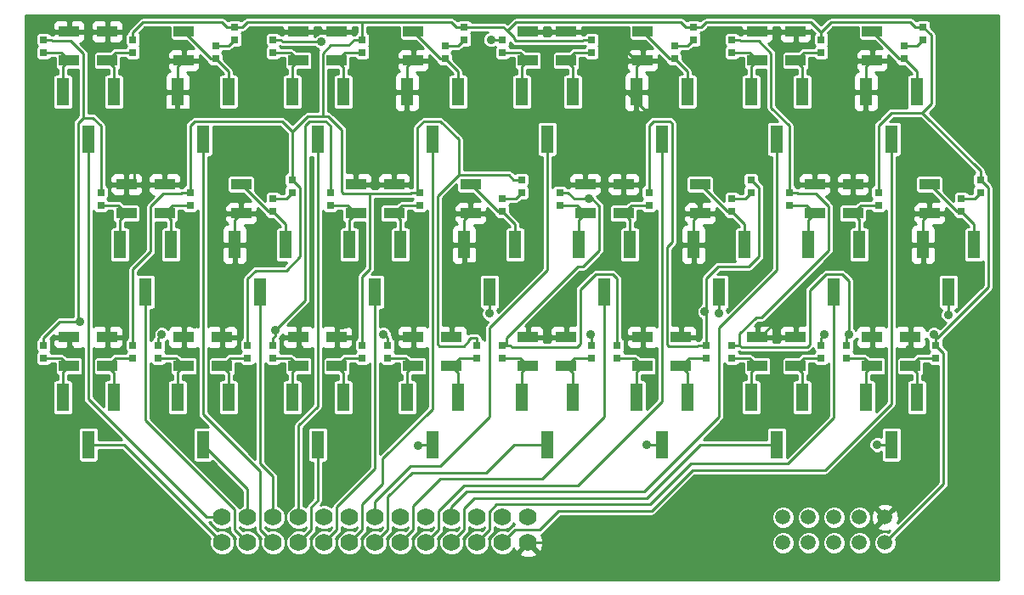
<source format=gtl>
G04 (created by PCBNEW (2013-may-18)-stable) date 2014年03月19日 星期三 16时31分33秒*
%MOIN*%
G04 Gerber Fmt 3.4, Leading zero omitted, Abs format*
%FSLAX34Y34*%
G01*
G70*
G90*
G04 APERTURE LIST*
%ADD10C,0.00590551*%
%ADD11C,0.0593*%
%ADD12R,0.0314961X0.0275591*%
%ADD13R,0.0787402X0.0433071*%
%ADD14R,0.05X0.11*%
%ADD15C,0.0693*%
%ADD16C,0.035*%
%ADD17C,0.01*%
G04 APERTURE END LIST*
G54D10*
G54D11*
X96375Y-73125D03*
X96375Y-72125D03*
X97375Y-73125D03*
X97375Y-72125D03*
X98375Y-73125D03*
X98375Y-72125D03*
X99375Y-73125D03*
X99375Y-72125D03*
X100375Y-73125D03*
X100375Y-72125D03*
G54D12*
X83875Y-52869D03*
X83875Y-53380D03*
X87625Y-59880D03*
X87625Y-59369D03*
X83125Y-53619D03*
X83125Y-54130D03*
X97875Y-65369D03*
X97875Y-65880D03*
X76375Y-65880D03*
X76375Y-65369D03*
X79875Y-65369D03*
X79875Y-65880D03*
X94375Y-65880D03*
X94375Y-65369D03*
X101125Y-53619D03*
X101125Y-54130D03*
X78625Y-59880D03*
X78625Y-59369D03*
X82125Y-59369D03*
X82125Y-59880D03*
X101875Y-52869D03*
X101875Y-53380D03*
X86125Y-58869D03*
X86125Y-59380D03*
X85375Y-59619D03*
X85375Y-60130D03*
X93375Y-65369D03*
X93375Y-65880D03*
X89875Y-65880D03*
X89875Y-65369D03*
X76375Y-53880D03*
X76375Y-53369D03*
X79875Y-53369D03*
X79875Y-53880D03*
X88875Y-53369D03*
X88875Y-53880D03*
X80875Y-65880D03*
X80875Y-65369D03*
X84375Y-65369D03*
X84375Y-65880D03*
X85375Y-53880D03*
X85375Y-53369D03*
X94375Y-59619D03*
X94375Y-60130D03*
X92875Y-52869D03*
X92875Y-53380D03*
X92125Y-53619D03*
X92125Y-54130D03*
X95125Y-58869D03*
X95125Y-59380D03*
X85375Y-65880D03*
X85375Y-65369D03*
X88875Y-65369D03*
X88875Y-65880D03*
X91125Y-59369D03*
X91125Y-59880D03*
X96625Y-59880D03*
X96625Y-59369D03*
X74875Y-52869D03*
X74875Y-53380D03*
X74125Y-53619D03*
X74125Y-54130D03*
X67375Y-65880D03*
X67375Y-65369D03*
X70875Y-65369D03*
X70875Y-65880D03*
X102375Y-65369D03*
X102375Y-65880D03*
X98875Y-65880D03*
X98875Y-65369D03*
X69625Y-59880D03*
X69625Y-59369D03*
X73125Y-59369D03*
X73125Y-59880D03*
X97875Y-53369D03*
X97875Y-53880D03*
X94375Y-53880D03*
X94375Y-53369D03*
X77125Y-58869D03*
X77125Y-59380D03*
X76375Y-59619D03*
X76375Y-60130D03*
X103375Y-59619D03*
X103375Y-60130D03*
X67375Y-53880D03*
X67375Y-53369D03*
X70875Y-53369D03*
X70875Y-53880D03*
X104125Y-58869D03*
X104125Y-59380D03*
X100125Y-59369D03*
X100125Y-59880D03*
X75375Y-65369D03*
X75375Y-65880D03*
X71875Y-65880D03*
X71875Y-65369D03*
G54D13*
X95375Y-53054D03*
X95375Y-54195D03*
X99875Y-65054D03*
X99875Y-66195D03*
X95375Y-65054D03*
X95375Y-66195D03*
X90125Y-59054D03*
X90125Y-60195D03*
X96875Y-65054D03*
X96875Y-66195D03*
X101375Y-65054D03*
X101375Y-66195D03*
X88625Y-59054D03*
X88625Y-60195D03*
X99125Y-59054D03*
X99125Y-60195D03*
X93125Y-59054D03*
X93125Y-60195D03*
X92375Y-65054D03*
X92375Y-66195D03*
X99875Y-53054D03*
X99875Y-54195D03*
X97625Y-59054D03*
X97625Y-60195D03*
X96875Y-53054D03*
X96875Y-54195D03*
X87875Y-53054D03*
X87875Y-54195D03*
X86375Y-53054D03*
X86375Y-54195D03*
X90875Y-65054D03*
X90875Y-66195D03*
X102125Y-59054D03*
X102125Y-60195D03*
X87875Y-65054D03*
X87875Y-66195D03*
X68375Y-53054D03*
X68375Y-54195D03*
X69875Y-53054D03*
X69875Y-54195D03*
X74375Y-65054D03*
X74375Y-66195D03*
X72875Y-65054D03*
X72875Y-66195D03*
X75125Y-59054D03*
X75125Y-60195D03*
X81875Y-53054D03*
X81875Y-54195D03*
X78875Y-65054D03*
X78875Y-66195D03*
X77375Y-65054D03*
X77375Y-66195D03*
X70625Y-59054D03*
X70625Y-60195D03*
X81125Y-59054D03*
X81125Y-60195D03*
X79625Y-59054D03*
X79625Y-60195D03*
X72125Y-59054D03*
X72125Y-60195D03*
X84125Y-59054D03*
X84125Y-60195D03*
X78875Y-53054D03*
X78875Y-54195D03*
X68375Y-65054D03*
X68375Y-66195D03*
X77375Y-53054D03*
X77375Y-54195D03*
X69875Y-65054D03*
X69875Y-66195D03*
X83375Y-65054D03*
X83375Y-66195D03*
X86375Y-65054D03*
X86375Y-66195D03*
X72875Y-53054D03*
X72875Y-54195D03*
X90875Y-53054D03*
X90875Y-54195D03*
X81875Y-65054D03*
X81875Y-66195D03*
G54D14*
X69125Y-69275D03*
X70125Y-67425D03*
X68125Y-67425D03*
X73625Y-57275D03*
X74625Y-55425D03*
X72625Y-55425D03*
X69125Y-57275D03*
X70125Y-55425D03*
X68125Y-55425D03*
X100625Y-69275D03*
X101625Y-67425D03*
X99625Y-67425D03*
X102875Y-63275D03*
X103875Y-61425D03*
X101875Y-61425D03*
X71375Y-63275D03*
X72375Y-61425D03*
X70375Y-61425D03*
X75875Y-63275D03*
X76875Y-61425D03*
X74875Y-61425D03*
X96125Y-57275D03*
X97125Y-55425D03*
X95125Y-55425D03*
X98375Y-63275D03*
X99375Y-61425D03*
X97375Y-61425D03*
X73625Y-69275D03*
X74625Y-67425D03*
X72625Y-67425D03*
X82625Y-57275D03*
X83625Y-55425D03*
X81625Y-55425D03*
X96125Y-69275D03*
X97125Y-67425D03*
X95125Y-67425D03*
X78125Y-69275D03*
X79125Y-67425D03*
X77125Y-67425D03*
X100625Y-57275D03*
X101625Y-55425D03*
X99625Y-55425D03*
X80375Y-63275D03*
X81375Y-61425D03*
X79375Y-61425D03*
X91625Y-69275D03*
X92625Y-67425D03*
X90625Y-67425D03*
X84875Y-63275D03*
X85875Y-61425D03*
X83875Y-61425D03*
X78125Y-57275D03*
X79125Y-55425D03*
X77125Y-55425D03*
X87125Y-57275D03*
X88125Y-55425D03*
X86125Y-55425D03*
X82625Y-69275D03*
X83625Y-67425D03*
X81625Y-67425D03*
X93875Y-63275D03*
X94875Y-61425D03*
X92875Y-61425D03*
X91625Y-57275D03*
X92625Y-55425D03*
X90625Y-55425D03*
X87125Y-69275D03*
X88125Y-67425D03*
X86125Y-67425D03*
X89375Y-63275D03*
X90375Y-61425D03*
X88375Y-61425D03*
G54D15*
X74375Y-73125D03*
X74375Y-72125D03*
X77375Y-73125D03*
X77375Y-72125D03*
X78375Y-73125D03*
X78375Y-72125D03*
X86375Y-72125D03*
X86375Y-73125D03*
X85375Y-72125D03*
X85375Y-73125D03*
X84375Y-72125D03*
X84375Y-73125D03*
X83375Y-72125D03*
X83375Y-73125D03*
X82375Y-72125D03*
X82375Y-73125D03*
X81375Y-72125D03*
X81375Y-73125D03*
X80375Y-72125D03*
X80375Y-73125D03*
X79375Y-72125D03*
X79375Y-73125D03*
X76375Y-72125D03*
X76375Y-73125D03*
X75375Y-72125D03*
X75375Y-73125D03*
G54D16*
X88834Y-64940D03*
X93313Y-64050D03*
X98001Y-64954D03*
X102298Y-64951D03*
X98953Y-64951D03*
X80709Y-64950D03*
X72011Y-64950D03*
X76453Y-64793D03*
X88755Y-59625D03*
X68788Y-64443D03*
X84925Y-53369D03*
X78272Y-53455D03*
X84875Y-64125D03*
X93875Y-64125D03*
X102875Y-64175D03*
X96125Y-64400D03*
X96125Y-67225D03*
X94425Y-67050D03*
X96775Y-64300D03*
X77516Y-64462D03*
X81941Y-64531D03*
X79237Y-64549D03*
X73288Y-64562D03*
X70540Y-62416D03*
X83333Y-64386D03*
X74511Y-64550D03*
X82075Y-69325D03*
X91025Y-69275D03*
X100075Y-69275D03*
G54D17*
X104125Y-58869D02*
X104125Y-58581D01*
X101385Y-52687D02*
X101567Y-52869D01*
X98268Y-52687D02*
X101385Y-52687D01*
X97875Y-53081D02*
X98268Y-52687D01*
X97875Y-53369D02*
X97875Y-53081D01*
X101875Y-52869D02*
X101567Y-52869D01*
X104432Y-59176D02*
X104125Y-58869D01*
X104432Y-63095D02*
X104432Y-59176D01*
X102446Y-65081D02*
X104432Y-63095D01*
X102375Y-65081D02*
X102446Y-65081D01*
X102375Y-65369D02*
X102375Y-65081D01*
X92875Y-52869D02*
X93182Y-52869D01*
X88875Y-53369D02*
X88567Y-53369D01*
X83875Y-52869D02*
X83567Y-52869D01*
X92875Y-52869D02*
X92567Y-52869D01*
X92385Y-52687D02*
X92567Y-52869D01*
X85907Y-52687D02*
X92385Y-52687D01*
X85567Y-53027D02*
X85907Y-52687D01*
X85831Y-53290D02*
X85567Y-53027D01*
X85831Y-53360D02*
X85831Y-53290D01*
X85891Y-53420D02*
X85831Y-53360D01*
X88515Y-53420D02*
X85891Y-53420D01*
X88567Y-53369D02*
X88515Y-53420D01*
X85409Y-52869D02*
X83875Y-52869D01*
X85567Y-53027D02*
X85409Y-52869D01*
X102682Y-65676D02*
X102375Y-65369D01*
X102682Y-70817D02*
X102682Y-65676D01*
X100375Y-73125D02*
X102682Y-70817D01*
X71268Y-52687D02*
X70875Y-53081D01*
X74385Y-52687D02*
X71268Y-52687D01*
X74567Y-52869D02*
X74385Y-52687D01*
X74875Y-52869D02*
X74567Y-52869D01*
X70875Y-53369D02*
X70875Y-53081D01*
X80176Y-62367D02*
X80176Y-59420D01*
X79875Y-62669D02*
X80176Y-62367D01*
X79875Y-65369D02*
X79875Y-62669D01*
X81765Y-59420D02*
X80176Y-59420D01*
X81817Y-59369D02*
X81765Y-59420D01*
X93364Y-52687D02*
X93182Y-52869D01*
X97481Y-52687D02*
X93364Y-52687D01*
X97875Y-53081D02*
X97481Y-52687D01*
X79343Y-53592D02*
X79567Y-53369D01*
X78637Y-53592D02*
X79343Y-53592D01*
X78331Y-53899D02*
X78637Y-53592D01*
X78331Y-56374D02*
X78331Y-53899D01*
X78526Y-56374D02*
X78331Y-56374D01*
X79081Y-56928D02*
X78526Y-56374D01*
X79081Y-59360D02*
X79081Y-56928D01*
X79141Y-59420D02*
X79081Y-59360D01*
X80176Y-59420D02*
X79141Y-59420D01*
X104125Y-58512D02*
X104125Y-58581D01*
X101845Y-56233D02*
X104125Y-58512D01*
X102187Y-53181D02*
X101875Y-52869D01*
X102187Y-55891D02*
X102187Y-53181D01*
X101845Y-56233D02*
X102187Y-55891D01*
X100125Y-56751D02*
X100125Y-59369D01*
X100643Y-56233D02*
X100125Y-56751D01*
X101845Y-56233D02*
X100643Y-56233D01*
X74875Y-52869D02*
X75182Y-52869D01*
X77432Y-59176D02*
X77125Y-58869D01*
X77432Y-61891D02*
X77432Y-59176D01*
X76890Y-62433D02*
X77432Y-61891D01*
X75698Y-62433D02*
X76890Y-62433D01*
X75375Y-62757D02*
X75698Y-62433D01*
X75375Y-65369D02*
X75375Y-62757D01*
X84375Y-65369D02*
X84375Y-65081D01*
X88875Y-65369D02*
X88875Y-65081D01*
X88834Y-65040D02*
X88875Y-65081D01*
X88834Y-64940D02*
X88834Y-65040D01*
X93313Y-64050D02*
X93375Y-64050D01*
X93375Y-62732D02*
X93375Y-64050D01*
X93840Y-62266D02*
X93375Y-62732D01*
X95050Y-62266D02*
X93840Y-62266D01*
X95450Y-61867D02*
X95050Y-62266D01*
X95450Y-59194D02*
X95450Y-61867D01*
X95125Y-58869D02*
X95450Y-59194D01*
X93375Y-64050D02*
X93375Y-65369D01*
X93375Y-65369D02*
X93067Y-65369D01*
X97875Y-65369D02*
X97875Y-65081D01*
X98001Y-64954D02*
X97875Y-65081D01*
X77729Y-56374D02*
X77125Y-56978D01*
X78331Y-56374D02*
X77729Y-56374D01*
X77125Y-56978D02*
X77125Y-58869D01*
X73125Y-56757D02*
X73125Y-59369D01*
X73307Y-56574D02*
X73125Y-56757D01*
X76721Y-56574D02*
X73307Y-56574D01*
X77125Y-56978D02*
X76721Y-56574D01*
X70875Y-62388D02*
X70875Y-65369D01*
X71581Y-61682D02*
X70875Y-62388D01*
X71581Y-59909D02*
X71581Y-61682D01*
X72069Y-59420D02*
X71581Y-59909D01*
X72765Y-59420D02*
X72069Y-59420D01*
X72817Y-59369D02*
X72765Y-59420D01*
X73125Y-59369D02*
X72817Y-59369D01*
X86125Y-58869D02*
X85817Y-58869D01*
X91125Y-56761D02*
X91125Y-59369D01*
X91318Y-56568D02*
X91125Y-56761D01*
X91936Y-56568D02*
X91318Y-56568D01*
X92030Y-56662D02*
X91936Y-56568D01*
X92030Y-61326D02*
X92030Y-56662D01*
X91831Y-61526D02*
X92030Y-61326D01*
X91831Y-65345D02*
X91831Y-61526D01*
X91906Y-65420D02*
X91831Y-65345D01*
X93015Y-65420D02*
X91906Y-65420D01*
X93067Y-65369D02*
X93015Y-65420D01*
X82125Y-59369D02*
X82048Y-59369D01*
X82048Y-59369D02*
X81817Y-59369D01*
X83656Y-57294D02*
X83656Y-58676D01*
X82937Y-56574D02*
X83656Y-57294D01*
X82298Y-56574D02*
X82937Y-56574D01*
X82048Y-56825D02*
X82298Y-56574D01*
X82048Y-59369D02*
X82048Y-56825D01*
X85624Y-58676D02*
X83656Y-58676D01*
X85817Y-58869D02*
X85624Y-58676D01*
X84138Y-65081D02*
X84375Y-65081D01*
X84047Y-65172D02*
X84138Y-65081D01*
X84047Y-65229D02*
X84047Y-65172D01*
X83856Y-65420D02*
X84047Y-65229D01*
X82918Y-65420D02*
X83856Y-65420D01*
X82825Y-65327D02*
X82918Y-65420D01*
X82825Y-59507D02*
X82825Y-65327D01*
X83656Y-58676D02*
X82825Y-59507D01*
X102298Y-65004D02*
X102375Y-65081D01*
X102298Y-64951D02*
X102298Y-65004D01*
X79875Y-53369D02*
X79867Y-53369D01*
X79867Y-53369D02*
X79567Y-53369D01*
X79867Y-53369D02*
X79867Y-52675D01*
X83374Y-52675D02*
X79867Y-52675D01*
X83567Y-52869D02*
X83374Y-52675D01*
X75375Y-52675D02*
X75182Y-52869D01*
X79867Y-52675D02*
X75375Y-52675D01*
X67375Y-53369D02*
X67682Y-53369D01*
X94375Y-53369D02*
X94682Y-53369D01*
X98875Y-65369D02*
X98875Y-65081D01*
X85755Y-65441D02*
X85682Y-65369D01*
X88313Y-65441D02*
X85755Y-65441D01*
X88425Y-65328D02*
X88313Y-65441D01*
X88425Y-63194D02*
X88425Y-65328D01*
X89045Y-62574D02*
X88425Y-63194D01*
X89693Y-62574D02*
X89045Y-62574D01*
X89875Y-62756D02*
X89693Y-62574D01*
X89875Y-65369D02*
X89875Y-62756D01*
X76375Y-65369D02*
X76375Y-65081D01*
X67375Y-65369D02*
X67375Y-65081D01*
X80875Y-65369D02*
X80875Y-65081D01*
X80743Y-64950D02*
X80709Y-64950D01*
X80875Y-65081D02*
X80743Y-64950D01*
X67734Y-53420D02*
X67682Y-53369D01*
X68430Y-53420D02*
X67734Y-53420D01*
X68934Y-53924D02*
X68430Y-53420D01*
X68934Y-56433D02*
X68934Y-53924D01*
X69625Y-56754D02*
X69625Y-59369D01*
X69303Y-56433D02*
X69625Y-56754D01*
X68934Y-56433D02*
X69303Y-56433D01*
X71879Y-65081D02*
X72011Y-64950D01*
X71875Y-65081D02*
X71879Y-65081D01*
X71875Y-65369D02*
X71875Y-65081D01*
X76453Y-65003D02*
X76375Y-65081D01*
X76453Y-64793D02*
X76453Y-65003D01*
X77635Y-63611D02*
X76453Y-64793D01*
X77635Y-56751D02*
X77635Y-63611D01*
X77811Y-56574D02*
X77635Y-56751D01*
X78444Y-56574D02*
X77811Y-56574D01*
X78625Y-56755D02*
X78444Y-56574D01*
X78625Y-59369D02*
X78625Y-56755D01*
X87625Y-59369D02*
X87932Y-59369D01*
X88188Y-59625D02*
X87932Y-59369D01*
X88755Y-59625D02*
X88188Y-59625D01*
X85375Y-65369D02*
X85528Y-65369D01*
X85528Y-65369D02*
X85682Y-65369D01*
X88889Y-59625D02*
X88755Y-59625D01*
X89168Y-59904D02*
X88889Y-59625D01*
X89168Y-61655D02*
X89168Y-59904D01*
X88550Y-62273D02*
X89168Y-61655D01*
X88326Y-62273D02*
X88550Y-62273D01*
X85528Y-65070D02*
X88326Y-62273D01*
X85528Y-65369D02*
X85528Y-65070D01*
X68722Y-56644D02*
X68722Y-64443D01*
X68934Y-56433D02*
X68722Y-56644D01*
X68013Y-64443D02*
X68722Y-64443D01*
X67375Y-65081D02*
X68013Y-64443D01*
X68722Y-64443D02*
X68788Y-64443D01*
X84925Y-53369D02*
X85375Y-53369D01*
X76375Y-53369D02*
X76682Y-53369D01*
X98953Y-65003D02*
X98953Y-64951D01*
X98875Y-65081D02*
X98953Y-65003D01*
X94755Y-65441D02*
X94682Y-65369D01*
X97326Y-65441D02*
X94755Y-65441D01*
X97425Y-65342D02*
X97326Y-65441D01*
X97425Y-63211D02*
X97425Y-65342D01*
X98062Y-62574D02*
X97425Y-63211D01*
X98691Y-62574D02*
X98062Y-62574D01*
X98953Y-62836D02*
X98691Y-62574D01*
X98953Y-64951D02*
X98953Y-62836D01*
X94375Y-65369D02*
X94682Y-65369D01*
X94734Y-53420D02*
X94682Y-53369D01*
X95430Y-53420D02*
X94734Y-53420D01*
X95918Y-53909D02*
X95430Y-53420D01*
X95918Y-56038D02*
X95918Y-53909D01*
X96625Y-56744D02*
X95918Y-56038D01*
X96625Y-59369D02*
X96625Y-56744D01*
X94682Y-64916D02*
X94682Y-65369D01*
X95324Y-64273D02*
X94682Y-64916D01*
X95549Y-64273D02*
X95324Y-64273D01*
X98168Y-61654D02*
X95549Y-64273D01*
X98168Y-59909D02*
X98168Y-61654D01*
X97680Y-59420D02*
X98168Y-59909D01*
X96984Y-59420D02*
X97680Y-59420D01*
X96932Y-59369D02*
X96984Y-59420D01*
X96625Y-59369D02*
X96932Y-59369D01*
X76768Y-53455D02*
X78272Y-53455D01*
X76682Y-53369D02*
X76768Y-53455D01*
X75875Y-72625D02*
X76375Y-73125D01*
X75875Y-70325D02*
X75875Y-72625D01*
X73625Y-68075D02*
X75875Y-70325D01*
X73625Y-57275D02*
X73625Y-68075D01*
X79875Y-72625D02*
X79375Y-73125D01*
X79875Y-71625D02*
X79875Y-72625D01*
X80675Y-70825D02*
X79875Y-71625D01*
X80675Y-69825D02*
X80675Y-70825D01*
X82625Y-67875D02*
X80675Y-69825D01*
X82625Y-57275D02*
X82625Y-67875D01*
X82875Y-72625D02*
X82375Y-73125D01*
X82875Y-71875D02*
X82875Y-72625D01*
X83875Y-70875D02*
X82875Y-71875D01*
X88325Y-70875D02*
X83875Y-70875D01*
X91625Y-67575D02*
X88325Y-70875D01*
X91625Y-57275D02*
X91625Y-67575D01*
X85875Y-72625D02*
X85375Y-73125D01*
X86825Y-72625D02*
X85875Y-72625D01*
X87575Y-71875D02*
X86825Y-72625D01*
X91225Y-71875D02*
X87575Y-71875D01*
X92825Y-70275D02*
X91225Y-71875D01*
X98025Y-70275D02*
X92825Y-70275D01*
X100625Y-67675D02*
X98025Y-70275D01*
X100625Y-57275D02*
X100625Y-67675D01*
X76375Y-70525D02*
X76375Y-72125D01*
X75875Y-70025D02*
X76375Y-70525D01*
X75875Y-63275D02*
X75875Y-70025D01*
X84875Y-64125D02*
X84875Y-63275D01*
X93875Y-64125D02*
X93875Y-63275D01*
X102875Y-64175D02*
X102875Y-63275D01*
X76875Y-72900D02*
X76875Y-73350D01*
X76875Y-73350D02*
X77175Y-73650D01*
X85850Y-73650D02*
X86375Y-73125D01*
X77175Y-73650D02*
X85850Y-73650D01*
X76875Y-73225D02*
X76875Y-73350D01*
X76875Y-73350D02*
X76575Y-73650D01*
X68466Y-65420D02*
X68375Y-65420D01*
X68918Y-65872D02*
X68466Y-65420D01*
X68918Y-67569D02*
X68918Y-65872D01*
X68724Y-67763D02*
X68918Y-67569D01*
X68724Y-69894D02*
X68724Y-67763D01*
X72150Y-73319D02*
X68724Y-69894D01*
X68375Y-65054D02*
X68375Y-65420D01*
X76575Y-73650D02*
X72475Y-73650D01*
X72475Y-73650D02*
X72150Y-73325D01*
X72150Y-73325D02*
X72150Y-73319D01*
X77918Y-66925D02*
X77918Y-67656D01*
X76875Y-68700D02*
X76875Y-72900D01*
X76875Y-72900D02*
X76875Y-73225D01*
X76875Y-73225D02*
X76875Y-73342D01*
X77918Y-67656D02*
X76875Y-68700D01*
X76875Y-73342D02*
X76875Y-73350D01*
X76875Y-73350D02*
X76875Y-73342D01*
X95375Y-65054D02*
X95470Y-65054D01*
X95470Y-65054D02*
X96125Y-64400D01*
X96125Y-67225D02*
X96125Y-68275D01*
X96125Y-68275D02*
X95975Y-68425D01*
X95975Y-68425D02*
X94825Y-68425D01*
X94825Y-68425D02*
X94425Y-68025D01*
X94425Y-68025D02*
X94425Y-67050D01*
X96775Y-64300D02*
X96675Y-64400D01*
X96675Y-64400D02*
X96125Y-64400D01*
X99625Y-54445D02*
X99875Y-54195D01*
X99625Y-55425D02*
X99625Y-54445D01*
X87875Y-53054D02*
X86375Y-53054D01*
X99125Y-59054D02*
X98375Y-59054D01*
X90125Y-59054D02*
X89375Y-59054D01*
X86375Y-65054D02*
X87125Y-65054D01*
X87125Y-65054D02*
X87875Y-65054D01*
X95375Y-65054D02*
X96125Y-65054D01*
X96125Y-65054D02*
X96875Y-65054D01*
X72625Y-54445D02*
X72875Y-54195D01*
X72625Y-55425D02*
X72625Y-54445D01*
X89375Y-59054D02*
X88625Y-59054D01*
X79625Y-59054D02*
X81125Y-59054D01*
X98375Y-59054D02*
X98375Y-62334D01*
X72625Y-55425D02*
X72625Y-56125D01*
X101283Y-65420D02*
X101375Y-65420D01*
X100831Y-65872D02*
X101283Y-65420D01*
X100831Y-67569D02*
X100831Y-65872D01*
X101025Y-67763D02*
X100831Y-67569D01*
X101025Y-71474D02*
X101025Y-67763D01*
X100375Y-72125D02*
X101025Y-71474D01*
X101375Y-65054D02*
X101375Y-65420D01*
X101875Y-60445D02*
X102125Y-60195D01*
X101875Y-61425D02*
X101875Y-60445D01*
X101875Y-64187D02*
X101375Y-64687D01*
X101875Y-61425D02*
X101875Y-64187D01*
X101375Y-65054D02*
X101375Y-64687D01*
X71271Y-59054D02*
X72125Y-59054D01*
X98375Y-59054D02*
X97625Y-59054D01*
X68375Y-53054D02*
X69237Y-53054D01*
X69237Y-53054D02*
X69875Y-53054D01*
X77375Y-65054D02*
X77375Y-65420D01*
X77918Y-65872D02*
X77918Y-66925D01*
X77466Y-65420D02*
X77918Y-65872D01*
X77375Y-65420D02*
X77466Y-65420D01*
X77375Y-65054D02*
X77375Y-64687D01*
X77375Y-64603D02*
X77516Y-64462D01*
X77375Y-64687D02*
X77375Y-64603D01*
X90875Y-63462D02*
X90875Y-65054D01*
X89375Y-61962D02*
X90875Y-63462D01*
X89375Y-59054D02*
X89375Y-61962D01*
X87125Y-64212D02*
X87125Y-65054D01*
X89375Y-61962D02*
X87125Y-64212D01*
X93125Y-60195D02*
X93125Y-59829D01*
X90625Y-54445D02*
X90750Y-54320D01*
X90625Y-55425D02*
X90625Y-54445D01*
X90750Y-54320D02*
X90875Y-54195D01*
X89483Y-53054D02*
X87875Y-53054D01*
X90750Y-54320D02*
X89483Y-53054D01*
X83875Y-60445D02*
X84125Y-60195D01*
X83875Y-61425D02*
X83875Y-60445D01*
X81875Y-65054D02*
X81875Y-64687D01*
X81941Y-64621D02*
X81941Y-64531D01*
X81875Y-64687D02*
X81941Y-64621D01*
X92875Y-60445D02*
X93125Y-60195D01*
X92875Y-61425D02*
X92875Y-60445D01*
X92875Y-64187D02*
X92375Y-64687D01*
X92875Y-61425D02*
X92875Y-64187D01*
X92375Y-65054D02*
X92375Y-64687D01*
X98775Y-62334D02*
X98375Y-62334D01*
X99875Y-63434D02*
X98775Y-62334D01*
X99875Y-65054D02*
X99875Y-63434D01*
X96125Y-64223D02*
X96125Y-64400D01*
X98375Y-62334D02*
X98013Y-62334D01*
X98013Y-62334D02*
X96125Y-64223D01*
X96125Y-64400D02*
X96125Y-65054D01*
X95375Y-53054D02*
X96225Y-53054D01*
X96225Y-53054D02*
X96875Y-53054D01*
X99625Y-55425D02*
X99224Y-55425D01*
X97625Y-56875D02*
X97625Y-59054D01*
X97525Y-56875D02*
X97625Y-56875D01*
X96225Y-55575D02*
X97525Y-56875D01*
X96225Y-53054D02*
X96225Y-55575D01*
X97774Y-56875D02*
X99224Y-55425D01*
X97625Y-56875D02*
X97774Y-56875D01*
X78875Y-65054D02*
X78875Y-64687D01*
X79099Y-64687D02*
X78875Y-64687D01*
X79237Y-64549D02*
X79099Y-64687D01*
X99875Y-72625D02*
X100375Y-72125D01*
X91575Y-72625D02*
X99875Y-72625D01*
X91075Y-73125D02*
X91575Y-72625D01*
X86375Y-73125D02*
X91075Y-73125D01*
X81625Y-54445D02*
X81875Y-54195D01*
X81625Y-55425D02*
X81625Y-54445D01*
X72875Y-65054D02*
X72875Y-64687D01*
X73000Y-64562D02*
X73288Y-64562D01*
X72875Y-64687D02*
X73000Y-64562D01*
X71271Y-61684D02*
X70540Y-62416D01*
X71271Y-59054D02*
X71271Y-61684D01*
X69875Y-63081D02*
X69875Y-65054D01*
X70540Y-62416D02*
X69875Y-63081D01*
X83875Y-61425D02*
X83875Y-62125D01*
X83375Y-65054D02*
X83375Y-64687D01*
X83896Y-62146D02*
X83875Y-62125D01*
X83375Y-64428D02*
X83375Y-64687D01*
X83333Y-64386D02*
X83375Y-64428D01*
X83896Y-63823D02*
X83333Y-64386D01*
X83896Y-62146D02*
X83896Y-63823D01*
X74375Y-65054D02*
X74375Y-64687D01*
X74511Y-64550D02*
X74375Y-64687D01*
X74875Y-60445D02*
X75125Y-60195D01*
X74875Y-61425D02*
X74875Y-60445D01*
X74875Y-64187D02*
X74511Y-64550D01*
X74875Y-61425D02*
X74875Y-64187D01*
X70625Y-59054D02*
X70948Y-59054D01*
X70948Y-59054D02*
X71271Y-59054D01*
X70948Y-59054D02*
X70948Y-56125D01*
X72625Y-56125D02*
X70948Y-56125D01*
X69237Y-55557D02*
X69237Y-53054D01*
X69804Y-56125D02*
X69237Y-55557D01*
X70948Y-56125D02*
X69804Y-56125D01*
X78875Y-53054D02*
X77375Y-53054D01*
X74941Y-56125D02*
X72625Y-56125D01*
X75640Y-55426D02*
X74941Y-56125D01*
X75640Y-53595D02*
X75640Y-55426D01*
X76182Y-53054D02*
X75640Y-53595D01*
X77375Y-53054D02*
X76182Y-53054D01*
X90625Y-55425D02*
X90224Y-55425D01*
X92945Y-56130D02*
X92579Y-56130D01*
X93640Y-55435D02*
X92945Y-56130D01*
X93640Y-53587D02*
X93640Y-55435D01*
X94173Y-53054D02*
X93640Y-53587D01*
X95375Y-53054D02*
X94173Y-53054D01*
X93033Y-59829D02*
X93125Y-59829D01*
X92579Y-59375D02*
X93033Y-59829D01*
X92579Y-56130D02*
X92579Y-59375D01*
X90930Y-56130D02*
X90224Y-55425D01*
X92579Y-56130D02*
X90930Y-56130D01*
X88625Y-59054D02*
X88625Y-58687D01*
X81625Y-55425D02*
X82025Y-55425D01*
X86432Y-61882D02*
X86432Y-56941D01*
X86168Y-62146D02*
X86432Y-61882D01*
X83896Y-62146D02*
X86168Y-62146D01*
X86802Y-56572D02*
X88625Y-56572D01*
X86432Y-56941D02*
X86802Y-56572D01*
X89077Y-56572D02*
X88625Y-56572D01*
X90224Y-55425D02*
X89077Y-56572D01*
X88625Y-56572D02*
X88625Y-58687D01*
X82974Y-56374D02*
X82595Y-55995D01*
X85865Y-56374D02*
X82974Y-56374D01*
X86432Y-56941D02*
X85865Y-56374D01*
X82595Y-55995D02*
X82025Y-55425D01*
X81125Y-57465D02*
X81125Y-59054D01*
X82595Y-55995D02*
X81125Y-57465D01*
X73951Y-54130D02*
X72875Y-53054D01*
X74125Y-54130D02*
X73951Y-54130D01*
X74625Y-54630D02*
X74125Y-54130D01*
X74625Y-55425D02*
X74625Y-54630D01*
X74636Y-53619D02*
X74875Y-53380D01*
X74125Y-53619D02*
X74636Y-53619D01*
X68060Y-65880D02*
X68375Y-66195D01*
X67375Y-65880D02*
X68060Y-65880D01*
X68125Y-66445D02*
X68375Y-66195D01*
X68125Y-67425D02*
X68125Y-66445D01*
X70189Y-65880D02*
X69875Y-66195D01*
X70875Y-65880D02*
X70189Y-65880D01*
X70125Y-66445D02*
X69875Y-66195D01*
X70125Y-67425D02*
X70125Y-66445D01*
X72439Y-59880D02*
X72125Y-60195D01*
X73125Y-59880D02*
X72439Y-59880D01*
X72375Y-60445D02*
X72125Y-60195D01*
X72375Y-61425D02*
X72375Y-60445D01*
X70310Y-59880D02*
X70625Y-60195D01*
X69625Y-59880D02*
X70310Y-59880D01*
X70375Y-60445D02*
X70625Y-60195D01*
X70375Y-61425D02*
X70375Y-60445D01*
X76201Y-60130D02*
X75125Y-59054D01*
X76375Y-60130D02*
X76201Y-60130D01*
X76875Y-60630D02*
X76375Y-60130D01*
X76875Y-61425D02*
X76875Y-60630D01*
X76886Y-59619D02*
X77125Y-59380D01*
X76375Y-59619D02*
X76886Y-59619D01*
X70189Y-53880D02*
X69875Y-54195D01*
X70875Y-53880D02*
X70189Y-53880D01*
X70125Y-54445D02*
X69875Y-54195D01*
X70125Y-55425D02*
X70125Y-54445D01*
X68060Y-53880D02*
X68375Y-54195D01*
X67375Y-53880D02*
X68060Y-53880D01*
X68125Y-54445D02*
X68375Y-54195D01*
X68125Y-55425D02*
X68125Y-54445D01*
X72560Y-65880D02*
X72875Y-66195D01*
X71875Y-65880D02*
X72560Y-65880D01*
X72625Y-66445D02*
X72875Y-66195D01*
X72625Y-67425D02*
X72625Y-66445D01*
X74689Y-65880D02*
X74375Y-66195D01*
X75375Y-65880D02*
X74689Y-65880D01*
X74625Y-66445D02*
X74375Y-66195D01*
X74625Y-67425D02*
X74625Y-66445D01*
X82951Y-54130D02*
X81875Y-53054D01*
X83125Y-54130D02*
X82951Y-54130D01*
X83625Y-54630D02*
X83125Y-54130D01*
X83625Y-55425D02*
X83625Y-54630D01*
X83636Y-53619D02*
X83875Y-53380D01*
X83125Y-53619D02*
X83636Y-53619D01*
X79189Y-65880D02*
X78875Y-66195D01*
X79875Y-65880D02*
X79189Y-65880D01*
X79125Y-66445D02*
X78875Y-66195D01*
X79125Y-67425D02*
X79125Y-66445D01*
X77060Y-65880D02*
X77375Y-66195D01*
X76375Y-65880D02*
X77060Y-65880D01*
X77125Y-66445D02*
X77375Y-66195D01*
X77125Y-67425D02*
X77125Y-66445D01*
X79310Y-59880D02*
X79625Y-60195D01*
X78625Y-59880D02*
X79310Y-59880D01*
X79375Y-60445D02*
X79625Y-60195D01*
X79375Y-61425D02*
X79375Y-60445D01*
X81439Y-59880D02*
X81125Y-60195D01*
X82125Y-59880D02*
X81439Y-59880D01*
X81375Y-60445D02*
X81125Y-60195D01*
X81375Y-61425D02*
X81375Y-60445D01*
X85201Y-60130D02*
X84125Y-59054D01*
X85375Y-60130D02*
X85201Y-60130D01*
X85875Y-60630D02*
X85375Y-60130D01*
X85875Y-61425D02*
X85875Y-60630D01*
X85886Y-59619D02*
X86125Y-59380D01*
X85375Y-59619D02*
X85886Y-59619D01*
X79189Y-53880D02*
X78875Y-54195D01*
X79875Y-53880D02*
X79189Y-53880D01*
X79125Y-54445D02*
X78875Y-54195D01*
X79125Y-55425D02*
X79125Y-54445D01*
X77060Y-53880D02*
X77375Y-54195D01*
X76375Y-53880D02*
X77060Y-53880D01*
X77125Y-54445D02*
X77375Y-54195D01*
X77125Y-55425D02*
X77125Y-54445D01*
X81560Y-65880D02*
X81875Y-66195D01*
X80875Y-65880D02*
X81560Y-65880D01*
X81625Y-66445D02*
X81875Y-66195D01*
X81625Y-67425D02*
X81625Y-66445D01*
X83689Y-65880D02*
X83375Y-66195D01*
X84375Y-65880D02*
X83689Y-65880D01*
X83625Y-66445D02*
X83375Y-66195D01*
X83625Y-67425D02*
X83625Y-66445D01*
X91951Y-54130D02*
X90875Y-53054D01*
X92125Y-54130D02*
X91951Y-54130D01*
X92625Y-54630D02*
X92125Y-54130D01*
X92625Y-55425D02*
X92625Y-54630D01*
X92636Y-53619D02*
X92875Y-53380D01*
X92125Y-53619D02*
X92636Y-53619D01*
X88189Y-65880D02*
X87875Y-66195D01*
X88875Y-65880D02*
X88189Y-65880D01*
X88125Y-66445D02*
X87875Y-66195D01*
X88125Y-67425D02*
X88125Y-66445D01*
X86060Y-65880D02*
X86375Y-66195D01*
X85375Y-65880D02*
X86060Y-65880D01*
X86125Y-66445D02*
X86375Y-66195D01*
X86125Y-67425D02*
X86125Y-66445D01*
X88310Y-59880D02*
X88625Y-60195D01*
X87625Y-59880D02*
X88310Y-59880D01*
X88375Y-60445D02*
X88625Y-60195D01*
X88375Y-61425D02*
X88375Y-60445D01*
X90439Y-59880D02*
X90125Y-60195D01*
X91125Y-59880D02*
X90439Y-59880D01*
X90375Y-60445D02*
X90125Y-60195D01*
X90375Y-61425D02*
X90375Y-60445D01*
X94201Y-60130D02*
X93125Y-59054D01*
X94375Y-60130D02*
X94201Y-60130D01*
X94875Y-60630D02*
X94375Y-60130D01*
X94875Y-61425D02*
X94875Y-60630D01*
X94886Y-59619D02*
X95125Y-59380D01*
X94375Y-59619D02*
X94886Y-59619D01*
X88189Y-53880D02*
X87875Y-54195D01*
X88875Y-53880D02*
X88189Y-53880D01*
X88125Y-54445D02*
X87875Y-54195D01*
X88125Y-55425D02*
X88125Y-54445D01*
X86060Y-53880D02*
X86375Y-54195D01*
X85375Y-53880D02*
X86060Y-53880D01*
X86125Y-54445D02*
X86375Y-54195D01*
X86125Y-55425D02*
X86125Y-54445D01*
X92689Y-65880D02*
X92375Y-66195D01*
X93375Y-65880D02*
X92689Y-65880D01*
X92625Y-66445D02*
X92375Y-66195D01*
X92625Y-67425D02*
X92625Y-66445D01*
X90560Y-65880D02*
X90875Y-66195D01*
X89875Y-65880D02*
X90560Y-65880D01*
X90625Y-66445D02*
X90875Y-66195D01*
X90625Y-67425D02*
X90625Y-66445D01*
X100951Y-54130D02*
X99875Y-53054D01*
X101125Y-54130D02*
X100951Y-54130D01*
X101625Y-54630D02*
X101125Y-54130D01*
X101625Y-55425D02*
X101625Y-54630D01*
X101636Y-53619D02*
X101875Y-53380D01*
X101125Y-53619D02*
X101636Y-53619D01*
X97189Y-65880D02*
X96875Y-66195D01*
X97875Y-65880D02*
X97189Y-65880D01*
X97125Y-66445D02*
X96875Y-66195D01*
X97125Y-67425D02*
X97125Y-66445D01*
X95060Y-65880D02*
X95375Y-66195D01*
X94375Y-65880D02*
X95060Y-65880D01*
X95125Y-66445D02*
X95375Y-66195D01*
X95125Y-67425D02*
X95125Y-66445D01*
X99439Y-59880D02*
X99125Y-60195D01*
X100125Y-59880D02*
X99439Y-59880D01*
X99375Y-60445D02*
X99125Y-60195D01*
X99375Y-61425D02*
X99375Y-60445D01*
X97310Y-59880D02*
X97625Y-60195D01*
X96625Y-59880D02*
X97310Y-59880D01*
X97375Y-60445D02*
X97625Y-60195D01*
X97375Y-61425D02*
X97375Y-60445D01*
X103201Y-60130D02*
X102125Y-59054D01*
X103375Y-60130D02*
X103201Y-60130D01*
X103875Y-60630D02*
X103375Y-60130D01*
X103875Y-61425D02*
X103875Y-60630D01*
X103886Y-59619D02*
X104125Y-59380D01*
X103375Y-59619D02*
X103886Y-59619D01*
X97189Y-53880D02*
X96875Y-54195D01*
X97875Y-53880D02*
X97189Y-53880D01*
X97125Y-54445D02*
X96875Y-54195D01*
X97125Y-55425D02*
X97125Y-54445D01*
X95060Y-53880D02*
X95375Y-54195D01*
X94375Y-53880D02*
X95060Y-53880D01*
X95125Y-54445D02*
X95375Y-54195D01*
X95125Y-55425D02*
X95125Y-54445D01*
X101689Y-65880D02*
X101375Y-66195D01*
X102375Y-65880D02*
X101689Y-65880D01*
X101625Y-66445D02*
X101375Y-66195D01*
X101625Y-67425D02*
X101625Y-66445D01*
X99560Y-65880D02*
X99875Y-66195D01*
X98875Y-65880D02*
X99560Y-65880D01*
X99625Y-66445D02*
X99875Y-66195D01*
X99625Y-67425D02*
X99625Y-66445D01*
X70525Y-69275D02*
X74375Y-73125D01*
X69125Y-69275D02*
X70525Y-69275D01*
X77875Y-72625D02*
X77375Y-73125D01*
X77875Y-71725D02*
X77875Y-72625D01*
X78125Y-71475D02*
X77875Y-71725D01*
X78125Y-69275D02*
X78125Y-71475D01*
X80875Y-72625D02*
X80375Y-73125D01*
X80875Y-71325D02*
X80875Y-72625D01*
X81825Y-70375D02*
X80875Y-71325D01*
X84725Y-70375D02*
X81825Y-70375D01*
X85825Y-69275D02*
X84725Y-70375D01*
X87125Y-69275D02*
X85825Y-69275D01*
X83875Y-72625D02*
X83375Y-73125D01*
X83875Y-71775D02*
X83875Y-72625D01*
X84275Y-71375D02*
X83875Y-71775D01*
X91025Y-71375D02*
X84275Y-71375D01*
X93125Y-69275D02*
X91025Y-71375D01*
X96125Y-69275D02*
X93125Y-69275D01*
X73775Y-72125D02*
X74375Y-72125D01*
X69125Y-67475D02*
X73775Y-72125D01*
X69125Y-57275D02*
X69125Y-67475D01*
X77375Y-68525D02*
X77375Y-72125D01*
X78125Y-67775D02*
X77375Y-68525D01*
X78125Y-57275D02*
X78125Y-67775D01*
X80375Y-71525D02*
X81775Y-70125D01*
X80375Y-72125D02*
X80375Y-71525D01*
X80375Y-71525D02*
X81775Y-70125D01*
X87125Y-62425D02*
X87125Y-57275D01*
X84875Y-64675D02*
X87125Y-62425D01*
X84875Y-68175D02*
X84875Y-64675D01*
X82925Y-70125D02*
X84875Y-68175D01*
X81775Y-70125D02*
X82925Y-70125D01*
X96125Y-62425D02*
X96125Y-57275D01*
X93875Y-64675D02*
X96125Y-62425D01*
X93875Y-68175D02*
X93875Y-64675D01*
X90925Y-71125D02*
X93875Y-68175D01*
X83975Y-71125D02*
X90925Y-71125D01*
X83375Y-71725D02*
X83975Y-71125D01*
X83375Y-72125D02*
X83375Y-71725D01*
X74875Y-72625D02*
X75375Y-73125D01*
X74875Y-71825D02*
X74875Y-72625D01*
X71375Y-68325D02*
X74875Y-71825D01*
X71375Y-63275D02*
X71375Y-68325D01*
X78875Y-72625D02*
X78375Y-73125D01*
X78875Y-71725D02*
X78875Y-72625D01*
X80375Y-70225D02*
X78875Y-71725D01*
X80375Y-63275D02*
X80375Y-70225D01*
X81875Y-72625D02*
X81375Y-73125D01*
X81875Y-71675D02*
X81875Y-72625D01*
X82925Y-70625D02*
X81875Y-71675D01*
X86925Y-70625D02*
X82925Y-70625D01*
X89375Y-68175D02*
X86925Y-70625D01*
X89375Y-63275D02*
X89375Y-68175D01*
X84375Y-73125D02*
X84875Y-72625D01*
X84875Y-72625D02*
X84875Y-71900D01*
X85150Y-71625D02*
X85650Y-71625D01*
X84875Y-71900D02*
X85150Y-71625D01*
X91175Y-71625D02*
X85650Y-71625D01*
X92775Y-70025D02*
X91175Y-71625D01*
X96575Y-70025D02*
X92775Y-70025D01*
X98375Y-68225D02*
X96575Y-70025D01*
X98375Y-63275D02*
X98375Y-68225D01*
X75375Y-72125D02*
X75375Y-71025D01*
X75375Y-71025D02*
X73625Y-69275D01*
X82125Y-69275D02*
X82625Y-69275D01*
X82075Y-69325D02*
X82125Y-69275D01*
X91025Y-69275D02*
X91625Y-69275D01*
X100075Y-69275D02*
X100625Y-69275D01*
G54D10*
G36*
X75175Y-71670D02*
X75094Y-71703D01*
X75055Y-71742D01*
X75055Y-71742D01*
X75045Y-71726D01*
X75016Y-71683D01*
X75016Y-71683D01*
X71575Y-68242D01*
X71575Y-66066D01*
X71590Y-66103D01*
X71632Y-66145D01*
X71687Y-66168D01*
X71747Y-66168D01*
X72062Y-66168D01*
X72117Y-66145D01*
X72159Y-66103D01*
X72169Y-66080D01*
X72331Y-66080D01*
X72331Y-66442D01*
X72354Y-66497D01*
X72396Y-66539D01*
X72425Y-66551D01*
X72425Y-66724D01*
X72345Y-66724D01*
X72290Y-66747D01*
X72247Y-66789D01*
X72225Y-66845D01*
X72224Y-66904D01*
X72224Y-68004D01*
X72247Y-68059D01*
X72289Y-68102D01*
X72345Y-68124D01*
X72404Y-68125D01*
X72904Y-68125D01*
X72959Y-68102D01*
X73002Y-68060D01*
X73024Y-68004D01*
X73025Y-67945D01*
X73025Y-66845D01*
X73002Y-66790D01*
X72960Y-66747D01*
X72904Y-66725D01*
X72845Y-66724D01*
X72825Y-66724D01*
X72825Y-66562D01*
X73298Y-66562D01*
X73353Y-66539D01*
X73395Y-66497D01*
X73418Y-66442D01*
X73418Y-66382D01*
X73418Y-65949D01*
X73395Y-65894D01*
X73353Y-65852D01*
X73298Y-65829D01*
X73238Y-65829D01*
X72791Y-65829D01*
X72701Y-65739D01*
X72636Y-65696D01*
X72560Y-65680D01*
X72169Y-65680D01*
X72159Y-65658D01*
X72126Y-65624D01*
X72159Y-65591D01*
X72182Y-65536D01*
X72182Y-65477D01*
X72182Y-65230D01*
X72194Y-65225D01*
X72231Y-65189D01*
X72231Y-65320D01*
X72269Y-65412D01*
X72339Y-65482D01*
X72431Y-65520D01*
X72530Y-65520D01*
X72762Y-65520D01*
X72825Y-65458D01*
X72825Y-65104D01*
X72817Y-65104D01*
X72817Y-65004D01*
X72825Y-65004D01*
X72825Y-64650D01*
X72762Y-64587D01*
X72530Y-64587D01*
X72431Y-64587D01*
X72339Y-64625D01*
X72269Y-64696D01*
X72253Y-64733D01*
X72195Y-64674D01*
X72075Y-64625D01*
X71946Y-64624D01*
X71827Y-64674D01*
X71735Y-64765D01*
X71686Y-64885D01*
X71686Y-65014D01*
X71687Y-65018D01*
X71675Y-65081D01*
X71675Y-65086D01*
X71632Y-65104D01*
X71590Y-65146D01*
X71575Y-65183D01*
X71575Y-63975D01*
X71654Y-63975D01*
X71709Y-63952D01*
X71752Y-63910D01*
X71774Y-63854D01*
X71775Y-63795D01*
X71775Y-62695D01*
X71752Y-62640D01*
X71710Y-62597D01*
X71654Y-62575D01*
X71595Y-62574D01*
X71095Y-62574D01*
X71075Y-62583D01*
X71075Y-62471D01*
X71722Y-61823D01*
X71722Y-61823D01*
X71751Y-61780D01*
X71765Y-61758D01*
X71765Y-61758D01*
X71781Y-61682D01*
X71781Y-61682D01*
X71781Y-60562D01*
X72175Y-60562D01*
X72175Y-60724D01*
X72095Y-60724D01*
X72040Y-60747D01*
X71997Y-60789D01*
X71975Y-60845D01*
X71974Y-60904D01*
X71974Y-62004D01*
X71997Y-62059D01*
X72039Y-62102D01*
X72095Y-62124D01*
X72154Y-62125D01*
X72654Y-62125D01*
X72709Y-62102D01*
X72752Y-62060D01*
X72774Y-62004D01*
X72775Y-61945D01*
X72775Y-60845D01*
X72752Y-60790D01*
X72710Y-60747D01*
X72654Y-60725D01*
X72595Y-60724D01*
X72575Y-60724D01*
X72575Y-60551D01*
X72603Y-60539D01*
X72645Y-60497D01*
X72668Y-60442D01*
X72668Y-60382D01*
X72668Y-60080D01*
X72830Y-60080D01*
X72840Y-60103D01*
X72882Y-60145D01*
X72937Y-60168D01*
X72997Y-60168D01*
X73312Y-60168D01*
X73367Y-60145D01*
X73409Y-60103D01*
X73425Y-60066D01*
X73425Y-64640D01*
X73410Y-64625D01*
X73318Y-64587D01*
X73219Y-64587D01*
X72987Y-64587D01*
X72925Y-64650D01*
X72925Y-65004D01*
X72932Y-65004D01*
X72932Y-65104D01*
X72925Y-65104D01*
X72925Y-65458D01*
X72987Y-65520D01*
X73219Y-65520D01*
X73318Y-65520D01*
X73410Y-65482D01*
X73425Y-65467D01*
X73425Y-68075D01*
X73440Y-68151D01*
X73483Y-68216D01*
X73842Y-68574D01*
X73345Y-68574D01*
X73290Y-68597D01*
X73247Y-68639D01*
X73225Y-68695D01*
X73224Y-68754D01*
X73224Y-69854D01*
X73247Y-69909D01*
X73289Y-69952D01*
X73345Y-69974D01*
X73404Y-69975D01*
X73904Y-69975D01*
X73959Y-69952D01*
X73989Y-69922D01*
X75175Y-71107D01*
X75175Y-71670D01*
X75175Y-71670D01*
G37*
G54D17*
X75175Y-71670D02*
X75094Y-71703D01*
X75055Y-71742D01*
X75055Y-71742D01*
X75045Y-71726D01*
X75016Y-71683D01*
X75016Y-71683D01*
X71575Y-68242D01*
X71575Y-66066D01*
X71590Y-66103D01*
X71632Y-66145D01*
X71687Y-66168D01*
X71747Y-66168D01*
X72062Y-66168D01*
X72117Y-66145D01*
X72159Y-66103D01*
X72169Y-66080D01*
X72331Y-66080D01*
X72331Y-66442D01*
X72354Y-66497D01*
X72396Y-66539D01*
X72425Y-66551D01*
X72425Y-66724D01*
X72345Y-66724D01*
X72290Y-66747D01*
X72247Y-66789D01*
X72225Y-66845D01*
X72224Y-66904D01*
X72224Y-68004D01*
X72247Y-68059D01*
X72289Y-68102D01*
X72345Y-68124D01*
X72404Y-68125D01*
X72904Y-68125D01*
X72959Y-68102D01*
X73002Y-68060D01*
X73024Y-68004D01*
X73025Y-67945D01*
X73025Y-66845D01*
X73002Y-66790D01*
X72960Y-66747D01*
X72904Y-66725D01*
X72845Y-66724D01*
X72825Y-66724D01*
X72825Y-66562D01*
X73298Y-66562D01*
X73353Y-66539D01*
X73395Y-66497D01*
X73418Y-66442D01*
X73418Y-66382D01*
X73418Y-65949D01*
X73395Y-65894D01*
X73353Y-65852D01*
X73298Y-65829D01*
X73238Y-65829D01*
X72791Y-65829D01*
X72701Y-65739D01*
X72636Y-65696D01*
X72560Y-65680D01*
X72169Y-65680D01*
X72159Y-65658D01*
X72126Y-65624D01*
X72159Y-65591D01*
X72182Y-65536D01*
X72182Y-65477D01*
X72182Y-65230D01*
X72194Y-65225D01*
X72231Y-65189D01*
X72231Y-65320D01*
X72269Y-65412D01*
X72339Y-65482D01*
X72431Y-65520D01*
X72530Y-65520D01*
X72762Y-65520D01*
X72825Y-65458D01*
X72825Y-65104D01*
X72817Y-65104D01*
X72817Y-65004D01*
X72825Y-65004D01*
X72825Y-64650D01*
X72762Y-64587D01*
X72530Y-64587D01*
X72431Y-64587D01*
X72339Y-64625D01*
X72269Y-64696D01*
X72253Y-64733D01*
X72195Y-64674D01*
X72075Y-64625D01*
X71946Y-64624D01*
X71827Y-64674D01*
X71735Y-64765D01*
X71686Y-64885D01*
X71686Y-65014D01*
X71687Y-65018D01*
X71675Y-65081D01*
X71675Y-65086D01*
X71632Y-65104D01*
X71590Y-65146D01*
X71575Y-65183D01*
X71575Y-63975D01*
X71654Y-63975D01*
X71709Y-63952D01*
X71752Y-63910D01*
X71774Y-63854D01*
X71775Y-63795D01*
X71775Y-62695D01*
X71752Y-62640D01*
X71710Y-62597D01*
X71654Y-62575D01*
X71595Y-62574D01*
X71095Y-62574D01*
X71075Y-62583D01*
X71075Y-62471D01*
X71722Y-61823D01*
X71722Y-61823D01*
X71751Y-61780D01*
X71765Y-61758D01*
X71765Y-61758D01*
X71781Y-61682D01*
X71781Y-61682D01*
X71781Y-60562D01*
X72175Y-60562D01*
X72175Y-60724D01*
X72095Y-60724D01*
X72040Y-60747D01*
X71997Y-60789D01*
X71975Y-60845D01*
X71974Y-60904D01*
X71974Y-62004D01*
X71997Y-62059D01*
X72039Y-62102D01*
X72095Y-62124D01*
X72154Y-62125D01*
X72654Y-62125D01*
X72709Y-62102D01*
X72752Y-62060D01*
X72774Y-62004D01*
X72775Y-61945D01*
X72775Y-60845D01*
X72752Y-60790D01*
X72710Y-60747D01*
X72654Y-60725D01*
X72595Y-60724D01*
X72575Y-60724D01*
X72575Y-60551D01*
X72603Y-60539D01*
X72645Y-60497D01*
X72668Y-60442D01*
X72668Y-60382D01*
X72668Y-60080D01*
X72830Y-60080D01*
X72840Y-60103D01*
X72882Y-60145D01*
X72937Y-60168D01*
X72997Y-60168D01*
X73312Y-60168D01*
X73367Y-60145D01*
X73409Y-60103D01*
X73425Y-60066D01*
X73425Y-64640D01*
X73410Y-64625D01*
X73318Y-64587D01*
X73219Y-64587D01*
X72987Y-64587D01*
X72925Y-64650D01*
X72925Y-65004D01*
X72932Y-65004D01*
X72932Y-65104D01*
X72925Y-65104D01*
X72925Y-65458D01*
X72987Y-65520D01*
X73219Y-65520D01*
X73318Y-65520D01*
X73410Y-65482D01*
X73425Y-65467D01*
X73425Y-68075D01*
X73440Y-68151D01*
X73483Y-68216D01*
X73842Y-68574D01*
X73345Y-68574D01*
X73290Y-68597D01*
X73247Y-68639D01*
X73225Y-68695D01*
X73224Y-68754D01*
X73224Y-69854D01*
X73247Y-69909D01*
X73289Y-69952D01*
X73345Y-69974D01*
X73404Y-69975D01*
X73904Y-69975D01*
X73959Y-69952D01*
X73989Y-69922D01*
X75175Y-71107D01*
X75175Y-71670D01*
G54D10*
G36*
X76925Y-58586D02*
X76882Y-58604D01*
X76840Y-58646D01*
X76817Y-58701D01*
X76817Y-58761D01*
X76817Y-59036D01*
X76840Y-59091D01*
X76873Y-59125D01*
X76840Y-59158D01*
X76817Y-59213D01*
X76817Y-59272D01*
X76817Y-59405D01*
X76803Y-59419D01*
X76669Y-59419D01*
X76659Y-59396D01*
X76617Y-59354D01*
X76562Y-59331D01*
X76502Y-59331D01*
X76187Y-59331D01*
X76132Y-59354D01*
X76090Y-59396D01*
X76067Y-59451D01*
X76067Y-59511D01*
X76067Y-59713D01*
X75664Y-59310D01*
X75668Y-59300D01*
X75668Y-59240D01*
X75668Y-58807D01*
X75645Y-58752D01*
X75603Y-58710D01*
X75548Y-58687D01*
X75488Y-58687D01*
X74701Y-58687D01*
X74646Y-58710D01*
X74604Y-58752D01*
X74581Y-58807D01*
X74581Y-58867D01*
X74581Y-59300D01*
X74604Y-59355D01*
X74646Y-59397D01*
X74701Y-59420D01*
X74761Y-59420D01*
X75208Y-59420D01*
X75517Y-59729D01*
X75469Y-59729D01*
X75237Y-59729D01*
X75175Y-59791D01*
X75175Y-60145D01*
X75706Y-60145D01*
X75768Y-60083D01*
X75768Y-59980D01*
X76060Y-60272D01*
X76067Y-60277D01*
X76067Y-60298D01*
X76090Y-60353D01*
X76132Y-60395D01*
X76187Y-60418D01*
X76247Y-60418D01*
X76379Y-60418D01*
X76675Y-60713D01*
X76675Y-60724D01*
X76595Y-60724D01*
X76540Y-60747D01*
X76497Y-60789D01*
X76475Y-60845D01*
X76474Y-60904D01*
X76474Y-62004D01*
X76497Y-62059D01*
X76539Y-62102D01*
X76595Y-62124D01*
X76654Y-62125D01*
X76916Y-62125D01*
X76807Y-62233D01*
X75768Y-62233D01*
X75768Y-60461D01*
X75768Y-60308D01*
X75706Y-60245D01*
X75175Y-60245D01*
X75175Y-60253D01*
X75075Y-60253D01*
X75075Y-60245D01*
X75075Y-60145D01*
X75075Y-59791D01*
X75012Y-59729D01*
X74780Y-59729D01*
X74681Y-59729D01*
X74589Y-59767D01*
X74519Y-59837D01*
X74481Y-59929D01*
X74481Y-60083D01*
X74543Y-60145D01*
X75075Y-60145D01*
X75075Y-60245D01*
X74543Y-60245D01*
X74481Y-60308D01*
X74481Y-60461D01*
X74519Y-60553D01*
X74589Y-60624D01*
X74591Y-60624D01*
X74575Y-60624D01*
X74483Y-60662D01*
X74413Y-60733D01*
X74375Y-60825D01*
X74374Y-60924D01*
X74375Y-61312D01*
X74437Y-61375D01*
X74825Y-61375D01*
X74825Y-61367D01*
X74925Y-61367D01*
X74925Y-61375D01*
X75312Y-61375D01*
X75375Y-61312D01*
X75375Y-60924D01*
X75374Y-60825D01*
X75336Y-60733D01*
X75266Y-60662D01*
X75265Y-60662D01*
X75469Y-60662D01*
X75568Y-60662D01*
X75660Y-60624D01*
X75730Y-60553D01*
X75768Y-60461D01*
X75768Y-62233D01*
X75698Y-62233D01*
X75634Y-62245D01*
X75622Y-62248D01*
X75557Y-62291D01*
X75375Y-62474D01*
X75375Y-61925D01*
X75375Y-61537D01*
X75312Y-61475D01*
X74925Y-61475D01*
X74925Y-62162D01*
X74987Y-62225D01*
X75174Y-62225D01*
X75266Y-62187D01*
X75336Y-62116D01*
X75374Y-62024D01*
X75375Y-61925D01*
X75375Y-62474D01*
X75233Y-62615D01*
X75190Y-62680D01*
X75175Y-62757D01*
X75175Y-65086D01*
X75132Y-65104D01*
X75090Y-65146D01*
X75067Y-65201D01*
X75067Y-65261D01*
X75067Y-65536D01*
X75090Y-65591D01*
X75123Y-65625D01*
X75090Y-65658D01*
X75080Y-65680D01*
X75018Y-65680D01*
X75018Y-65320D01*
X75018Y-64788D01*
X74980Y-64696D01*
X74910Y-64625D01*
X74825Y-64590D01*
X74825Y-62162D01*
X74825Y-61475D01*
X74437Y-61475D01*
X74375Y-61537D01*
X74374Y-61925D01*
X74375Y-62024D01*
X74413Y-62116D01*
X74483Y-62187D01*
X74575Y-62225D01*
X74762Y-62225D01*
X74825Y-62162D01*
X74825Y-64590D01*
X74818Y-64587D01*
X74719Y-64587D01*
X74487Y-64587D01*
X74425Y-64650D01*
X74425Y-65004D01*
X74956Y-65004D01*
X75018Y-64941D01*
X75018Y-64788D01*
X75018Y-65320D01*
X75018Y-65166D01*
X74956Y-65104D01*
X74425Y-65104D01*
X74425Y-65458D01*
X74487Y-65520D01*
X74719Y-65520D01*
X74818Y-65520D01*
X74910Y-65482D01*
X74980Y-65412D01*
X75018Y-65320D01*
X75018Y-65680D01*
X74689Y-65680D01*
X74613Y-65696D01*
X74591Y-65710D01*
X74548Y-65739D01*
X74458Y-65829D01*
X73951Y-65829D01*
X73896Y-65852D01*
X73854Y-65894D01*
X73831Y-65949D01*
X73831Y-66009D01*
X73831Y-66442D01*
X73854Y-66497D01*
X73896Y-66539D01*
X73951Y-66562D01*
X74011Y-66562D01*
X74425Y-66562D01*
X74425Y-66724D01*
X74345Y-66724D01*
X74290Y-66747D01*
X74247Y-66789D01*
X74225Y-66845D01*
X74224Y-66904D01*
X74224Y-68004D01*
X74247Y-68059D01*
X74289Y-68102D01*
X74345Y-68124D01*
X74404Y-68125D01*
X74904Y-68125D01*
X74959Y-68102D01*
X75002Y-68060D01*
X75024Y-68004D01*
X75025Y-67945D01*
X75025Y-66845D01*
X75002Y-66790D01*
X74960Y-66747D01*
X74904Y-66725D01*
X74845Y-66724D01*
X74825Y-66724D01*
X74825Y-66551D01*
X74853Y-66539D01*
X74895Y-66497D01*
X74918Y-66442D01*
X74918Y-66382D01*
X74918Y-66080D01*
X75080Y-66080D01*
X75090Y-66103D01*
X75132Y-66145D01*
X75187Y-66168D01*
X75247Y-66168D01*
X75562Y-66168D01*
X75617Y-66145D01*
X75659Y-66103D01*
X75675Y-66066D01*
X75675Y-69842D01*
X73825Y-67992D01*
X73825Y-65467D01*
X73839Y-65482D01*
X73931Y-65520D01*
X74030Y-65520D01*
X74262Y-65520D01*
X74325Y-65458D01*
X74325Y-65104D01*
X74317Y-65104D01*
X74317Y-65004D01*
X74325Y-65004D01*
X74325Y-64650D01*
X74262Y-64587D01*
X74030Y-64587D01*
X73931Y-64587D01*
X73839Y-64625D01*
X73825Y-64640D01*
X73825Y-57975D01*
X73904Y-57975D01*
X73959Y-57952D01*
X74002Y-57910D01*
X74024Y-57854D01*
X74025Y-57795D01*
X74025Y-56774D01*
X76638Y-56774D01*
X76925Y-57061D01*
X76925Y-58586D01*
X76925Y-58586D01*
G37*
G54D17*
X76925Y-58586D02*
X76882Y-58604D01*
X76840Y-58646D01*
X76817Y-58701D01*
X76817Y-58761D01*
X76817Y-59036D01*
X76840Y-59091D01*
X76873Y-59125D01*
X76840Y-59158D01*
X76817Y-59213D01*
X76817Y-59272D01*
X76817Y-59405D01*
X76803Y-59419D01*
X76669Y-59419D01*
X76659Y-59396D01*
X76617Y-59354D01*
X76562Y-59331D01*
X76502Y-59331D01*
X76187Y-59331D01*
X76132Y-59354D01*
X76090Y-59396D01*
X76067Y-59451D01*
X76067Y-59511D01*
X76067Y-59713D01*
X75664Y-59310D01*
X75668Y-59300D01*
X75668Y-59240D01*
X75668Y-58807D01*
X75645Y-58752D01*
X75603Y-58710D01*
X75548Y-58687D01*
X75488Y-58687D01*
X74701Y-58687D01*
X74646Y-58710D01*
X74604Y-58752D01*
X74581Y-58807D01*
X74581Y-58867D01*
X74581Y-59300D01*
X74604Y-59355D01*
X74646Y-59397D01*
X74701Y-59420D01*
X74761Y-59420D01*
X75208Y-59420D01*
X75517Y-59729D01*
X75469Y-59729D01*
X75237Y-59729D01*
X75175Y-59791D01*
X75175Y-60145D01*
X75706Y-60145D01*
X75768Y-60083D01*
X75768Y-59980D01*
X76060Y-60272D01*
X76067Y-60277D01*
X76067Y-60298D01*
X76090Y-60353D01*
X76132Y-60395D01*
X76187Y-60418D01*
X76247Y-60418D01*
X76379Y-60418D01*
X76675Y-60713D01*
X76675Y-60724D01*
X76595Y-60724D01*
X76540Y-60747D01*
X76497Y-60789D01*
X76475Y-60845D01*
X76474Y-60904D01*
X76474Y-62004D01*
X76497Y-62059D01*
X76539Y-62102D01*
X76595Y-62124D01*
X76654Y-62125D01*
X76916Y-62125D01*
X76807Y-62233D01*
X75768Y-62233D01*
X75768Y-60461D01*
X75768Y-60308D01*
X75706Y-60245D01*
X75175Y-60245D01*
X75175Y-60253D01*
X75075Y-60253D01*
X75075Y-60245D01*
X75075Y-60145D01*
X75075Y-59791D01*
X75012Y-59729D01*
X74780Y-59729D01*
X74681Y-59729D01*
X74589Y-59767D01*
X74519Y-59837D01*
X74481Y-59929D01*
X74481Y-60083D01*
X74543Y-60145D01*
X75075Y-60145D01*
X75075Y-60245D01*
X74543Y-60245D01*
X74481Y-60308D01*
X74481Y-60461D01*
X74519Y-60553D01*
X74589Y-60624D01*
X74591Y-60624D01*
X74575Y-60624D01*
X74483Y-60662D01*
X74413Y-60733D01*
X74375Y-60825D01*
X74374Y-60924D01*
X74375Y-61312D01*
X74437Y-61375D01*
X74825Y-61375D01*
X74825Y-61367D01*
X74925Y-61367D01*
X74925Y-61375D01*
X75312Y-61375D01*
X75375Y-61312D01*
X75375Y-60924D01*
X75374Y-60825D01*
X75336Y-60733D01*
X75266Y-60662D01*
X75265Y-60662D01*
X75469Y-60662D01*
X75568Y-60662D01*
X75660Y-60624D01*
X75730Y-60553D01*
X75768Y-60461D01*
X75768Y-62233D01*
X75698Y-62233D01*
X75634Y-62245D01*
X75622Y-62248D01*
X75557Y-62291D01*
X75375Y-62474D01*
X75375Y-61925D01*
X75375Y-61537D01*
X75312Y-61475D01*
X74925Y-61475D01*
X74925Y-62162D01*
X74987Y-62225D01*
X75174Y-62225D01*
X75266Y-62187D01*
X75336Y-62116D01*
X75374Y-62024D01*
X75375Y-61925D01*
X75375Y-62474D01*
X75233Y-62615D01*
X75190Y-62680D01*
X75175Y-62757D01*
X75175Y-65086D01*
X75132Y-65104D01*
X75090Y-65146D01*
X75067Y-65201D01*
X75067Y-65261D01*
X75067Y-65536D01*
X75090Y-65591D01*
X75123Y-65625D01*
X75090Y-65658D01*
X75080Y-65680D01*
X75018Y-65680D01*
X75018Y-65320D01*
X75018Y-64788D01*
X74980Y-64696D01*
X74910Y-64625D01*
X74825Y-64590D01*
X74825Y-62162D01*
X74825Y-61475D01*
X74437Y-61475D01*
X74375Y-61537D01*
X74374Y-61925D01*
X74375Y-62024D01*
X74413Y-62116D01*
X74483Y-62187D01*
X74575Y-62225D01*
X74762Y-62225D01*
X74825Y-62162D01*
X74825Y-64590D01*
X74818Y-64587D01*
X74719Y-64587D01*
X74487Y-64587D01*
X74425Y-64650D01*
X74425Y-65004D01*
X74956Y-65004D01*
X75018Y-64941D01*
X75018Y-64788D01*
X75018Y-65320D01*
X75018Y-65166D01*
X74956Y-65104D01*
X74425Y-65104D01*
X74425Y-65458D01*
X74487Y-65520D01*
X74719Y-65520D01*
X74818Y-65520D01*
X74910Y-65482D01*
X74980Y-65412D01*
X75018Y-65320D01*
X75018Y-65680D01*
X74689Y-65680D01*
X74613Y-65696D01*
X74591Y-65710D01*
X74548Y-65739D01*
X74458Y-65829D01*
X73951Y-65829D01*
X73896Y-65852D01*
X73854Y-65894D01*
X73831Y-65949D01*
X73831Y-66009D01*
X73831Y-66442D01*
X73854Y-66497D01*
X73896Y-66539D01*
X73951Y-66562D01*
X74011Y-66562D01*
X74425Y-66562D01*
X74425Y-66724D01*
X74345Y-66724D01*
X74290Y-66747D01*
X74247Y-66789D01*
X74225Y-66845D01*
X74224Y-66904D01*
X74224Y-68004D01*
X74247Y-68059D01*
X74289Y-68102D01*
X74345Y-68124D01*
X74404Y-68125D01*
X74904Y-68125D01*
X74959Y-68102D01*
X75002Y-68060D01*
X75024Y-68004D01*
X75025Y-67945D01*
X75025Y-66845D01*
X75002Y-66790D01*
X74960Y-66747D01*
X74904Y-66725D01*
X74845Y-66724D01*
X74825Y-66724D01*
X74825Y-66551D01*
X74853Y-66539D01*
X74895Y-66497D01*
X74918Y-66442D01*
X74918Y-66382D01*
X74918Y-66080D01*
X75080Y-66080D01*
X75090Y-66103D01*
X75132Y-66145D01*
X75187Y-66168D01*
X75247Y-66168D01*
X75562Y-66168D01*
X75617Y-66145D01*
X75659Y-66103D01*
X75675Y-66066D01*
X75675Y-69842D01*
X73825Y-67992D01*
X73825Y-65467D01*
X73839Y-65482D01*
X73931Y-65520D01*
X74030Y-65520D01*
X74262Y-65520D01*
X74325Y-65458D01*
X74325Y-65104D01*
X74317Y-65104D01*
X74317Y-65004D01*
X74325Y-65004D01*
X74325Y-64650D01*
X74262Y-64587D01*
X74030Y-64587D01*
X73931Y-64587D01*
X73839Y-64625D01*
X73825Y-64640D01*
X73825Y-57975D01*
X73904Y-57975D01*
X73959Y-57952D01*
X74002Y-57910D01*
X74024Y-57854D01*
X74025Y-57795D01*
X74025Y-56774D01*
X76638Y-56774D01*
X76925Y-57061D01*
X76925Y-58586D01*
G54D10*
G36*
X80175Y-70142D02*
X78733Y-71583D01*
X78690Y-71648D01*
X78675Y-71723D01*
X78656Y-71704D01*
X78474Y-71628D01*
X78276Y-71628D01*
X78238Y-71644D01*
X78266Y-71616D01*
X78266Y-71616D01*
X78295Y-71573D01*
X78309Y-71551D01*
X78309Y-71551D01*
X78324Y-71475D01*
X78325Y-71475D01*
X78325Y-69975D01*
X78404Y-69975D01*
X78459Y-69952D01*
X78502Y-69910D01*
X78524Y-69854D01*
X78525Y-69795D01*
X78525Y-68695D01*
X78502Y-68640D01*
X78460Y-68597D01*
X78404Y-68575D01*
X78345Y-68574D01*
X77845Y-68574D01*
X77790Y-68597D01*
X77747Y-68639D01*
X77725Y-68695D01*
X77724Y-68754D01*
X77724Y-69854D01*
X77747Y-69909D01*
X77789Y-69952D01*
X77845Y-69974D01*
X77904Y-69975D01*
X77925Y-69975D01*
X77925Y-71392D01*
X77733Y-71583D01*
X77690Y-71648D01*
X77675Y-71723D01*
X77656Y-71704D01*
X77575Y-71670D01*
X77575Y-68607D01*
X78266Y-67916D01*
X78266Y-67916D01*
X78295Y-67873D01*
X78309Y-67851D01*
X78309Y-67851D01*
X78324Y-67775D01*
X78325Y-67775D01*
X78325Y-65467D01*
X78339Y-65482D01*
X78431Y-65520D01*
X78530Y-65520D01*
X78762Y-65520D01*
X78825Y-65458D01*
X78825Y-65104D01*
X78817Y-65104D01*
X78817Y-65004D01*
X78825Y-65004D01*
X78825Y-64650D01*
X78762Y-64587D01*
X78530Y-64587D01*
X78431Y-64587D01*
X78339Y-64625D01*
X78325Y-64640D01*
X78325Y-60066D01*
X78340Y-60103D01*
X78382Y-60145D01*
X78437Y-60168D01*
X78497Y-60168D01*
X78812Y-60168D01*
X78867Y-60145D01*
X78909Y-60103D01*
X78919Y-60080D01*
X79081Y-60080D01*
X79081Y-60442D01*
X79104Y-60497D01*
X79146Y-60539D01*
X79175Y-60551D01*
X79175Y-60724D01*
X79095Y-60724D01*
X79040Y-60747D01*
X78997Y-60789D01*
X78975Y-60845D01*
X78974Y-60904D01*
X78974Y-62004D01*
X78997Y-62059D01*
X79039Y-62102D01*
X79095Y-62124D01*
X79154Y-62125D01*
X79654Y-62125D01*
X79709Y-62102D01*
X79752Y-62060D01*
X79774Y-62004D01*
X79775Y-61945D01*
X79775Y-60845D01*
X79752Y-60790D01*
X79710Y-60747D01*
X79654Y-60725D01*
X79595Y-60724D01*
X79575Y-60724D01*
X79575Y-60562D01*
X79976Y-60562D01*
X79976Y-62284D01*
X79733Y-62527D01*
X79690Y-62592D01*
X79675Y-62669D01*
X79675Y-65086D01*
X79632Y-65104D01*
X79590Y-65146D01*
X79567Y-65201D01*
X79567Y-65261D01*
X79567Y-65536D01*
X79590Y-65591D01*
X79623Y-65625D01*
X79590Y-65658D01*
X79580Y-65680D01*
X79518Y-65680D01*
X79518Y-65320D01*
X79518Y-64788D01*
X79480Y-64696D01*
X79410Y-64625D01*
X79318Y-64587D01*
X79219Y-64587D01*
X78987Y-64587D01*
X78925Y-64650D01*
X78925Y-65004D01*
X79456Y-65004D01*
X79518Y-64941D01*
X79518Y-64788D01*
X79518Y-65320D01*
X79518Y-65166D01*
X79456Y-65104D01*
X78925Y-65104D01*
X78925Y-65458D01*
X78987Y-65520D01*
X79219Y-65520D01*
X79318Y-65520D01*
X79410Y-65482D01*
X79480Y-65412D01*
X79518Y-65320D01*
X79518Y-65680D01*
X79189Y-65680D01*
X79113Y-65696D01*
X79091Y-65710D01*
X79048Y-65739D01*
X78958Y-65829D01*
X78451Y-65829D01*
X78396Y-65852D01*
X78354Y-65894D01*
X78331Y-65949D01*
X78331Y-66009D01*
X78331Y-66442D01*
X78354Y-66497D01*
X78396Y-66539D01*
X78451Y-66562D01*
X78511Y-66562D01*
X78925Y-66562D01*
X78925Y-66724D01*
X78845Y-66724D01*
X78790Y-66747D01*
X78747Y-66789D01*
X78725Y-66845D01*
X78724Y-66904D01*
X78724Y-68004D01*
X78747Y-68059D01*
X78789Y-68102D01*
X78845Y-68124D01*
X78904Y-68125D01*
X79404Y-68125D01*
X79459Y-68102D01*
X79502Y-68060D01*
X79524Y-68004D01*
X79525Y-67945D01*
X79525Y-66845D01*
X79502Y-66790D01*
X79460Y-66747D01*
X79404Y-66725D01*
X79345Y-66724D01*
X79325Y-66724D01*
X79325Y-66551D01*
X79353Y-66539D01*
X79395Y-66497D01*
X79418Y-66442D01*
X79418Y-66382D01*
X79418Y-66080D01*
X79580Y-66080D01*
X79590Y-66103D01*
X79632Y-66145D01*
X79687Y-66168D01*
X79747Y-66168D01*
X80062Y-66168D01*
X80117Y-66145D01*
X80159Y-66103D01*
X80175Y-66066D01*
X80175Y-70142D01*
X80175Y-70142D01*
G37*
G54D17*
X80175Y-70142D02*
X78733Y-71583D01*
X78690Y-71648D01*
X78675Y-71723D01*
X78656Y-71704D01*
X78474Y-71628D01*
X78276Y-71628D01*
X78238Y-71644D01*
X78266Y-71616D01*
X78266Y-71616D01*
X78295Y-71573D01*
X78309Y-71551D01*
X78309Y-71551D01*
X78324Y-71475D01*
X78325Y-71475D01*
X78325Y-69975D01*
X78404Y-69975D01*
X78459Y-69952D01*
X78502Y-69910D01*
X78524Y-69854D01*
X78525Y-69795D01*
X78525Y-68695D01*
X78502Y-68640D01*
X78460Y-68597D01*
X78404Y-68575D01*
X78345Y-68574D01*
X77845Y-68574D01*
X77790Y-68597D01*
X77747Y-68639D01*
X77725Y-68695D01*
X77724Y-68754D01*
X77724Y-69854D01*
X77747Y-69909D01*
X77789Y-69952D01*
X77845Y-69974D01*
X77904Y-69975D01*
X77925Y-69975D01*
X77925Y-71392D01*
X77733Y-71583D01*
X77690Y-71648D01*
X77675Y-71723D01*
X77656Y-71704D01*
X77575Y-71670D01*
X77575Y-68607D01*
X78266Y-67916D01*
X78266Y-67916D01*
X78295Y-67873D01*
X78309Y-67851D01*
X78309Y-67851D01*
X78324Y-67775D01*
X78325Y-67775D01*
X78325Y-65467D01*
X78339Y-65482D01*
X78431Y-65520D01*
X78530Y-65520D01*
X78762Y-65520D01*
X78825Y-65458D01*
X78825Y-65104D01*
X78817Y-65104D01*
X78817Y-65004D01*
X78825Y-65004D01*
X78825Y-64650D01*
X78762Y-64587D01*
X78530Y-64587D01*
X78431Y-64587D01*
X78339Y-64625D01*
X78325Y-64640D01*
X78325Y-60066D01*
X78340Y-60103D01*
X78382Y-60145D01*
X78437Y-60168D01*
X78497Y-60168D01*
X78812Y-60168D01*
X78867Y-60145D01*
X78909Y-60103D01*
X78919Y-60080D01*
X79081Y-60080D01*
X79081Y-60442D01*
X79104Y-60497D01*
X79146Y-60539D01*
X79175Y-60551D01*
X79175Y-60724D01*
X79095Y-60724D01*
X79040Y-60747D01*
X78997Y-60789D01*
X78975Y-60845D01*
X78974Y-60904D01*
X78974Y-62004D01*
X78997Y-62059D01*
X79039Y-62102D01*
X79095Y-62124D01*
X79154Y-62125D01*
X79654Y-62125D01*
X79709Y-62102D01*
X79752Y-62060D01*
X79774Y-62004D01*
X79775Y-61945D01*
X79775Y-60845D01*
X79752Y-60790D01*
X79710Y-60747D01*
X79654Y-60725D01*
X79595Y-60724D01*
X79575Y-60724D01*
X79575Y-60562D01*
X79976Y-60562D01*
X79976Y-62284D01*
X79733Y-62527D01*
X79690Y-62592D01*
X79675Y-62669D01*
X79675Y-65086D01*
X79632Y-65104D01*
X79590Y-65146D01*
X79567Y-65201D01*
X79567Y-65261D01*
X79567Y-65536D01*
X79590Y-65591D01*
X79623Y-65625D01*
X79590Y-65658D01*
X79580Y-65680D01*
X79518Y-65680D01*
X79518Y-65320D01*
X79518Y-64788D01*
X79480Y-64696D01*
X79410Y-64625D01*
X79318Y-64587D01*
X79219Y-64587D01*
X78987Y-64587D01*
X78925Y-64650D01*
X78925Y-65004D01*
X79456Y-65004D01*
X79518Y-64941D01*
X79518Y-64788D01*
X79518Y-65320D01*
X79518Y-65166D01*
X79456Y-65104D01*
X78925Y-65104D01*
X78925Y-65458D01*
X78987Y-65520D01*
X79219Y-65520D01*
X79318Y-65520D01*
X79410Y-65482D01*
X79480Y-65412D01*
X79518Y-65320D01*
X79518Y-65680D01*
X79189Y-65680D01*
X79113Y-65696D01*
X79091Y-65710D01*
X79048Y-65739D01*
X78958Y-65829D01*
X78451Y-65829D01*
X78396Y-65852D01*
X78354Y-65894D01*
X78331Y-65949D01*
X78331Y-66009D01*
X78331Y-66442D01*
X78354Y-66497D01*
X78396Y-66539D01*
X78451Y-66562D01*
X78511Y-66562D01*
X78925Y-66562D01*
X78925Y-66724D01*
X78845Y-66724D01*
X78790Y-66747D01*
X78747Y-66789D01*
X78725Y-66845D01*
X78724Y-66904D01*
X78724Y-68004D01*
X78747Y-68059D01*
X78789Y-68102D01*
X78845Y-68124D01*
X78904Y-68125D01*
X79404Y-68125D01*
X79459Y-68102D01*
X79502Y-68060D01*
X79524Y-68004D01*
X79525Y-67945D01*
X79525Y-66845D01*
X79502Y-66790D01*
X79460Y-66747D01*
X79404Y-66725D01*
X79345Y-66724D01*
X79325Y-66724D01*
X79325Y-66551D01*
X79353Y-66539D01*
X79395Y-66497D01*
X79418Y-66442D01*
X79418Y-66382D01*
X79418Y-66080D01*
X79580Y-66080D01*
X79590Y-66103D01*
X79632Y-66145D01*
X79687Y-66168D01*
X79747Y-66168D01*
X80062Y-66168D01*
X80117Y-66145D01*
X80159Y-66103D01*
X80175Y-66066D01*
X80175Y-70142D01*
G54D10*
G36*
X82425Y-67792D02*
X80575Y-69642D01*
X80575Y-66066D01*
X80590Y-66103D01*
X80632Y-66145D01*
X80687Y-66168D01*
X80747Y-66168D01*
X81062Y-66168D01*
X81117Y-66145D01*
X81159Y-66103D01*
X81169Y-66080D01*
X81331Y-66080D01*
X81331Y-66442D01*
X81354Y-66497D01*
X81396Y-66539D01*
X81425Y-66551D01*
X81425Y-66724D01*
X81345Y-66724D01*
X81290Y-66747D01*
X81247Y-66789D01*
X81225Y-66845D01*
X81224Y-66904D01*
X81224Y-68004D01*
X81247Y-68059D01*
X81289Y-68102D01*
X81345Y-68124D01*
X81404Y-68125D01*
X81904Y-68125D01*
X81959Y-68102D01*
X82002Y-68060D01*
X82024Y-68004D01*
X82025Y-67945D01*
X82025Y-66845D01*
X82002Y-66790D01*
X81960Y-66747D01*
X81904Y-66725D01*
X81845Y-66724D01*
X81825Y-66724D01*
X81825Y-66562D01*
X82298Y-66562D01*
X82353Y-66539D01*
X82395Y-66497D01*
X82418Y-66442D01*
X82418Y-66382D01*
X82418Y-65949D01*
X82395Y-65894D01*
X82353Y-65852D01*
X82298Y-65829D01*
X82238Y-65829D01*
X81825Y-65829D01*
X81825Y-65458D01*
X81825Y-65104D01*
X81825Y-65004D01*
X81825Y-64650D01*
X81762Y-64587D01*
X81530Y-64587D01*
X81431Y-64587D01*
X81339Y-64625D01*
X81269Y-64696D01*
X81231Y-64788D01*
X81231Y-64941D01*
X81293Y-65004D01*
X81825Y-65004D01*
X81825Y-65104D01*
X81293Y-65104D01*
X81231Y-65166D01*
X81231Y-65320D01*
X81269Y-65412D01*
X81339Y-65482D01*
X81431Y-65520D01*
X81530Y-65520D01*
X81762Y-65520D01*
X81825Y-65458D01*
X81825Y-65829D01*
X81791Y-65829D01*
X81701Y-65739D01*
X81636Y-65696D01*
X81560Y-65680D01*
X81169Y-65680D01*
X81159Y-65658D01*
X81126Y-65624D01*
X81159Y-65591D01*
X81182Y-65536D01*
X81182Y-65477D01*
X81182Y-65201D01*
X81159Y-65146D01*
X81117Y-65104D01*
X81075Y-65086D01*
X81075Y-65081D01*
X81074Y-65081D01*
X81059Y-65004D01*
X81059Y-65004D01*
X81045Y-64983D01*
X81034Y-64967D01*
X81034Y-64885D01*
X80985Y-64766D01*
X80894Y-64674D01*
X80774Y-64625D01*
X80645Y-64624D01*
X80575Y-64654D01*
X80575Y-63975D01*
X80654Y-63975D01*
X80709Y-63952D01*
X80752Y-63910D01*
X80774Y-63854D01*
X80775Y-63795D01*
X80775Y-62695D01*
X80752Y-62640D01*
X80710Y-62597D01*
X80654Y-62575D01*
X80595Y-62574D01*
X80251Y-62574D01*
X80318Y-62508D01*
X80318Y-62508D01*
X80347Y-62465D01*
X80361Y-62443D01*
X80361Y-62443D01*
X80376Y-62367D01*
X80376Y-62367D01*
X80376Y-59620D01*
X81765Y-59620D01*
X81842Y-59605D01*
X81849Y-59600D01*
X81873Y-59625D01*
X81840Y-59658D01*
X81830Y-59680D01*
X81439Y-59680D01*
X81363Y-59696D01*
X81341Y-59710D01*
X81298Y-59739D01*
X81208Y-59829D01*
X80701Y-59829D01*
X80646Y-59852D01*
X80604Y-59894D01*
X80581Y-59949D01*
X80581Y-60009D01*
X80581Y-60442D01*
X80604Y-60497D01*
X80646Y-60539D01*
X80701Y-60562D01*
X80761Y-60562D01*
X81175Y-60562D01*
X81175Y-60724D01*
X81095Y-60724D01*
X81040Y-60747D01*
X80997Y-60789D01*
X80975Y-60845D01*
X80974Y-60904D01*
X80974Y-62004D01*
X80997Y-62059D01*
X81039Y-62102D01*
X81095Y-62124D01*
X81154Y-62125D01*
X81654Y-62125D01*
X81709Y-62102D01*
X81752Y-62060D01*
X81774Y-62004D01*
X81775Y-61945D01*
X81775Y-60845D01*
X81752Y-60790D01*
X81710Y-60747D01*
X81654Y-60725D01*
X81595Y-60724D01*
X81575Y-60724D01*
X81575Y-60551D01*
X81603Y-60539D01*
X81645Y-60497D01*
X81668Y-60442D01*
X81668Y-60382D01*
X81668Y-60080D01*
X81830Y-60080D01*
X81840Y-60103D01*
X81882Y-60145D01*
X81937Y-60168D01*
X81997Y-60168D01*
X82312Y-60168D01*
X82367Y-60145D01*
X82409Y-60103D01*
X82425Y-60066D01*
X82425Y-64640D01*
X82410Y-64625D01*
X82318Y-64587D01*
X82219Y-64587D01*
X81987Y-64587D01*
X81925Y-64650D01*
X81925Y-65004D01*
X81932Y-65004D01*
X81932Y-65104D01*
X81925Y-65104D01*
X81925Y-65458D01*
X81987Y-65520D01*
X82219Y-65520D01*
X82318Y-65520D01*
X82410Y-65482D01*
X82425Y-65467D01*
X82425Y-67792D01*
X82425Y-67792D01*
G37*
G54D17*
X82425Y-67792D02*
X80575Y-69642D01*
X80575Y-66066D01*
X80590Y-66103D01*
X80632Y-66145D01*
X80687Y-66168D01*
X80747Y-66168D01*
X81062Y-66168D01*
X81117Y-66145D01*
X81159Y-66103D01*
X81169Y-66080D01*
X81331Y-66080D01*
X81331Y-66442D01*
X81354Y-66497D01*
X81396Y-66539D01*
X81425Y-66551D01*
X81425Y-66724D01*
X81345Y-66724D01*
X81290Y-66747D01*
X81247Y-66789D01*
X81225Y-66845D01*
X81224Y-66904D01*
X81224Y-68004D01*
X81247Y-68059D01*
X81289Y-68102D01*
X81345Y-68124D01*
X81404Y-68125D01*
X81904Y-68125D01*
X81959Y-68102D01*
X82002Y-68060D01*
X82024Y-68004D01*
X82025Y-67945D01*
X82025Y-66845D01*
X82002Y-66790D01*
X81960Y-66747D01*
X81904Y-66725D01*
X81845Y-66724D01*
X81825Y-66724D01*
X81825Y-66562D01*
X82298Y-66562D01*
X82353Y-66539D01*
X82395Y-66497D01*
X82418Y-66442D01*
X82418Y-66382D01*
X82418Y-65949D01*
X82395Y-65894D01*
X82353Y-65852D01*
X82298Y-65829D01*
X82238Y-65829D01*
X81825Y-65829D01*
X81825Y-65458D01*
X81825Y-65104D01*
X81825Y-65004D01*
X81825Y-64650D01*
X81762Y-64587D01*
X81530Y-64587D01*
X81431Y-64587D01*
X81339Y-64625D01*
X81269Y-64696D01*
X81231Y-64788D01*
X81231Y-64941D01*
X81293Y-65004D01*
X81825Y-65004D01*
X81825Y-65104D01*
X81293Y-65104D01*
X81231Y-65166D01*
X81231Y-65320D01*
X81269Y-65412D01*
X81339Y-65482D01*
X81431Y-65520D01*
X81530Y-65520D01*
X81762Y-65520D01*
X81825Y-65458D01*
X81825Y-65829D01*
X81791Y-65829D01*
X81701Y-65739D01*
X81636Y-65696D01*
X81560Y-65680D01*
X81169Y-65680D01*
X81159Y-65658D01*
X81126Y-65624D01*
X81159Y-65591D01*
X81182Y-65536D01*
X81182Y-65477D01*
X81182Y-65201D01*
X81159Y-65146D01*
X81117Y-65104D01*
X81075Y-65086D01*
X81075Y-65081D01*
X81074Y-65081D01*
X81059Y-65004D01*
X81059Y-65004D01*
X81045Y-64983D01*
X81034Y-64967D01*
X81034Y-64885D01*
X80985Y-64766D01*
X80894Y-64674D01*
X80774Y-64625D01*
X80645Y-64624D01*
X80575Y-64654D01*
X80575Y-63975D01*
X80654Y-63975D01*
X80709Y-63952D01*
X80752Y-63910D01*
X80774Y-63854D01*
X80775Y-63795D01*
X80775Y-62695D01*
X80752Y-62640D01*
X80710Y-62597D01*
X80654Y-62575D01*
X80595Y-62574D01*
X80251Y-62574D01*
X80318Y-62508D01*
X80318Y-62508D01*
X80347Y-62465D01*
X80361Y-62443D01*
X80361Y-62443D01*
X80376Y-62367D01*
X80376Y-62367D01*
X80376Y-59620D01*
X81765Y-59620D01*
X81842Y-59605D01*
X81849Y-59600D01*
X81873Y-59625D01*
X81840Y-59658D01*
X81830Y-59680D01*
X81439Y-59680D01*
X81363Y-59696D01*
X81341Y-59710D01*
X81298Y-59739D01*
X81208Y-59829D01*
X80701Y-59829D01*
X80646Y-59852D01*
X80604Y-59894D01*
X80581Y-59949D01*
X80581Y-60009D01*
X80581Y-60442D01*
X80604Y-60497D01*
X80646Y-60539D01*
X80701Y-60562D01*
X80761Y-60562D01*
X81175Y-60562D01*
X81175Y-60724D01*
X81095Y-60724D01*
X81040Y-60747D01*
X80997Y-60789D01*
X80975Y-60845D01*
X80974Y-60904D01*
X80974Y-62004D01*
X80997Y-62059D01*
X81039Y-62102D01*
X81095Y-62124D01*
X81154Y-62125D01*
X81654Y-62125D01*
X81709Y-62102D01*
X81752Y-62060D01*
X81774Y-62004D01*
X81775Y-61945D01*
X81775Y-60845D01*
X81752Y-60790D01*
X81710Y-60747D01*
X81654Y-60725D01*
X81595Y-60724D01*
X81575Y-60724D01*
X81575Y-60551D01*
X81603Y-60539D01*
X81645Y-60497D01*
X81668Y-60442D01*
X81668Y-60382D01*
X81668Y-60080D01*
X81830Y-60080D01*
X81840Y-60103D01*
X81882Y-60145D01*
X81937Y-60168D01*
X81997Y-60168D01*
X82312Y-60168D01*
X82367Y-60145D01*
X82409Y-60103D01*
X82425Y-60066D01*
X82425Y-64640D01*
X82410Y-64625D01*
X82318Y-64587D01*
X82219Y-64587D01*
X81987Y-64587D01*
X81925Y-64650D01*
X81925Y-65004D01*
X81932Y-65004D01*
X81932Y-65104D01*
X81925Y-65104D01*
X81925Y-65458D01*
X81987Y-65520D01*
X82219Y-65520D01*
X82318Y-65520D01*
X82410Y-65482D01*
X82425Y-65467D01*
X82425Y-67792D01*
G54D10*
G36*
X86451Y-72130D02*
X86380Y-72201D01*
X86375Y-72195D01*
X86369Y-72201D01*
X86298Y-72130D01*
X86304Y-72125D01*
X86298Y-72119D01*
X86369Y-72048D01*
X86375Y-72054D01*
X86380Y-72048D01*
X86451Y-72119D01*
X86445Y-72125D01*
X86451Y-72130D01*
X86451Y-72130D01*
G37*
G54D17*
X86451Y-72130D02*
X86380Y-72201D01*
X86375Y-72195D01*
X86369Y-72201D01*
X86298Y-72130D01*
X86304Y-72125D01*
X86298Y-72119D01*
X86369Y-72048D01*
X86375Y-72054D01*
X86380Y-72048D01*
X86451Y-72119D01*
X86445Y-72125D01*
X86451Y-72130D01*
G54D10*
G36*
X98175Y-68142D02*
X96525Y-69792D01*
X96525Y-68695D01*
X96502Y-68640D01*
X96460Y-68597D01*
X96404Y-68575D01*
X96345Y-68574D01*
X95845Y-68574D01*
X95790Y-68597D01*
X95747Y-68639D01*
X95725Y-68695D01*
X95724Y-68754D01*
X95724Y-69075D01*
X93257Y-69075D01*
X94016Y-68316D01*
X94059Y-68251D01*
X94059Y-68251D01*
X94062Y-68238D01*
X94074Y-68175D01*
X94075Y-68175D01*
X94075Y-66066D01*
X94090Y-66103D01*
X94132Y-66145D01*
X94187Y-66168D01*
X94247Y-66168D01*
X94562Y-66168D01*
X94617Y-66145D01*
X94659Y-66103D01*
X94669Y-66080D01*
X94831Y-66080D01*
X94831Y-66442D01*
X94854Y-66497D01*
X94896Y-66539D01*
X94925Y-66551D01*
X94925Y-66724D01*
X94845Y-66724D01*
X94790Y-66747D01*
X94747Y-66789D01*
X94725Y-66845D01*
X94724Y-66904D01*
X94724Y-68004D01*
X94747Y-68059D01*
X94789Y-68102D01*
X94845Y-68124D01*
X94904Y-68125D01*
X95404Y-68125D01*
X95459Y-68102D01*
X95502Y-68060D01*
X95524Y-68004D01*
X95525Y-67945D01*
X95525Y-66845D01*
X95502Y-66790D01*
X95460Y-66747D01*
X95404Y-66725D01*
X95345Y-66724D01*
X95325Y-66724D01*
X95325Y-66562D01*
X95798Y-66562D01*
X95853Y-66539D01*
X95895Y-66497D01*
X95918Y-66442D01*
X95918Y-66382D01*
X95918Y-65949D01*
X95895Y-65894D01*
X95853Y-65852D01*
X95798Y-65829D01*
X95738Y-65829D01*
X95291Y-65829D01*
X95201Y-65739D01*
X95136Y-65696D01*
X95060Y-65680D01*
X94669Y-65680D01*
X94659Y-65658D01*
X94626Y-65624D01*
X94646Y-65604D01*
X94657Y-65611D01*
X94678Y-65626D01*
X94678Y-65626D01*
X94755Y-65641D01*
X94755Y-65641D01*
X97326Y-65641D01*
X97402Y-65626D01*
X97467Y-65582D01*
X97567Y-65483D01*
X97567Y-65483D01*
X97567Y-65536D01*
X97590Y-65591D01*
X97623Y-65625D01*
X97590Y-65658D01*
X97580Y-65680D01*
X97189Y-65680D01*
X97113Y-65696D01*
X97091Y-65710D01*
X97048Y-65739D01*
X96958Y-65829D01*
X96451Y-65829D01*
X96396Y-65852D01*
X96354Y-65894D01*
X96331Y-65949D01*
X96331Y-66009D01*
X96331Y-66442D01*
X96354Y-66497D01*
X96396Y-66539D01*
X96451Y-66562D01*
X96511Y-66562D01*
X96925Y-66562D01*
X96925Y-66724D01*
X96845Y-66724D01*
X96790Y-66747D01*
X96747Y-66789D01*
X96725Y-66845D01*
X96724Y-66904D01*
X96724Y-68004D01*
X96747Y-68059D01*
X96789Y-68102D01*
X96845Y-68124D01*
X96904Y-68125D01*
X97404Y-68125D01*
X97459Y-68102D01*
X97502Y-68060D01*
X97524Y-68004D01*
X97525Y-67945D01*
X97525Y-66845D01*
X97502Y-66790D01*
X97460Y-66747D01*
X97404Y-66725D01*
X97345Y-66724D01*
X97325Y-66724D01*
X97325Y-66551D01*
X97353Y-66539D01*
X97395Y-66497D01*
X97418Y-66442D01*
X97418Y-66382D01*
X97418Y-66080D01*
X97580Y-66080D01*
X97590Y-66103D01*
X97632Y-66145D01*
X97687Y-66168D01*
X97747Y-66168D01*
X98062Y-66168D01*
X98117Y-66145D01*
X98159Y-66103D01*
X98175Y-66066D01*
X98175Y-68142D01*
X98175Y-68142D01*
G37*
G54D17*
X98175Y-68142D02*
X96525Y-69792D01*
X96525Y-68695D01*
X96502Y-68640D01*
X96460Y-68597D01*
X96404Y-68575D01*
X96345Y-68574D01*
X95845Y-68574D01*
X95790Y-68597D01*
X95747Y-68639D01*
X95725Y-68695D01*
X95724Y-68754D01*
X95724Y-69075D01*
X93257Y-69075D01*
X94016Y-68316D01*
X94059Y-68251D01*
X94059Y-68251D01*
X94062Y-68238D01*
X94074Y-68175D01*
X94075Y-68175D01*
X94075Y-66066D01*
X94090Y-66103D01*
X94132Y-66145D01*
X94187Y-66168D01*
X94247Y-66168D01*
X94562Y-66168D01*
X94617Y-66145D01*
X94659Y-66103D01*
X94669Y-66080D01*
X94831Y-66080D01*
X94831Y-66442D01*
X94854Y-66497D01*
X94896Y-66539D01*
X94925Y-66551D01*
X94925Y-66724D01*
X94845Y-66724D01*
X94790Y-66747D01*
X94747Y-66789D01*
X94725Y-66845D01*
X94724Y-66904D01*
X94724Y-68004D01*
X94747Y-68059D01*
X94789Y-68102D01*
X94845Y-68124D01*
X94904Y-68125D01*
X95404Y-68125D01*
X95459Y-68102D01*
X95502Y-68060D01*
X95524Y-68004D01*
X95525Y-67945D01*
X95525Y-66845D01*
X95502Y-66790D01*
X95460Y-66747D01*
X95404Y-66725D01*
X95345Y-66724D01*
X95325Y-66724D01*
X95325Y-66562D01*
X95798Y-66562D01*
X95853Y-66539D01*
X95895Y-66497D01*
X95918Y-66442D01*
X95918Y-66382D01*
X95918Y-65949D01*
X95895Y-65894D01*
X95853Y-65852D01*
X95798Y-65829D01*
X95738Y-65829D01*
X95291Y-65829D01*
X95201Y-65739D01*
X95136Y-65696D01*
X95060Y-65680D01*
X94669Y-65680D01*
X94659Y-65658D01*
X94626Y-65624D01*
X94646Y-65604D01*
X94657Y-65611D01*
X94678Y-65626D01*
X94678Y-65626D01*
X94755Y-65641D01*
X94755Y-65641D01*
X97326Y-65641D01*
X97402Y-65626D01*
X97467Y-65582D01*
X97567Y-65483D01*
X97567Y-65483D01*
X97567Y-65536D01*
X97590Y-65591D01*
X97623Y-65625D01*
X97590Y-65658D01*
X97580Y-65680D01*
X97189Y-65680D01*
X97113Y-65696D01*
X97091Y-65710D01*
X97048Y-65739D01*
X96958Y-65829D01*
X96451Y-65829D01*
X96396Y-65852D01*
X96354Y-65894D01*
X96331Y-65949D01*
X96331Y-66009D01*
X96331Y-66442D01*
X96354Y-66497D01*
X96396Y-66539D01*
X96451Y-66562D01*
X96511Y-66562D01*
X96925Y-66562D01*
X96925Y-66724D01*
X96845Y-66724D01*
X96790Y-66747D01*
X96747Y-66789D01*
X96725Y-66845D01*
X96724Y-66904D01*
X96724Y-68004D01*
X96747Y-68059D01*
X96789Y-68102D01*
X96845Y-68124D01*
X96904Y-68125D01*
X97404Y-68125D01*
X97459Y-68102D01*
X97502Y-68060D01*
X97524Y-68004D01*
X97525Y-67945D01*
X97525Y-66845D01*
X97502Y-66790D01*
X97460Y-66747D01*
X97404Y-66725D01*
X97345Y-66724D01*
X97325Y-66724D01*
X97325Y-66551D01*
X97353Y-66539D01*
X97395Y-66497D01*
X97418Y-66442D01*
X97418Y-66382D01*
X97418Y-66080D01*
X97580Y-66080D01*
X97590Y-66103D01*
X97632Y-66145D01*
X97687Y-66168D01*
X97747Y-66168D01*
X98062Y-66168D01*
X98117Y-66145D01*
X98159Y-66103D01*
X98175Y-66066D01*
X98175Y-68142D01*
G54D10*
G36*
X101425Y-54724D02*
X101345Y-54724D01*
X101290Y-54747D01*
X101247Y-54789D01*
X101225Y-54845D01*
X101224Y-54904D01*
X101224Y-56004D01*
X101236Y-56033D01*
X100643Y-56033D01*
X100579Y-56046D01*
X100566Y-56048D01*
X100518Y-56080D01*
X100518Y-54461D01*
X100518Y-54308D01*
X100456Y-54245D01*
X99925Y-54245D01*
X99925Y-54253D01*
X99825Y-54253D01*
X99825Y-54245D01*
X99825Y-54145D01*
X99825Y-53791D01*
X99762Y-53729D01*
X99530Y-53729D01*
X99431Y-53729D01*
X99339Y-53767D01*
X99269Y-53837D01*
X99231Y-53929D01*
X99231Y-54083D01*
X99293Y-54145D01*
X99825Y-54145D01*
X99825Y-54245D01*
X99293Y-54245D01*
X99231Y-54308D01*
X99231Y-54461D01*
X99269Y-54553D01*
X99339Y-54624D01*
X99341Y-54624D01*
X99325Y-54624D01*
X99233Y-54662D01*
X99163Y-54733D01*
X99125Y-54825D01*
X99124Y-54924D01*
X99125Y-55312D01*
X99187Y-55375D01*
X99575Y-55375D01*
X99575Y-55367D01*
X99675Y-55367D01*
X99675Y-55375D01*
X100062Y-55375D01*
X100125Y-55312D01*
X100125Y-54924D01*
X100124Y-54825D01*
X100086Y-54733D01*
X100016Y-54662D01*
X100015Y-54662D01*
X100219Y-54662D01*
X100318Y-54662D01*
X100410Y-54624D01*
X100480Y-54553D01*
X100518Y-54461D01*
X100518Y-56080D01*
X100501Y-56092D01*
X100125Y-56468D01*
X100125Y-55925D01*
X100125Y-55537D01*
X100062Y-55475D01*
X99675Y-55475D01*
X99675Y-56162D01*
X99737Y-56225D01*
X99924Y-56225D01*
X100016Y-56187D01*
X100086Y-56116D01*
X100124Y-56024D01*
X100125Y-55925D01*
X100125Y-56468D01*
X99983Y-56610D01*
X99940Y-56675D01*
X99925Y-56751D01*
X99925Y-59086D01*
X99882Y-59104D01*
X99840Y-59146D01*
X99817Y-59201D01*
X99817Y-59261D01*
X99817Y-59536D01*
X99840Y-59591D01*
X99873Y-59625D01*
X99840Y-59658D01*
X99830Y-59680D01*
X99768Y-59680D01*
X99768Y-59320D01*
X99768Y-58788D01*
X99730Y-58696D01*
X99660Y-58625D01*
X99575Y-58590D01*
X99575Y-56162D01*
X99575Y-55475D01*
X99187Y-55475D01*
X99125Y-55537D01*
X99124Y-55925D01*
X99125Y-56024D01*
X99163Y-56116D01*
X99233Y-56187D01*
X99325Y-56225D01*
X99512Y-56225D01*
X99575Y-56162D01*
X99575Y-58590D01*
X99568Y-58587D01*
X99469Y-58587D01*
X99237Y-58587D01*
X99175Y-58650D01*
X99175Y-59004D01*
X99706Y-59004D01*
X99768Y-58941D01*
X99768Y-58788D01*
X99768Y-59320D01*
X99768Y-59166D01*
X99706Y-59104D01*
X99175Y-59104D01*
X99175Y-59458D01*
X99237Y-59520D01*
X99469Y-59520D01*
X99568Y-59520D01*
X99660Y-59482D01*
X99730Y-59412D01*
X99768Y-59320D01*
X99768Y-59680D01*
X99439Y-59680D01*
X99363Y-59696D01*
X99341Y-59710D01*
X99298Y-59739D01*
X99208Y-59829D01*
X99075Y-59829D01*
X99075Y-59458D01*
X99075Y-59104D01*
X99075Y-59004D01*
X99075Y-58650D01*
X99012Y-58587D01*
X98780Y-58587D01*
X98681Y-58587D01*
X98589Y-58625D01*
X98519Y-58696D01*
X98481Y-58788D01*
X98481Y-58941D01*
X98543Y-59004D01*
X99075Y-59004D01*
X99075Y-59104D01*
X98543Y-59104D01*
X98481Y-59166D01*
X98481Y-59320D01*
X98519Y-59412D01*
X98589Y-59482D01*
X98681Y-59520D01*
X98780Y-59520D01*
X99012Y-59520D01*
X99075Y-59458D01*
X99075Y-59829D01*
X98701Y-59829D01*
X98646Y-59852D01*
X98604Y-59894D01*
X98581Y-59949D01*
X98581Y-60009D01*
X98581Y-60442D01*
X98604Y-60497D01*
X98646Y-60539D01*
X98701Y-60562D01*
X98761Y-60562D01*
X99175Y-60562D01*
X99175Y-60724D01*
X99095Y-60724D01*
X99040Y-60747D01*
X98997Y-60789D01*
X98975Y-60845D01*
X98974Y-60904D01*
X98974Y-62004D01*
X98997Y-62059D01*
X99039Y-62102D01*
X99095Y-62124D01*
X99154Y-62125D01*
X99654Y-62125D01*
X99709Y-62102D01*
X99752Y-62060D01*
X99774Y-62004D01*
X99775Y-61945D01*
X99775Y-60845D01*
X99752Y-60790D01*
X99710Y-60747D01*
X99654Y-60725D01*
X99595Y-60724D01*
X99575Y-60724D01*
X99575Y-60551D01*
X99603Y-60539D01*
X99645Y-60497D01*
X99668Y-60442D01*
X99668Y-60382D01*
X99668Y-60080D01*
X99830Y-60080D01*
X99840Y-60103D01*
X99882Y-60145D01*
X99937Y-60168D01*
X99997Y-60168D01*
X100312Y-60168D01*
X100367Y-60145D01*
X100409Y-60103D01*
X100425Y-60066D01*
X100425Y-64640D01*
X100410Y-64625D01*
X100318Y-64587D01*
X100219Y-64587D01*
X99987Y-64587D01*
X99925Y-64650D01*
X99925Y-65004D01*
X99932Y-65004D01*
X99932Y-65104D01*
X99925Y-65104D01*
X99925Y-65458D01*
X99987Y-65520D01*
X100219Y-65520D01*
X100318Y-65520D01*
X100410Y-65482D01*
X100425Y-65467D01*
X100425Y-67592D01*
X100024Y-67992D01*
X100025Y-67945D01*
X100025Y-66845D01*
X100002Y-66790D01*
X99960Y-66747D01*
X99904Y-66725D01*
X99845Y-66724D01*
X99825Y-66724D01*
X99825Y-66562D01*
X100298Y-66562D01*
X100353Y-66539D01*
X100395Y-66497D01*
X100418Y-66442D01*
X100418Y-66382D01*
X100418Y-65949D01*
X100395Y-65894D01*
X100353Y-65852D01*
X100298Y-65829D01*
X100238Y-65829D01*
X99825Y-65829D01*
X99791Y-65829D01*
X99701Y-65739D01*
X99636Y-65696D01*
X99560Y-65680D01*
X99169Y-65680D01*
X99159Y-65658D01*
X99126Y-65624D01*
X99159Y-65591D01*
X99182Y-65536D01*
X99182Y-65477D01*
X99182Y-65201D01*
X99176Y-65187D01*
X99228Y-65136D01*
X99241Y-65104D01*
X99293Y-65104D01*
X99231Y-65166D01*
X99231Y-65320D01*
X99269Y-65412D01*
X99339Y-65482D01*
X99431Y-65520D01*
X99530Y-65520D01*
X99762Y-65520D01*
X99825Y-65458D01*
X99825Y-65104D01*
X99817Y-65104D01*
X99817Y-65004D01*
X99825Y-65004D01*
X99825Y-64650D01*
X99762Y-64587D01*
X99530Y-64587D01*
X99431Y-64587D01*
X99339Y-64625D01*
X99269Y-64696D01*
X99234Y-64781D01*
X99228Y-64768D01*
X99153Y-64692D01*
X99153Y-62836D01*
X99137Y-62760D01*
X99137Y-62760D01*
X99123Y-62738D01*
X99094Y-62695D01*
X99094Y-62695D01*
X98832Y-62433D01*
X98767Y-62390D01*
X98691Y-62374D01*
X98062Y-62374D01*
X97999Y-62387D01*
X97986Y-62390D01*
X97921Y-62433D01*
X97284Y-63070D01*
X97241Y-63135D01*
X97225Y-63211D01*
X97225Y-64587D01*
X97219Y-64587D01*
X96987Y-64587D01*
X96925Y-64650D01*
X96925Y-65004D01*
X96932Y-65004D01*
X96932Y-65104D01*
X96925Y-65104D01*
X96925Y-65112D01*
X96825Y-65112D01*
X96825Y-65104D01*
X96825Y-65004D01*
X96825Y-64650D01*
X96762Y-64587D01*
X96530Y-64587D01*
X96431Y-64587D01*
X96339Y-64625D01*
X96269Y-64696D01*
X96231Y-64788D01*
X96231Y-64941D01*
X96293Y-65004D01*
X96825Y-65004D01*
X96825Y-65104D01*
X96293Y-65104D01*
X96231Y-65166D01*
X96231Y-65241D01*
X96018Y-65241D01*
X96018Y-64788D01*
X95980Y-64696D01*
X95910Y-64625D01*
X95818Y-64587D01*
X95719Y-64587D01*
X95487Y-64587D01*
X95425Y-64650D01*
X95425Y-65004D01*
X95956Y-65004D01*
X96018Y-64941D01*
X96018Y-64788D01*
X96018Y-65241D01*
X96018Y-65241D01*
X96018Y-65166D01*
X95956Y-65104D01*
X95425Y-65104D01*
X95425Y-65112D01*
X95325Y-65112D01*
X95325Y-65104D01*
X95317Y-65104D01*
X95317Y-65004D01*
X95325Y-65004D01*
X95325Y-64650D01*
X95278Y-64603D01*
X95407Y-64473D01*
X95549Y-64473D01*
X95625Y-64458D01*
X95690Y-64415D01*
X98310Y-61795D01*
X98353Y-61731D01*
X98353Y-61731D01*
X98368Y-61654D01*
X98368Y-59909D01*
X98356Y-59845D01*
X98353Y-59832D01*
X98353Y-59832D01*
X98310Y-59767D01*
X98063Y-59520D01*
X98068Y-59520D01*
X98160Y-59482D01*
X98230Y-59412D01*
X98268Y-59320D01*
X98268Y-58788D01*
X98230Y-58696D01*
X98160Y-58625D01*
X98068Y-58587D01*
X97969Y-58587D01*
X97737Y-58587D01*
X97675Y-58650D01*
X97675Y-59004D01*
X98206Y-59004D01*
X98268Y-58941D01*
X98268Y-58788D01*
X98268Y-59320D01*
X98268Y-59166D01*
X98206Y-59104D01*
X97675Y-59104D01*
X97675Y-59112D01*
X97575Y-59112D01*
X97575Y-59104D01*
X97575Y-59004D01*
X97575Y-58650D01*
X97512Y-58587D01*
X97280Y-58587D01*
X97181Y-58587D01*
X97089Y-58625D01*
X97019Y-58696D01*
X96981Y-58788D01*
X96981Y-58941D01*
X97043Y-59004D01*
X97575Y-59004D01*
X97575Y-59104D01*
X97043Y-59104D01*
X96981Y-59166D01*
X96981Y-59178D01*
X96932Y-59169D01*
X96919Y-59169D01*
X96909Y-59146D01*
X96867Y-59104D01*
X96825Y-59086D01*
X96825Y-56744D01*
X96824Y-56744D01*
X96809Y-56668D01*
X96809Y-56668D01*
X96795Y-56646D01*
X96766Y-56603D01*
X96766Y-56603D01*
X96118Y-55955D01*
X96118Y-53909D01*
X96118Y-53909D01*
X96103Y-53832D01*
X96103Y-53832D01*
X96089Y-53810D01*
X96060Y-53767D01*
X96060Y-53767D01*
X95813Y-53520D01*
X95818Y-53520D01*
X95910Y-53482D01*
X95980Y-53412D01*
X96018Y-53320D01*
X96018Y-53166D01*
X95956Y-53104D01*
X95425Y-53104D01*
X95425Y-53112D01*
X95325Y-53112D01*
X95325Y-53104D01*
X94793Y-53104D01*
X94731Y-53166D01*
X94731Y-53178D01*
X94682Y-53169D01*
X94669Y-53169D01*
X94659Y-53146D01*
X94617Y-53104D01*
X94562Y-53081D01*
X94502Y-53081D01*
X94187Y-53081D01*
X94132Y-53104D01*
X94090Y-53146D01*
X94067Y-53201D01*
X94067Y-53261D01*
X94067Y-53536D01*
X94090Y-53591D01*
X94123Y-53625D01*
X94090Y-53658D01*
X94067Y-53713D01*
X94067Y-53772D01*
X94067Y-54048D01*
X94090Y-54103D01*
X94132Y-54145D01*
X94187Y-54168D01*
X94247Y-54168D01*
X94562Y-54168D01*
X94617Y-54145D01*
X94659Y-54103D01*
X94669Y-54080D01*
X94831Y-54080D01*
X94831Y-54442D01*
X94854Y-54497D01*
X94896Y-54539D01*
X94925Y-54551D01*
X94925Y-54724D01*
X94845Y-54724D01*
X94790Y-54747D01*
X94747Y-54789D01*
X94725Y-54845D01*
X94724Y-54904D01*
X94724Y-56004D01*
X94747Y-56059D01*
X94789Y-56102D01*
X94845Y-56124D01*
X94904Y-56125D01*
X95404Y-56125D01*
X95459Y-56102D01*
X95502Y-56060D01*
X95524Y-56004D01*
X95525Y-55945D01*
X95525Y-54845D01*
X95502Y-54790D01*
X95460Y-54747D01*
X95404Y-54725D01*
X95345Y-54724D01*
X95325Y-54724D01*
X95325Y-54562D01*
X95718Y-54562D01*
X95718Y-56038D01*
X95734Y-56115D01*
X95777Y-56180D01*
X96172Y-56574D01*
X95845Y-56574D01*
X95790Y-56597D01*
X95747Y-56639D01*
X95725Y-56695D01*
X95724Y-56754D01*
X95724Y-57854D01*
X95747Y-57909D01*
X95789Y-57952D01*
X95845Y-57974D01*
X95904Y-57975D01*
X95925Y-57975D01*
X95925Y-62342D01*
X94200Y-64067D01*
X94200Y-64060D01*
X94163Y-63971D01*
X94209Y-63952D01*
X94252Y-63910D01*
X94274Y-63854D01*
X94275Y-63795D01*
X94275Y-62695D01*
X94252Y-62640D01*
X94210Y-62597D01*
X94154Y-62575D01*
X94095Y-62574D01*
X93815Y-62574D01*
X93923Y-62466D01*
X95050Y-62466D01*
X95127Y-62451D01*
X95192Y-62408D01*
X95592Y-62008D01*
X95592Y-62008D01*
X95620Y-61965D01*
X95635Y-61943D01*
X95635Y-61943D01*
X95650Y-61867D01*
X95650Y-61867D01*
X95650Y-59194D01*
X95635Y-59118D01*
X95635Y-59118D01*
X95620Y-59096D01*
X95592Y-59053D01*
X95592Y-59053D01*
X95432Y-58893D01*
X95432Y-58701D01*
X95409Y-58646D01*
X95367Y-58604D01*
X95312Y-58581D01*
X95252Y-58581D01*
X94937Y-58581D01*
X94882Y-58604D01*
X94840Y-58646D01*
X94817Y-58701D01*
X94817Y-58761D01*
X94817Y-59036D01*
X94840Y-59091D01*
X94873Y-59125D01*
X94840Y-59158D01*
X94817Y-59213D01*
X94817Y-59272D01*
X94817Y-59405D01*
X94803Y-59419D01*
X94669Y-59419D01*
X94659Y-59396D01*
X94617Y-59354D01*
X94562Y-59331D01*
X94502Y-59331D01*
X94187Y-59331D01*
X94132Y-59354D01*
X94090Y-59396D01*
X94067Y-59451D01*
X94067Y-59511D01*
X94067Y-59713D01*
X93664Y-59310D01*
X93668Y-59300D01*
X93668Y-59240D01*
X93668Y-58807D01*
X93645Y-58752D01*
X93603Y-58710D01*
X93548Y-58687D01*
X93488Y-58687D01*
X92701Y-58687D01*
X92646Y-58710D01*
X92604Y-58752D01*
X92581Y-58807D01*
X92581Y-58867D01*
X92581Y-59300D01*
X92604Y-59355D01*
X92646Y-59397D01*
X92701Y-59420D01*
X92761Y-59420D01*
X93208Y-59420D01*
X93517Y-59729D01*
X93469Y-59729D01*
X93237Y-59729D01*
X93175Y-59791D01*
X93175Y-60145D01*
X93706Y-60145D01*
X93768Y-60083D01*
X93768Y-59980D01*
X94060Y-60272D01*
X94067Y-60277D01*
X94067Y-60298D01*
X94090Y-60353D01*
X94132Y-60395D01*
X94187Y-60418D01*
X94247Y-60418D01*
X94379Y-60418D01*
X94675Y-60713D01*
X94675Y-60724D01*
X94595Y-60724D01*
X94540Y-60747D01*
X94497Y-60789D01*
X94475Y-60845D01*
X94474Y-60904D01*
X94474Y-62004D01*
X94497Y-62059D01*
X94504Y-62066D01*
X93840Y-62066D01*
X93776Y-62079D01*
X93768Y-62080D01*
X93768Y-60461D01*
X93768Y-60308D01*
X93706Y-60245D01*
X93175Y-60245D01*
X93175Y-60253D01*
X93075Y-60253D01*
X93075Y-60245D01*
X93075Y-60145D01*
X93075Y-59791D01*
X93012Y-59729D01*
X92780Y-59729D01*
X92681Y-59729D01*
X92589Y-59767D01*
X92519Y-59837D01*
X92481Y-59929D01*
X92481Y-60083D01*
X92543Y-60145D01*
X93075Y-60145D01*
X93075Y-60245D01*
X92543Y-60245D01*
X92481Y-60308D01*
X92481Y-60461D01*
X92519Y-60553D01*
X92589Y-60624D01*
X92591Y-60624D01*
X92575Y-60624D01*
X92483Y-60662D01*
X92413Y-60733D01*
X92375Y-60825D01*
X92374Y-60924D01*
X92375Y-61312D01*
X92437Y-61375D01*
X92825Y-61375D01*
X92825Y-61367D01*
X92925Y-61367D01*
X92925Y-61375D01*
X93312Y-61375D01*
X93375Y-61312D01*
X93375Y-60924D01*
X93374Y-60825D01*
X93336Y-60733D01*
X93266Y-60662D01*
X93265Y-60662D01*
X93469Y-60662D01*
X93568Y-60662D01*
X93660Y-60624D01*
X93730Y-60553D01*
X93768Y-60461D01*
X93768Y-62080D01*
X93763Y-62081D01*
X93699Y-62125D01*
X93375Y-62449D01*
X93375Y-61925D01*
X93375Y-61537D01*
X93312Y-61475D01*
X92925Y-61475D01*
X92925Y-62162D01*
X92987Y-62225D01*
X93174Y-62225D01*
X93266Y-62187D01*
X93336Y-62116D01*
X93374Y-62024D01*
X93375Y-61925D01*
X93375Y-62449D01*
X93233Y-62590D01*
X93190Y-62655D01*
X93175Y-62732D01*
X93175Y-63755D01*
X93130Y-63774D01*
X93038Y-63865D01*
X92989Y-63985D01*
X92988Y-64114D01*
X93038Y-64233D01*
X93129Y-64325D01*
X93175Y-64344D01*
X93175Y-65086D01*
X93132Y-65104D01*
X93090Y-65146D01*
X93080Y-65169D01*
X93067Y-65169D01*
X93018Y-65178D01*
X93018Y-64788D01*
X92980Y-64696D01*
X92910Y-64625D01*
X92825Y-64590D01*
X92825Y-62162D01*
X92825Y-61475D01*
X92437Y-61475D01*
X92375Y-61537D01*
X92374Y-61925D01*
X92375Y-62024D01*
X92413Y-62116D01*
X92483Y-62187D01*
X92575Y-62225D01*
X92762Y-62225D01*
X92825Y-62162D01*
X92825Y-64590D01*
X92818Y-64587D01*
X92719Y-64587D01*
X92487Y-64587D01*
X92425Y-64650D01*
X92425Y-65004D01*
X92956Y-65004D01*
X93018Y-64941D01*
X93018Y-64788D01*
X93018Y-65178D01*
X93018Y-65178D01*
X93018Y-65166D01*
X92956Y-65104D01*
X92425Y-65104D01*
X92425Y-65112D01*
X92325Y-65112D01*
X92325Y-65104D01*
X92317Y-65104D01*
X92317Y-65004D01*
X92325Y-65004D01*
X92325Y-64650D01*
X92262Y-64587D01*
X92031Y-64587D01*
X92031Y-61608D01*
X92172Y-61467D01*
X92172Y-61467D01*
X92201Y-61424D01*
X92215Y-61402D01*
X92215Y-61402D01*
X92230Y-61326D01*
X92230Y-61326D01*
X92230Y-56662D01*
X92230Y-56662D01*
X92215Y-56586D01*
X92215Y-56586D01*
X92201Y-56564D01*
X92172Y-56521D01*
X92172Y-56521D01*
X92077Y-56426D01*
X92012Y-56383D01*
X91936Y-56368D01*
X91518Y-56368D01*
X91518Y-54461D01*
X91518Y-54308D01*
X91456Y-54245D01*
X90925Y-54245D01*
X90925Y-54253D01*
X90825Y-54253D01*
X90825Y-54245D01*
X90825Y-54145D01*
X90825Y-53791D01*
X90762Y-53729D01*
X90530Y-53729D01*
X90431Y-53729D01*
X90339Y-53767D01*
X90269Y-53837D01*
X90231Y-53929D01*
X90231Y-54083D01*
X90293Y-54145D01*
X90825Y-54145D01*
X90825Y-54245D01*
X90293Y-54245D01*
X90231Y-54308D01*
X90231Y-54461D01*
X90269Y-54553D01*
X90339Y-54624D01*
X90341Y-54624D01*
X90325Y-54624D01*
X90233Y-54662D01*
X90163Y-54733D01*
X90125Y-54825D01*
X90124Y-54924D01*
X90125Y-55312D01*
X90187Y-55375D01*
X90575Y-55375D01*
X90575Y-55367D01*
X90675Y-55367D01*
X90675Y-55375D01*
X91062Y-55375D01*
X91125Y-55312D01*
X91125Y-54924D01*
X91124Y-54825D01*
X91086Y-54733D01*
X91016Y-54662D01*
X91015Y-54662D01*
X91219Y-54662D01*
X91318Y-54662D01*
X91410Y-54624D01*
X91480Y-54553D01*
X91518Y-54461D01*
X91518Y-56368D01*
X91318Y-56368D01*
X91254Y-56381D01*
X91241Y-56383D01*
X91176Y-56426D01*
X91125Y-56478D01*
X91125Y-55925D01*
X91125Y-55537D01*
X91062Y-55475D01*
X90675Y-55475D01*
X90675Y-56162D01*
X90737Y-56225D01*
X90924Y-56225D01*
X91016Y-56187D01*
X91086Y-56116D01*
X91124Y-56024D01*
X91125Y-55925D01*
X91125Y-56478D01*
X90983Y-56620D01*
X90940Y-56685D01*
X90925Y-56761D01*
X90925Y-59086D01*
X90882Y-59104D01*
X90840Y-59146D01*
X90817Y-59201D01*
X90817Y-59261D01*
X90817Y-59536D01*
X90840Y-59591D01*
X90873Y-59625D01*
X90840Y-59658D01*
X90830Y-59680D01*
X90768Y-59680D01*
X90768Y-59320D01*
X90768Y-58788D01*
X90730Y-58696D01*
X90660Y-58625D01*
X90575Y-58590D01*
X90575Y-56162D01*
X90575Y-55475D01*
X90187Y-55475D01*
X90125Y-55537D01*
X90124Y-55925D01*
X90125Y-56024D01*
X90163Y-56116D01*
X90233Y-56187D01*
X90325Y-56225D01*
X90512Y-56225D01*
X90575Y-56162D01*
X90575Y-58590D01*
X90568Y-58587D01*
X90469Y-58587D01*
X90237Y-58587D01*
X90175Y-58650D01*
X90175Y-59004D01*
X90706Y-59004D01*
X90768Y-58941D01*
X90768Y-58788D01*
X90768Y-59320D01*
X90768Y-59166D01*
X90706Y-59104D01*
X90175Y-59104D01*
X90175Y-59458D01*
X90237Y-59520D01*
X90469Y-59520D01*
X90568Y-59520D01*
X90660Y-59482D01*
X90730Y-59412D01*
X90768Y-59320D01*
X90768Y-59680D01*
X90439Y-59680D01*
X90363Y-59696D01*
X90341Y-59710D01*
X90298Y-59739D01*
X90208Y-59829D01*
X90075Y-59829D01*
X90075Y-59458D01*
X90075Y-59104D01*
X90075Y-59004D01*
X90075Y-58650D01*
X90012Y-58587D01*
X89780Y-58587D01*
X89681Y-58587D01*
X89589Y-58625D01*
X89519Y-58696D01*
X89481Y-58788D01*
X89481Y-58941D01*
X89543Y-59004D01*
X90075Y-59004D01*
X90075Y-59104D01*
X89543Y-59104D01*
X89481Y-59166D01*
X89481Y-59320D01*
X89519Y-59412D01*
X89589Y-59482D01*
X89681Y-59520D01*
X89780Y-59520D01*
X90012Y-59520D01*
X90075Y-59458D01*
X90075Y-59829D01*
X89701Y-59829D01*
X89646Y-59852D01*
X89604Y-59894D01*
X89581Y-59949D01*
X89581Y-60009D01*
X89581Y-60442D01*
X89604Y-60497D01*
X89646Y-60539D01*
X89701Y-60562D01*
X89761Y-60562D01*
X90175Y-60562D01*
X90175Y-60724D01*
X90095Y-60724D01*
X90040Y-60747D01*
X89997Y-60789D01*
X89975Y-60845D01*
X89974Y-60904D01*
X89974Y-62004D01*
X89997Y-62059D01*
X90039Y-62102D01*
X90095Y-62124D01*
X90154Y-62125D01*
X90654Y-62125D01*
X90709Y-62102D01*
X90752Y-62060D01*
X90774Y-62004D01*
X90775Y-61945D01*
X90775Y-60845D01*
X90752Y-60790D01*
X90710Y-60747D01*
X90654Y-60725D01*
X90595Y-60724D01*
X90575Y-60724D01*
X90575Y-60551D01*
X90603Y-60539D01*
X90645Y-60497D01*
X90668Y-60442D01*
X90668Y-60382D01*
X90668Y-60080D01*
X90830Y-60080D01*
X90840Y-60103D01*
X90882Y-60145D01*
X90937Y-60168D01*
X90997Y-60168D01*
X91312Y-60168D01*
X91367Y-60145D01*
X91409Y-60103D01*
X91425Y-60066D01*
X91425Y-64640D01*
X91410Y-64625D01*
X91318Y-64587D01*
X91219Y-64587D01*
X90987Y-64587D01*
X90925Y-64650D01*
X90925Y-65004D01*
X90932Y-65004D01*
X90932Y-65104D01*
X90925Y-65104D01*
X90925Y-65458D01*
X90987Y-65520D01*
X91219Y-65520D01*
X91318Y-65520D01*
X91410Y-65482D01*
X91425Y-65467D01*
X91425Y-67492D01*
X91025Y-67892D01*
X91025Y-66845D01*
X91002Y-66790D01*
X90960Y-66747D01*
X90904Y-66725D01*
X90845Y-66724D01*
X90825Y-66724D01*
X90825Y-66562D01*
X91298Y-66562D01*
X91353Y-66539D01*
X91395Y-66497D01*
X91418Y-66442D01*
X91418Y-66382D01*
X91418Y-65949D01*
X91395Y-65894D01*
X91353Y-65852D01*
X91298Y-65829D01*
X91238Y-65829D01*
X90825Y-65829D01*
X90825Y-65458D01*
X90825Y-65104D01*
X90825Y-65004D01*
X90825Y-64650D01*
X90762Y-64587D01*
X90530Y-64587D01*
X90431Y-64587D01*
X90339Y-64625D01*
X90269Y-64696D01*
X90231Y-64788D01*
X90231Y-64941D01*
X90293Y-65004D01*
X90825Y-65004D01*
X90825Y-65104D01*
X90293Y-65104D01*
X90231Y-65166D01*
X90231Y-65320D01*
X90269Y-65412D01*
X90339Y-65482D01*
X90431Y-65520D01*
X90530Y-65520D01*
X90762Y-65520D01*
X90825Y-65458D01*
X90825Y-65829D01*
X90791Y-65829D01*
X90701Y-65739D01*
X90636Y-65696D01*
X90560Y-65680D01*
X90169Y-65680D01*
X90159Y-65658D01*
X90126Y-65624D01*
X90159Y-65591D01*
X90182Y-65536D01*
X90182Y-65477D01*
X90182Y-65201D01*
X90159Y-65146D01*
X90117Y-65104D01*
X90075Y-65086D01*
X90075Y-62756D01*
X90059Y-62680D01*
X90059Y-62680D01*
X90045Y-62658D01*
X90016Y-62615D01*
X90016Y-62615D01*
X89834Y-62433D01*
X89769Y-62390D01*
X89693Y-62374D01*
X89045Y-62374D01*
X88969Y-62390D01*
X88904Y-62433D01*
X88284Y-63053D01*
X88241Y-63118D01*
X88225Y-63194D01*
X88225Y-64587D01*
X88219Y-64587D01*
X87987Y-64587D01*
X87925Y-64650D01*
X87925Y-65004D01*
X87932Y-65004D01*
X87932Y-65104D01*
X87925Y-65104D01*
X87925Y-65112D01*
X87825Y-65112D01*
X87825Y-65104D01*
X87825Y-65004D01*
X87825Y-64650D01*
X87762Y-64587D01*
X87530Y-64587D01*
X87431Y-64587D01*
X87339Y-64625D01*
X87269Y-64696D01*
X87231Y-64788D01*
X87231Y-64941D01*
X87293Y-65004D01*
X87825Y-65004D01*
X87825Y-65104D01*
X87293Y-65104D01*
X87231Y-65166D01*
X87231Y-65241D01*
X87018Y-65241D01*
X87018Y-64788D01*
X86980Y-64696D01*
X86910Y-64625D01*
X86818Y-64587D01*
X86719Y-64587D01*
X86487Y-64587D01*
X86425Y-64650D01*
X86425Y-65004D01*
X86956Y-65004D01*
X87018Y-64941D01*
X87018Y-64788D01*
X87018Y-65241D01*
X87018Y-65241D01*
X87018Y-65166D01*
X86956Y-65104D01*
X86425Y-65104D01*
X86425Y-65112D01*
X86325Y-65112D01*
X86325Y-65104D01*
X86317Y-65104D01*
X86317Y-65004D01*
X86325Y-65004D01*
X86325Y-64650D01*
X86278Y-64603D01*
X88409Y-62473D01*
X88550Y-62473D01*
X88627Y-62457D01*
X88692Y-62414D01*
X89310Y-61796D01*
X89310Y-61796D01*
X89339Y-61753D01*
X89353Y-61731D01*
X89353Y-61731D01*
X89368Y-61655D01*
X89368Y-61655D01*
X89368Y-59904D01*
X89356Y-59840D01*
X89353Y-59827D01*
X89353Y-59827D01*
X89310Y-59762D01*
X89310Y-59762D01*
X89067Y-59520D01*
X89068Y-59520D01*
X89160Y-59482D01*
X89230Y-59412D01*
X89268Y-59320D01*
X89268Y-58788D01*
X89230Y-58696D01*
X89160Y-58625D01*
X89068Y-58587D01*
X88969Y-58587D01*
X88737Y-58587D01*
X88675Y-58650D01*
X88675Y-59004D01*
X89206Y-59004D01*
X89268Y-58941D01*
X89268Y-58788D01*
X89268Y-59320D01*
X89268Y-59166D01*
X89206Y-59104D01*
X88675Y-59104D01*
X88675Y-59112D01*
X88575Y-59112D01*
X88575Y-59104D01*
X88575Y-59004D01*
X88575Y-58650D01*
X88512Y-58587D01*
X88280Y-58587D01*
X88181Y-58587D01*
X88089Y-58625D01*
X88019Y-58696D01*
X87981Y-58788D01*
X87981Y-58941D01*
X88043Y-59004D01*
X88575Y-59004D01*
X88575Y-59104D01*
X88043Y-59104D01*
X87981Y-59166D01*
X87981Y-59178D01*
X87932Y-59169D01*
X87919Y-59169D01*
X87909Y-59146D01*
X87867Y-59104D01*
X87812Y-59081D01*
X87752Y-59081D01*
X87437Y-59081D01*
X87382Y-59104D01*
X87340Y-59146D01*
X87325Y-59183D01*
X87325Y-57975D01*
X87404Y-57975D01*
X87459Y-57952D01*
X87502Y-57910D01*
X87524Y-57854D01*
X87525Y-57795D01*
X87525Y-56695D01*
X87502Y-56640D01*
X87460Y-56597D01*
X87404Y-56575D01*
X87345Y-56574D01*
X86845Y-56574D01*
X86790Y-56597D01*
X86747Y-56639D01*
X86725Y-56695D01*
X86724Y-56754D01*
X86724Y-57854D01*
X86747Y-57909D01*
X86789Y-57952D01*
X86845Y-57974D01*
X86904Y-57975D01*
X86925Y-57975D01*
X86925Y-62342D01*
X85200Y-64067D01*
X85200Y-64060D01*
X85163Y-63971D01*
X85209Y-63952D01*
X85252Y-63910D01*
X85274Y-63854D01*
X85275Y-63795D01*
X85275Y-62695D01*
X85252Y-62640D01*
X85210Y-62597D01*
X85154Y-62575D01*
X85095Y-62574D01*
X84768Y-62574D01*
X84768Y-60461D01*
X84768Y-60308D01*
X84706Y-60245D01*
X84175Y-60245D01*
X84175Y-60253D01*
X84075Y-60253D01*
X84075Y-60245D01*
X84075Y-60145D01*
X84075Y-59791D01*
X84012Y-59729D01*
X83780Y-59729D01*
X83681Y-59729D01*
X83589Y-59767D01*
X83519Y-59837D01*
X83481Y-59929D01*
X83481Y-60083D01*
X83543Y-60145D01*
X84075Y-60145D01*
X84075Y-60245D01*
X83543Y-60245D01*
X83481Y-60308D01*
X83481Y-60461D01*
X83519Y-60553D01*
X83589Y-60624D01*
X83591Y-60624D01*
X83575Y-60624D01*
X83483Y-60662D01*
X83413Y-60733D01*
X83375Y-60825D01*
X83374Y-60924D01*
X83375Y-61312D01*
X83437Y-61375D01*
X83825Y-61375D01*
X83825Y-61367D01*
X83925Y-61367D01*
X83925Y-61375D01*
X84312Y-61375D01*
X84375Y-61312D01*
X84375Y-60924D01*
X84374Y-60825D01*
X84336Y-60733D01*
X84266Y-60662D01*
X84265Y-60662D01*
X84469Y-60662D01*
X84568Y-60662D01*
X84660Y-60624D01*
X84730Y-60553D01*
X84768Y-60461D01*
X84768Y-62574D01*
X84595Y-62574D01*
X84540Y-62597D01*
X84497Y-62639D01*
X84475Y-62695D01*
X84474Y-62754D01*
X84474Y-63854D01*
X84497Y-63909D01*
X84539Y-63952D01*
X84586Y-63971D01*
X84550Y-64060D01*
X84549Y-64189D01*
X84599Y-64308D01*
X84690Y-64400D01*
X84810Y-64449D01*
X84817Y-64449D01*
X84733Y-64533D01*
X84690Y-64598D01*
X84675Y-64675D01*
X84675Y-65183D01*
X84659Y-65146D01*
X84617Y-65104D01*
X84575Y-65086D01*
X84575Y-65081D01*
X84559Y-65004D01*
X84516Y-64939D01*
X84451Y-64896D01*
X84375Y-64881D01*
X84375Y-61925D01*
X84375Y-61537D01*
X84312Y-61475D01*
X83925Y-61475D01*
X83925Y-62162D01*
X83987Y-62225D01*
X84174Y-62225D01*
X84266Y-62187D01*
X84336Y-62116D01*
X84374Y-62024D01*
X84375Y-61925D01*
X84375Y-64881D01*
X84375Y-64881D01*
X84138Y-64881D01*
X84061Y-64896D01*
X84040Y-64910D01*
X84018Y-64925D01*
X84018Y-64788D01*
X83980Y-64696D01*
X83910Y-64625D01*
X83825Y-64590D01*
X83825Y-62162D01*
X83825Y-61475D01*
X83437Y-61475D01*
X83375Y-61537D01*
X83374Y-61925D01*
X83375Y-62024D01*
X83413Y-62116D01*
X83483Y-62187D01*
X83575Y-62225D01*
X83762Y-62225D01*
X83825Y-62162D01*
X83825Y-64590D01*
X83818Y-64587D01*
X83719Y-64587D01*
X83487Y-64587D01*
X83425Y-64650D01*
X83425Y-65004D01*
X83432Y-65004D01*
X83432Y-65104D01*
X83425Y-65104D01*
X83425Y-65112D01*
X83325Y-65112D01*
X83325Y-65104D01*
X83317Y-65104D01*
X83317Y-65004D01*
X83325Y-65004D01*
X83325Y-64650D01*
X83262Y-64587D01*
X83030Y-64587D01*
X83025Y-64587D01*
X83025Y-59590D01*
X83581Y-59034D01*
X83581Y-59300D01*
X83604Y-59355D01*
X83646Y-59397D01*
X83701Y-59420D01*
X83761Y-59420D01*
X84208Y-59420D01*
X84517Y-59729D01*
X84469Y-59729D01*
X84237Y-59729D01*
X84175Y-59791D01*
X84175Y-60145D01*
X84706Y-60145D01*
X84768Y-60083D01*
X84768Y-59980D01*
X85060Y-60272D01*
X85067Y-60277D01*
X85067Y-60298D01*
X85090Y-60353D01*
X85132Y-60395D01*
X85187Y-60418D01*
X85247Y-60418D01*
X85379Y-60418D01*
X85675Y-60713D01*
X85675Y-60724D01*
X85595Y-60724D01*
X85540Y-60747D01*
X85497Y-60789D01*
X85475Y-60845D01*
X85474Y-60904D01*
X85474Y-62004D01*
X85497Y-62059D01*
X85539Y-62102D01*
X85595Y-62124D01*
X85654Y-62125D01*
X86154Y-62125D01*
X86209Y-62102D01*
X86252Y-62060D01*
X86274Y-62004D01*
X86275Y-61945D01*
X86275Y-60845D01*
X86252Y-60790D01*
X86210Y-60747D01*
X86154Y-60725D01*
X86095Y-60724D01*
X86075Y-60724D01*
X86075Y-60630D01*
X86062Y-60567D01*
X86059Y-60554D01*
X86059Y-60554D01*
X86016Y-60489D01*
X85682Y-60155D01*
X85682Y-59963D01*
X85659Y-59908D01*
X85626Y-59874D01*
X85659Y-59841D01*
X85669Y-59819D01*
X85886Y-59819D01*
X85963Y-59803D01*
X86028Y-59760D01*
X86120Y-59668D01*
X86312Y-59668D01*
X86367Y-59645D01*
X86409Y-59603D01*
X86432Y-59548D01*
X86432Y-59488D01*
X86432Y-59213D01*
X86409Y-59158D01*
X86376Y-59124D01*
X86409Y-59091D01*
X86432Y-59036D01*
X86432Y-58977D01*
X86432Y-58701D01*
X86409Y-58646D01*
X86367Y-58604D01*
X86312Y-58581D01*
X86252Y-58581D01*
X85937Y-58581D01*
X85882Y-58604D01*
X85858Y-58627D01*
X85765Y-58534D01*
X85701Y-58491D01*
X85624Y-58476D01*
X83856Y-58476D01*
X83856Y-57294D01*
X83841Y-57217D01*
X83841Y-57217D01*
X83826Y-57195D01*
X83797Y-57152D01*
X83797Y-57152D01*
X83078Y-56433D01*
X83013Y-56390D01*
X82937Y-56374D01*
X82518Y-56374D01*
X82518Y-54461D01*
X82518Y-54308D01*
X82456Y-54245D01*
X81925Y-54245D01*
X81925Y-54253D01*
X81825Y-54253D01*
X81825Y-54245D01*
X81825Y-54145D01*
X81825Y-53791D01*
X81762Y-53729D01*
X81530Y-53729D01*
X81431Y-53729D01*
X81339Y-53767D01*
X81269Y-53837D01*
X81231Y-53929D01*
X81231Y-54083D01*
X81293Y-54145D01*
X81825Y-54145D01*
X81825Y-54245D01*
X81293Y-54245D01*
X81231Y-54308D01*
X81231Y-54461D01*
X81269Y-54553D01*
X81339Y-54624D01*
X81341Y-54624D01*
X81325Y-54624D01*
X81233Y-54662D01*
X81163Y-54733D01*
X81125Y-54825D01*
X81124Y-54924D01*
X81125Y-55312D01*
X81187Y-55375D01*
X81575Y-55375D01*
X81575Y-55367D01*
X81675Y-55367D01*
X81675Y-55375D01*
X82062Y-55375D01*
X82125Y-55312D01*
X82125Y-54924D01*
X82124Y-54825D01*
X82086Y-54733D01*
X82016Y-54662D01*
X82015Y-54662D01*
X82219Y-54662D01*
X82318Y-54662D01*
X82410Y-54624D01*
X82480Y-54553D01*
X82518Y-54461D01*
X82518Y-56374D01*
X82298Y-56374D01*
X82221Y-56390D01*
X82156Y-56433D01*
X82125Y-56465D01*
X82125Y-55925D01*
X82125Y-55537D01*
X82062Y-55475D01*
X81675Y-55475D01*
X81675Y-56162D01*
X81737Y-56225D01*
X81924Y-56225D01*
X82016Y-56187D01*
X82086Y-56116D01*
X82124Y-56024D01*
X82125Y-55925D01*
X82125Y-56465D01*
X81906Y-56683D01*
X81863Y-56748D01*
X81848Y-56825D01*
X81848Y-59138D01*
X81840Y-59146D01*
X81830Y-59169D01*
X81817Y-59169D01*
X81768Y-59178D01*
X81768Y-58788D01*
X81730Y-58696D01*
X81660Y-58625D01*
X81575Y-58590D01*
X81575Y-56162D01*
X81575Y-55475D01*
X81187Y-55475D01*
X81125Y-55537D01*
X81124Y-55925D01*
X81125Y-56024D01*
X81163Y-56116D01*
X81233Y-56187D01*
X81325Y-56225D01*
X81512Y-56225D01*
X81575Y-56162D01*
X81575Y-58590D01*
X81568Y-58587D01*
X81469Y-58587D01*
X81237Y-58587D01*
X81175Y-58650D01*
X81175Y-59004D01*
X81706Y-59004D01*
X81768Y-58941D01*
X81768Y-58788D01*
X81768Y-59178D01*
X81768Y-59178D01*
X81768Y-59166D01*
X81706Y-59104D01*
X81175Y-59104D01*
X81175Y-59112D01*
X81075Y-59112D01*
X81075Y-59104D01*
X81075Y-59004D01*
X81075Y-58650D01*
X81012Y-58587D01*
X80780Y-58587D01*
X80681Y-58587D01*
X80589Y-58625D01*
X80519Y-58696D01*
X80481Y-58788D01*
X80481Y-58941D01*
X80543Y-59004D01*
X81075Y-59004D01*
X81075Y-59104D01*
X80543Y-59104D01*
X80481Y-59166D01*
X80481Y-59220D01*
X80268Y-59220D01*
X80268Y-58788D01*
X80230Y-58696D01*
X80160Y-58625D01*
X80068Y-58587D01*
X79969Y-58587D01*
X79737Y-58587D01*
X79675Y-58650D01*
X79675Y-59004D01*
X80206Y-59004D01*
X80268Y-58941D01*
X80268Y-58788D01*
X80268Y-59220D01*
X80268Y-59220D01*
X80268Y-59166D01*
X80206Y-59104D01*
X79675Y-59104D01*
X79675Y-59112D01*
X79575Y-59112D01*
X79575Y-59104D01*
X79567Y-59104D01*
X79567Y-59004D01*
X79575Y-59004D01*
X79575Y-58650D01*
X79512Y-58587D01*
X79281Y-58587D01*
X79281Y-56928D01*
X79268Y-56865D01*
X79265Y-56852D01*
X79265Y-56852D01*
X79222Y-56787D01*
X79222Y-56787D01*
X78668Y-56233D01*
X78603Y-56189D01*
X78531Y-56175D01*
X78531Y-54562D01*
X78925Y-54562D01*
X78925Y-54724D01*
X78845Y-54724D01*
X78790Y-54747D01*
X78747Y-54789D01*
X78725Y-54845D01*
X78724Y-54904D01*
X78724Y-56004D01*
X78747Y-56059D01*
X78789Y-56102D01*
X78845Y-56124D01*
X78904Y-56125D01*
X79404Y-56125D01*
X79459Y-56102D01*
X79502Y-56060D01*
X79524Y-56004D01*
X79525Y-55945D01*
X79525Y-54845D01*
X79502Y-54790D01*
X79460Y-54747D01*
X79404Y-54725D01*
X79345Y-54724D01*
X79325Y-54724D01*
X79325Y-54551D01*
X79353Y-54539D01*
X79395Y-54497D01*
X79418Y-54442D01*
X79418Y-54382D01*
X79418Y-54080D01*
X79580Y-54080D01*
X79590Y-54103D01*
X79632Y-54145D01*
X79687Y-54168D01*
X79747Y-54168D01*
X80062Y-54168D01*
X80117Y-54145D01*
X80159Y-54103D01*
X80182Y-54048D01*
X80182Y-53988D01*
X80182Y-53713D01*
X80159Y-53658D01*
X80126Y-53624D01*
X80159Y-53591D01*
X80182Y-53536D01*
X80182Y-53477D01*
X80182Y-53201D01*
X80159Y-53146D01*
X80117Y-53104D01*
X80067Y-53083D01*
X80067Y-52875D01*
X81331Y-52875D01*
X81331Y-53300D01*
X81354Y-53355D01*
X81396Y-53397D01*
X81451Y-53420D01*
X81511Y-53420D01*
X81958Y-53420D01*
X82267Y-53729D01*
X82219Y-53729D01*
X81987Y-53729D01*
X81925Y-53791D01*
X81925Y-54145D01*
X82456Y-54145D01*
X82518Y-54083D01*
X82518Y-53980D01*
X82810Y-54272D01*
X82817Y-54277D01*
X82817Y-54298D01*
X82840Y-54353D01*
X82882Y-54395D01*
X82937Y-54418D01*
X82997Y-54418D01*
X83129Y-54418D01*
X83425Y-54713D01*
X83425Y-54724D01*
X83345Y-54724D01*
X83290Y-54747D01*
X83247Y-54789D01*
X83225Y-54845D01*
X83224Y-54904D01*
X83224Y-56004D01*
X83247Y-56059D01*
X83289Y-56102D01*
X83345Y-56124D01*
X83404Y-56125D01*
X83904Y-56125D01*
X83959Y-56102D01*
X84002Y-56060D01*
X84024Y-56004D01*
X84025Y-55945D01*
X84025Y-54845D01*
X84002Y-54790D01*
X83960Y-54747D01*
X83904Y-54725D01*
X83845Y-54724D01*
X83825Y-54724D01*
X83825Y-54630D01*
X83812Y-54567D01*
X83809Y-54554D01*
X83809Y-54554D01*
X83766Y-54489D01*
X83432Y-54155D01*
X83432Y-53963D01*
X83409Y-53908D01*
X83376Y-53874D01*
X83409Y-53841D01*
X83419Y-53819D01*
X83636Y-53819D01*
X83713Y-53803D01*
X83778Y-53760D01*
X83870Y-53668D01*
X84062Y-53668D01*
X84117Y-53645D01*
X84159Y-53603D01*
X84182Y-53548D01*
X84182Y-53488D01*
X84182Y-53213D01*
X84159Y-53158D01*
X84126Y-53124D01*
X84159Y-53091D01*
X84169Y-53069D01*
X84800Y-53069D01*
X84741Y-53093D01*
X84649Y-53184D01*
X84600Y-53304D01*
X84600Y-53433D01*
X84649Y-53552D01*
X84740Y-53644D01*
X84860Y-53694D01*
X84989Y-53694D01*
X85099Y-53648D01*
X85090Y-53658D01*
X85067Y-53713D01*
X85067Y-53772D01*
X85067Y-54048D01*
X85090Y-54103D01*
X85132Y-54145D01*
X85187Y-54168D01*
X85247Y-54168D01*
X85562Y-54168D01*
X85617Y-54145D01*
X85659Y-54103D01*
X85669Y-54080D01*
X85831Y-54080D01*
X85831Y-54442D01*
X85854Y-54497D01*
X85896Y-54539D01*
X85925Y-54551D01*
X85925Y-54724D01*
X85845Y-54724D01*
X85790Y-54747D01*
X85747Y-54789D01*
X85725Y-54845D01*
X85724Y-54904D01*
X85724Y-56004D01*
X85747Y-56059D01*
X85789Y-56102D01*
X85845Y-56124D01*
X85904Y-56125D01*
X86404Y-56125D01*
X86459Y-56102D01*
X86502Y-56060D01*
X86524Y-56004D01*
X86525Y-55945D01*
X86525Y-54845D01*
X86502Y-54790D01*
X86460Y-54747D01*
X86404Y-54725D01*
X86345Y-54724D01*
X86325Y-54724D01*
X86325Y-54562D01*
X86798Y-54562D01*
X86853Y-54539D01*
X86895Y-54497D01*
X86918Y-54442D01*
X86918Y-54382D01*
X86918Y-53949D01*
X86895Y-53894D01*
X86853Y-53852D01*
X86798Y-53829D01*
X86738Y-53829D01*
X86291Y-53829D01*
X86201Y-53739D01*
X86136Y-53696D01*
X86060Y-53680D01*
X85669Y-53680D01*
X85659Y-53658D01*
X85626Y-53624D01*
X85659Y-53591D01*
X85682Y-53536D01*
X85682Y-53491D01*
X85689Y-53502D01*
X85749Y-53562D01*
X85749Y-53562D01*
X85792Y-53591D01*
X85814Y-53605D01*
X85814Y-53605D01*
X85891Y-53620D01*
X85891Y-53620D01*
X88515Y-53620D01*
X88592Y-53605D01*
X88599Y-53600D01*
X88623Y-53625D01*
X88590Y-53658D01*
X88580Y-53680D01*
X88189Y-53680D01*
X88113Y-53696D01*
X88091Y-53710D01*
X88048Y-53739D01*
X87958Y-53829D01*
X87451Y-53829D01*
X87396Y-53852D01*
X87354Y-53894D01*
X87331Y-53949D01*
X87331Y-54009D01*
X87331Y-54442D01*
X87354Y-54497D01*
X87396Y-54539D01*
X87451Y-54562D01*
X87511Y-54562D01*
X87925Y-54562D01*
X87925Y-54724D01*
X87845Y-54724D01*
X87790Y-54747D01*
X87747Y-54789D01*
X87725Y-54845D01*
X87724Y-54904D01*
X87724Y-56004D01*
X87747Y-56059D01*
X87789Y-56102D01*
X87845Y-56124D01*
X87904Y-56125D01*
X88404Y-56125D01*
X88459Y-56102D01*
X88502Y-56060D01*
X88524Y-56004D01*
X88525Y-55945D01*
X88525Y-54845D01*
X88502Y-54790D01*
X88460Y-54747D01*
X88404Y-54725D01*
X88345Y-54724D01*
X88325Y-54724D01*
X88325Y-54551D01*
X88353Y-54539D01*
X88395Y-54497D01*
X88418Y-54442D01*
X88418Y-54382D01*
X88418Y-54080D01*
X88580Y-54080D01*
X88590Y-54103D01*
X88632Y-54145D01*
X88687Y-54168D01*
X88747Y-54168D01*
X89062Y-54168D01*
X89117Y-54145D01*
X89159Y-54103D01*
X89182Y-54048D01*
X89182Y-53988D01*
X89182Y-53713D01*
X89159Y-53658D01*
X89126Y-53624D01*
X89159Y-53591D01*
X89182Y-53536D01*
X89182Y-53477D01*
X89182Y-53201D01*
X89159Y-53146D01*
X89117Y-53104D01*
X89062Y-53081D01*
X89002Y-53081D01*
X88687Y-53081D01*
X88632Y-53104D01*
X88590Y-53146D01*
X88580Y-53169D01*
X88567Y-53169D01*
X88518Y-53178D01*
X88518Y-53166D01*
X88456Y-53104D01*
X87925Y-53104D01*
X87925Y-53112D01*
X87825Y-53112D01*
X87825Y-53104D01*
X87293Y-53104D01*
X87231Y-53166D01*
X87231Y-53220D01*
X87018Y-53220D01*
X87018Y-53166D01*
X86956Y-53104D01*
X86425Y-53104D01*
X86425Y-53112D01*
X86325Y-53112D01*
X86325Y-53104D01*
X86317Y-53104D01*
X86317Y-53004D01*
X86325Y-53004D01*
X86325Y-52996D01*
X86425Y-52996D01*
X86425Y-53004D01*
X86956Y-53004D01*
X87018Y-52941D01*
X87018Y-52887D01*
X87231Y-52887D01*
X87231Y-52941D01*
X87293Y-53004D01*
X87825Y-53004D01*
X87825Y-52996D01*
X87925Y-52996D01*
X87925Y-53004D01*
X88456Y-53004D01*
X88518Y-52941D01*
X88518Y-52887D01*
X90331Y-52887D01*
X90331Y-53300D01*
X90354Y-53355D01*
X90396Y-53397D01*
X90451Y-53420D01*
X90511Y-53420D01*
X90958Y-53420D01*
X91267Y-53729D01*
X91219Y-53729D01*
X90987Y-53729D01*
X90925Y-53791D01*
X90925Y-54145D01*
X91456Y-54145D01*
X91518Y-54083D01*
X91518Y-53980D01*
X91810Y-54272D01*
X91817Y-54277D01*
X91817Y-54298D01*
X91840Y-54353D01*
X91882Y-54395D01*
X91937Y-54418D01*
X91997Y-54418D01*
X92129Y-54418D01*
X92425Y-54713D01*
X92425Y-54724D01*
X92345Y-54724D01*
X92290Y-54747D01*
X92247Y-54789D01*
X92225Y-54845D01*
X92224Y-54904D01*
X92224Y-56004D01*
X92247Y-56059D01*
X92289Y-56102D01*
X92345Y-56124D01*
X92404Y-56125D01*
X92904Y-56125D01*
X92959Y-56102D01*
X93002Y-56060D01*
X93024Y-56004D01*
X93025Y-55945D01*
X93025Y-54845D01*
X93002Y-54790D01*
X92960Y-54747D01*
X92904Y-54725D01*
X92845Y-54724D01*
X92825Y-54724D01*
X92825Y-54630D01*
X92812Y-54567D01*
X92809Y-54554D01*
X92809Y-54554D01*
X92766Y-54489D01*
X92432Y-54155D01*
X92432Y-53963D01*
X92409Y-53908D01*
X92376Y-53874D01*
X92409Y-53841D01*
X92419Y-53819D01*
X92636Y-53819D01*
X92713Y-53803D01*
X92778Y-53760D01*
X92870Y-53668D01*
X93062Y-53668D01*
X93117Y-53645D01*
X93159Y-53603D01*
X93182Y-53548D01*
X93182Y-53488D01*
X93182Y-53213D01*
X93159Y-53158D01*
X93126Y-53124D01*
X93159Y-53091D01*
X93169Y-53069D01*
X93182Y-53069D01*
X93259Y-53053D01*
X93324Y-53010D01*
X93447Y-52887D01*
X94731Y-52887D01*
X94731Y-52941D01*
X94793Y-53004D01*
X95325Y-53004D01*
X95325Y-52996D01*
X95425Y-52996D01*
X95425Y-53004D01*
X95956Y-53004D01*
X96018Y-52941D01*
X96018Y-52887D01*
X96231Y-52887D01*
X96231Y-52941D01*
X96293Y-53004D01*
X96825Y-53004D01*
X96825Y-52996D01*
X96925Y-52996D01*
X96925Y-53004D01*
X97456Y-53004D01*
X97485Y-52974D01*
X97623Y-53112D01*
X97590Y-53146D01*
X97567Y-53201D01*
X97567Y-53261D01*
X97567Y-53536D01*
X97590Y-53591D01*
X97623Y-53625D01*
X97590Y-53658D01*
X97580Y-53680D01*
X97518Y-53680D01*
X97518Y-53320D01*
X97518Y-53166D01*
X97456Y-53104D01*
X96925Y-53104D01*
X96925Y-53458D01*
X96987Y-53520D01*
X97219Y-53520D01*
X97318Y-53520D01*
X97410Y-53482D01*
X97480Y-53412D01*
X97518Y-53320D01*
X97518Y-53680D01*
X97189Y-53680D01*
X97113Y-53696D01*
X97091Y-53710D01*
X97048Y-53739D01*
X96958Y-53829D01*
X96825Y-53829D01*
X96825Y-53458D01*
X96825Y-53104D01*
X96293Y-53104D01*
X96231Y-53166D01*
X96231Y-53320D01*
X96269Y-53412D01*
X96339Y-53482D01*
X96431Y-53520D01*
X96530Y-53520D01*
X96762Y-53520D01*
X96825Y-53458D01*
X96825Y-53829D01*
X96451Y-53829D01*
X96396Y-53852D01*
X96354Y-53894D01*
X96331Y-53949D01*
X96331Y-54009D01*
X96331Y-54442D01*
X96354Y-54497D01*
X96396Y-54539D01*
X96451Y-54562D01*
X96511Y-54562D01*
X96925Y-54562D01*
X96925Y-54724D01*
X96845Y-54724D01*
X96790Y-54747D01*
X96747Y-54789D01*
X96725Y-54845D01*
X96724Y-54904D01*
X96724Y-56004D01*
X96747Y-56059D01*
X96789Y-56102D01*
X96845Y-56124D01*
X96904Y-56125D01*
X97404Y-56125D01*
X97459Y-56102D01*
X97502Y-56060D01*
X97524Y-56004D01*
X97525Y-55945D01*
X97525Y-54845D01*
X97502Y-54790D01*
X97460Y-54747D01*
X97404Y-54725D01*
X97345Y-54724D01*
X97325Y-54724D01*
X97325Y-54551D01*
X97353Y-54539D01*
X97395Y-54497D01*
X97418Y-54442D01*
X97418Y-54382D01*
X97418Y-54080D01*
X97580Y-54080D01*
X97590Y-54103D01*
X97632Y-54145D01*
X97687Y-54168D01*
X97747Y-54168D01*
X98062Y-54168D01*
X98117Y-54145D01*
X98159Y-54103D01*
X98182Y-54048D01*
X98182Y-53988D01*
X98182Y-53713D01*
X98159Y-53658D01*
X98126Y-53624D01*
X98159Y-53591D01*
X98182Y-53536D01*
X98182Y-53477D01*
X98182Y-53201D01*
X98159Y-53146D01*
X98126Y-53112D01*
X98351Y-52887D01*
X99331Y-52887D01*
X99331Y-53300D01*
X99354Y-53355D01*
X99396Y-53397D01*
X99451Y-53420D01*
X99511Y-53420D01*
X99958Y-53420D01*
X100267Y-53729D01*
X100219Y-53729D01*
X99987Y-53729D01*
X99925Y-53791D01*
X99925Y-54145D01*
X100456Y-54145D01*
X100518Y-54083D01*
X100518Y-53980D01*
X100810Y-54272D01*
X100817Y-54277D01*
X100817Y-54298D01*
X100840Y-54353D01*
X100882Y-54395D01*
X100937Y-54418D01*
X100997Y-54418D01*
X101129Y-54418D01*
X101425Y-54713D01*
X101425Y-54724D01*
X101425Y-54724D01*
G37*
G54D17*
X101425Y-54724D02*
X101345Y-54724D01*
X101290Y-54747D01*
X101247Y-54789D01*
X101225Y-54845D01*
X101224Y-54904D01*
X101224Y-56004D01*
X101236Y-56033D01*
X100643Y-56033D01*
X100579Y-56046D01*
X100566Y-56048D01*
X100518Y-56080D01*
X100518Y-54461D01*
X100518Y-54308D01*
X100456Y-54245D01*
X99925Y-54245D01*
X99925Y-54253D01*
X99825Y-54253D01*
X99825Y-54245D01*
X99825Y-54145D01*
X99825Y-53791D01*
X99762Y-53729D01*
X99530Y-53729D01*
X99431Y-53729D01*
X99339Y-53767D01*
X99269Y-53837D01*
X99231Y-53929D01*
X99231Y-54083D01*
X99293Y-54145D01*
X99825Y-54145D01*
X99825Y-54245D01*
X99293Y-54245D01*
X99231Y-54308D01*
X99231Y-54461D01*
X99269Y-54553D01*
X99339Y-54624D01*
X99341Y-54624D01*
X99325Y-54624D01*
X99233Y-54662D01*
X99163Y-54733D01*
X99125Y-54825D01*
X99124Y-54924D01*
X99125Y-55312D01*
X99187Y-55375D01*
X99575Y-55375D01*
X99575Y-55367D01*
X99675Y-55367D01*
X99675Y-55375D01*
X100062Y-55375D01*
X100125Y-55312D01*
X100125Y-54924D01*
X100124Y-54825D01*
X100086Y-54733D01*
X100016Y-54662D01*
X100015Y-54662D01*
X100219Y-54662D01*
X100318Y-54662D01*
X100410Y-54624D01*
X100480Y-54553D01*
X100518Y-54461D01*
X100518Y-56080D01*
X100501Y-56092D01*
X100125Y-56468D01*
X100125Y-55925D01*
X100125Y-55537D01*
X100062Y-55475D01*
X99675Y-55475D01*
X99675Y-56162D01*
X99737Y-56225D01*
X99924Y-56225D01*
X100016Y-56187D01*
X100086Y-56116D01*
X100124Y-56024D01*
X100125Y-55925D01*
X100125Y-56468D01*
X99983Y-56610D01*
X99940Y-56675D01*
X99925Y-56751D01*
X99925Y-59086D01*
X99882Y-59104D01*
X99840Y-59146D01*
X99817Y-59201D01*
X99817Y-59261D01*
X99817Y-59536D01*
X99840Y-59591D01*
X99873Y-59625D01*
X99840Y-59658D01*
X99830Y-59680D01*
X99768Y-59680D01*
X99768Y-59320D01*
X99768Y-58788D01*
X99730Y-58696D01*
X99660Y-58625D01*
X99575Y-58590D01*
X99575Y-56162D01*
X99575Y-55475D01*
X99187Y-55475D01*
X99125Y-55537D01*
X99124Y-55925D01*
X99125Y-56024D01*
X99163Y-56116D01*
X99233Y-56187D01*
X99325Y-56225D01*
X99512Y-56225D01*
X99575Y-56162D01*
X99575Y-58590D01*
X99568Y-58587D01*
X99469Y-58587D01*
X99237Y-58587D01*
X99175Y-58650D01*
X99175Y-59004D01*
X99706Y-59004D01*
X99768Y-58941D01*
X99768Y-58788D01*
X99768Y-59320D01*
X99768Y-59166D01*
X99706Y-59104D01*
X99175Y-59104D01*
X99175Y-59458D01*
X99237Y-59520D01*
X99469Y-59520D01*
X99568Y-59520D01*
X99660Y-59482D01*
X99730Y-59412D01*
X99768Y-59320D01*
X99768Y-59680D01*
X99439Y-59680D01*
X99363Y-59696D01*
X99341Y-59710D01*
X99298Y-59739D01*
X99208Y-59829D01*
X99075Y-59829D01*
X99075Y-59458D01*
X99075Y-59104D01*
X99075Y-59004D01*
X99075Y-58650D01*
X99012Y-58587D01*
X98780Y-58587D01*
X98681Y-58587D01*
X98589Y-58625D01*
X98519Y-58696D01*
X98481Y-58788D01*
X98481Y-58941D01*
X98543Y-59004D01*
X99075Y-59004D01*
X99075Y-59104D01*
X98543Y-59104D01*
X98481Y-59166D01*
X98481Y-59320D01*
X98519Y-59412D01*
X98589Y-59482D01*
X98681Y-59520D01*
X98780Y-59520D01*
X99012Y-59520D01*
X99075Y-59458D01*
X99075Y-59829D01*
X98701Y-59829D01*
X98646Y-59852D01*
X98604Y-59894D01*
X98581Y-59949D01*
X98581Y-60009D01*
X98581Y-60442D01*
X98604Y-60497D01*
X98646Y-60539D01*
X98701Y-60562D01*
X98761Y-60562D01*
X99175Y-60562D01*
X99175Y-60724D01*
X99095Y-60724D01*
X99040Y-60747D01*
X98997Y-60789D01*
X98975Y-60845D01*
X98974Y-60904D01*
X98974Y-62004D01*
X98997Y-62059D01*
X99039Y-62102D01*
X99095Y-62124D01*
X99154Y-62125D01*
X99654Y-62125D01*
X99709Y-62102D01*
X99752Y-62060D01*
X99774Y-62004D01*
X99775Y-61945D01*
X99775Y-60845D01*
X99752Y-60790D01*
X99710Y-60747D01*
X99654Y-60725D01*
X99595Y-60724D01*
X99575Y-60724D01*
X99575Y-60551D01*
X99603Y-60539D01*
X99645Y-60497D01*
X99668Y-60442D01*
X99668Y-60382D01*
X99668Y-60080D01*
X99830Y-60080D01*
X99840Y-60103D01*
X99882Y-60145D01*
X99937Y-60168D01*
X99997Y-60168D01*
X100312Y-60168D01*
X100367Y-60145D01*
X100409Y-60103D01*
X100425Y-60066D01*
X100425Y-64640D01*
X100410Y-64625D01*
X100318Y-64587D01*
X100219Y-64587D01*
X99987Y-64587D01*
X99925Y-64650D01*
X99925Y-65004D01*
X99932Y-65004D01*
X99932Y-65104D01*
X99925Y-65104D01*
X99925Y-65458D01*
X99987Y-65520D01*
X100219Y-65520D01*
X100318Y-65520D01*
X100410Y-65482D01*
X100425Y-65467D01*
X100425Y-67592D01*
X100024Y-67992D01*
X100025Y-67945D01*
X100025Y-66845D01*
X100002Y-66790D01*
X99960Y-66747D01*
X99904Y-66725D01*
X99845Y-66724D01*
X99825Y-66724D01*
X99825Y-66562D01*
X100298Y-66562D01*
X100353Y-66539D01*
X100395Y-66497D01*
X100418Y-66442D01*
X100418Y-66382D01*
X100418Y-65949D01*
X100395Y-65894D01*
X100353Y-65852D01*
X100298Y-65829D01*
X100238Y-65829D01*
X99825Y-65829D01*
X99791Y-65829D01*
X99701Y-65739D01*
X99636Y-65696D01*
X99560Y-65680D01*
X99169Y-65680D01*
X99159Y-65658D01*
X99126Y-65624D01*
X99159Y-65591D01*
X99182Y-65536D01*
X99182Y-65477D01*
X99182Y-65201D01*
X99176Y-65187D01*
X99228Y-65136D01*
X99241Y-65104D01*
X99293Y-65104D01*
X99231Y-65166D01*
X99231Y-65320D01*
X99269Y-65412D01*
X99339Y-65482D01*
X99431Y-65520D01*
X99530Y-65520D01*
X99762Y-65520D01*
X99825Y-65458D01*
X99825Y-65104D01*
X99817Y-65104D01*
X99817Y-65004D01*
X99825Y-65004D01*
X99825Y-64650D01*
X99762Y-64587D01*
X99530Y-64587D01*
X99431Y-64587D01*
X99339Y-64625D01*
X99269Y-64696D01*
X99234Y-64781D01*
X99228Y-64768D01*
X99153Y-64692D01*
X99153Y-62836D01*
X99137Y-62760D01*
X99137Y-62760D01*
X99123Y-62738D01*
X99094Y-62695D01*
X99094Y-62695D01*
X98832Y-62433D01*
X98767Y-62390D01*
X98691Y-62374D01*
X98062Y-62374D01*
X97999Y-62387D01*
X97986Y-62390D01*
X97921Y-62433D01*
X97284Y-63070D01*
X97241Y-63135D01*
X97225Y-63211D01*
X97225Y-64587D01*
X97219Y-64587D01*
X96987Y-64587D01*
X96925Y-64650D01*
X96925Y-65004D01*
X96932Y-65004D01*
X96932Y-65104D01*
X96925Y-65104D01*
X96925Y-65112D01*
X96825Y-65112D01*
X96825Y-65104D01*
X96825Y-65004D01*
X96825Y-64650D01*
X96762Y-64587D01*
X96530Y-64587D01*
X96431Y-64587D01*
X96339Y-64625D01*
X96269Y-64696D01*
X96231Y-64788D01*
X96231Y-64941D01*
X96293Y-65004D01*
X96825Y-65004D01*
X96825Y-65104D01*
X96293Y-65104D01*
X96231Y-65166D01*
X96231Y-65241D01*
X96018Y-65241D01*
X96018Y-64788D01*
X95980Y-64696D01*
X95910Y-64625D01*
X95818Y-64587D01*
X95719Y-64587D01*
X95487Y-64587D01*
X95425Y-64650D01*
X95425Y-65004D01*
X95956Y-65004D01*
X96018Y-64941D01*
X96018Y-64788D01*
X96018Y-65241D01*
X96018Y-65241D01*
X96018Y-65166D01*
X95956Y-65104D01*
X95425Y-65104D01*
X95425Y-65112D01*
X95325Y-65112D01*
X95325Y-65104D01*
X95317Y-65104D01*
X95317Y-65004D01*
X95325Y-65004D01*
X95325Y-64650D01*
X95278Y-64603D01*
X95407Y-64473D01*
X95549Y-64473D01*
X95625Y-64458D01*
X95690Y-64415D01*
X98310Y-61795D01*
X98353Y-61731D01*
X98353Y-61731D01*
X98368Y-61654D01*
X98368Y-59909D01*
X98356Y-59845D01*
X98353Y-59832D01*
X98353Y-59832D01*
X98310Y-59767D01*
X98063Y-59520D01*
X98068Y-59520D01*
X98160Y-59482D01*
X98230Y-59412D01*
X98268Y-59320D01*
X98268Y-58788D01*
X98230Y-58696D01*
X98160Y-58625D01*
X98068Y-58587D01*
X97969Y-58587D01*
X97737Y-58587D01*
X97675Y-58650D01*
X97675Y-59004D01*
X98206Y-59004D01*
X98268Y-58941D01*
X98268Y-58788D01*
X98268Y-59320D01*
X98268Y-59166D01*
X98206Y-59104D01*
X97675Y-59104D01*
X97675Y-59112D01*
X97575Y-59112D01*
X97575Y-59104D01*
X97575Y-59004D01*
X97575Y-58650D01*
X97512Y-58587D01*
X97280Y-58587D01*
X97181Y-58587D01*
X97089Y-58625D01*
X97019Y-58696D01*
X96981Y-58788D01*
X96981Y-58941D01*
X97043Y-59004D01*
X97575Y-59004D01*
X97575Y-59104D01*
X97043Y-59104D01*
X96981Y-59166D01*
X96981Y-59178D01*
X96932Y-59169D01*
X96919Y-59169D01*
X96909Y-59146D01*
X96867Y-59104D01*
X96825Y-59086D01*
X96825Y-56744D01*
X96824Y-56744D01*
X96809Y-56668D01*
X96809Y-56668D01*
X96795Y-56646D01*
X96766Y-56603D01*
X96766Y-56603D01*
X96118Y-55955D01*
X96118Y-53909D01*
X96118Y-53909D01*
X96103Y-53832D01*
X96103Y-53832D01*
X96089Y-53810D01*
X96060Y-53767D01*
X96060Y-53767D01*
X95813Y-53520D01*
X95818Y-53520D01*
X95910Y-53482D01*
X95980Y-53412D01*
X96018Y-53320D01*
X96018Y-53166D01*
X95956Y-53104D01*
X95425Y-53104D01*
X95425Y-53112D01*
X95325Y-53112D01*
X95325Y-53104D01*
X94793Y-53104D01*
X94731Y-53166D01*
X94731Y-53178D01*
X94682Y-53169D01*
X94669Y-53169D01*
X94659Y-53146D01*
X94617Y-53104D01*
X94562Y-53081D01*
X94502Y-53081D01*
X94187Y-53081D01*
X94132Y-53104D01*
X94090Y-53146D01*
X94067Y-53201D01*
X94067Y-53261D01*
X94067Y-53536D01*
X94090Y-53591D01*
X94123Y-53625D01*
X94090Y-53658D01*
X94067Y-53713D01*
X94067Y-53772D01*
X94067Y-54048D01*
X94090Y-54103D01*
X94132Y-54145D01*
X94187Y-54168D01*
X94247Y-54168D01*
X94562Y-54168D01*
X94617Y-54145D01*
X94659Y-54103D01*
X94669Y-54080D01*
X94831Y-54080D01*
X94831Y-54442D01*
X94854Y-54497D01*
X94896Y-54539D01*
X94925Y-54551D01*
X94925Y-54724D01*
X94845Y-54724D01*
X94790Y-54747D01*
X94747Y-54789D01*
X94725Y-54845D01*
X94724Y-54904D01*
X94724Y-56004D01*
X94747Y-56059D01*
X94789Y-56102D01*
X94845Y-56124D01*
X94904Y-56125D01*
X95404Y-56125D01*
X95459Y-56102D01*
X95502Y-56060D01*
X95524Y-56004D01*
X95525Y-55945D01*
X95525Y-54845D01*
X95502Y-54790D01*
X95460Y-54747D01*
X95404Y-54725D01*
X95345Y-54724D01*
X95325Y-54724D01*
X95325Y-54562D01*
X95718Y-54562D01*
X95718Y-56038D01*
X95734Y-56115D01*
X95777Y-56180D01*
X96172Y-56574D01*
X95845Y-56574D01*
X95790Y-56597D01*
X95747Y-56639D01*
X95725Y-56695D01*
X95724Y-56754D01*
X95724Y-57854D01*
X95747Y-57909D01*
X95789Y-57952D01*
X95845Y-57974D01*
X95904Y-57975D01*
X95925Y-57975D01*
X95925Y-62342D01*
X94200Y-64067D01*
X94200Y-64060D01*
X94163Y-63971D01*
X94209Y-63952D01*
X94252Y-63910D01*
X94274Y-63854D01*
X94275Y-63795D01*
X94275Y-62695D01*
X94252Y-62640D01*
X94210Y-62597D01*
X94154Y-62575D01*
X94095Y-62574D01*
X93815Y-62574D01*
X93923Y-62466D01*
X95050Y-62466D01*
X95127Y-62451D01*
X95192Y-62408D01*
X95592Y-62008D01*
X95592Y-62008D01*
X95620Y-61965D01*
X95635Y-61943D01*
X95635Y-61943D01*
X95650Y-61867D01*
X95650Y-61867D01*
X95650Y-59194D01*
X95635Y-59118D01*
X95635Y-59118D01*
X95620Y-59096D01*
X95592Y-59053D01*
X95592Y-59053D01*
X95432Y-58893D01*
X95432Y-58701D01*
X95409Y-58646D01*
X95367Y-58604D01*
X95312Y-58581D01*
X95252Y-58581D01*
X94937Y-58581D01*
X94882Y-58604D01*
X94840Y-58646D01*
X94817Y-58701D01*
X94817Y-58761D01*
X94817Y-59036D01*
X94840Y-59091D01*
X94873Y-59125D01*
X94840Y-59158D01*
X94817Y-59213D01*
X94817Y-59272D01*
X94817Y-59405D01*
X94803Y-59419D01*
X94669Y-59419D01*
X94659Y-59396D01*
X94617Y-59354D01*
X94562Y-59331D01*
X94502Y-59331D01*
X94187Y-59331D01*
X94132Y-59354D01*
X94090Y-59396D01*
X94067Y-59451D01*
X94067Y-59511D01*
X94067Y-59713D01*
X93664Y-59310D01*
X93668Y-59300D01*
X93668Y-59240D01*
X93668Y-58807D01*
X93645Y-58752D01*
X93603Y-58710D01*
X93548Y-58687D01*
X93488Y-58687D01*
X92701Y-58687D01*
X92646Y-58710D01*
X92604Y-58752D01*
X92581Y-58807D01*
X92581Y-58867D01*
X92581Y-59300D01*
X92604Y-59355D01*
X92646Y-59397D01*
X92701Y-59420D01*
X92761Y-59420D01*
X93208Y-59420D01*
X93517Y-59729D01*
X93469Y-59729D01*
X93237Y-59729D01*
X93175Y-59791D01*
X93175Y-60145D01*
X93706Y-60145D01*
X93768Y-60083D01*
X93768Y-59980D01*
X94060Y-60272D01*
X94067Y-60277D01*
X94067Y-60298D01*
X94090Y-60353D01*
X94132Y-60395D01*
X94187Y-60418D01*
X94247Y-60418D01*
X94379Y-60418D01*
X94675Y-60713D01*
X94675Y-60724D01*
X94595Y-60724D01*
X94540Y-60747D01*
X94497Y-60789D01*
X94475Y-60845D01*
X94474Y-60904D01*
X94474Y-62004D01*
X94497Y-62059D01*
X94504Y-62066D01*
X93840Y-62066D01*
X93776Y-62079D01*
X93768Y-62080D01*
X93768Y-60461D01*
X93768Y-60308D01*
X93706Y-60245D01*
X93175Y-60245D01*
X93175Y-60253D01*
X93075Y-60253D01*
X93075Y-60245D01*
X93075Y-60145D01*
X93075Y-59791D01*
X93012Y-59729D01*
X92780Y-59729D01*
X92681Y-59729D01*
X92589Y-59767D01*
X92519Y-59837D01*
X92481Y-59929D01*
X92481Y-60083D01*
X92543Y-60145D01*
X93075Y-60145D01*
X93075Y-60245D01*
X92543Y-60245D01*
X92481Y-60308D01*
X92481Y-60461D01*
X92519Y-60553D01*
X92589Y-60624D01*
X92591Y-60624D01*
X92575Y-60624D01*
X92483Y-60662D01*
X92413Y-60733D01*
X92375Y-60825D01*
X92374Y-60924D01*
X92375Y-61312D01*
X92437Y-61375D01*
X92825Y-61375D01*
X92825Y-61367D01*
X92925Y-61367D01*
X92925Y-61375D01*
X93312Y-61375D01*
X93375Y-61312D01*
X93375Y-60924D01*
X93374Y-60825D01*
X93336Y-60733D01*
X93266Y-60662D01*
X93265Y-60662D01*
X93469Y-60662D01*
X93568Y-60662D01*
X93660Y-60624D01*
X93730Y-60553D01*
X93768Y-60461D01*
X93768Y-62080D01*
X93763Y-62081D01*
X93699Y-62125D01*
X93375Y-62449D01*
X93375Y-61925D01*
X93375Y-61537D01*
X93312Y-61475D01*
X92925Y-61475D01*
X92925Y-62162D01*
X92987Y-62225D01*
X93174Y-62225D01*
X93266Y-62187D01*
X93336Y-62116D01*
X93374Y-62024D01*
X93375Y-61925D01*
X93375Y-62449D01*
X93233Y-62590D01*
X93190Y-62655D01*
X93175Y-62732D01*
X93175Y-63755D01*
X93130Y-63774D01*
X93038Y-63865D01*
X92989Y-63985D01*
X92988Y-64114D01*
X93038Y-64233D01*
X93129Y-64325D01*
X93175Y-64344D01*
X93175Y-65086D01*
X93132Y-65104D01*
X93090Y-65146D01*
X93080Y-65169D01*
X93067Y-65169D01*
X93018Y-65178D01*
X93018Y-64788D01*
X92980Y-64696D01*
X92910Y-64625D01*
X92825Y-64590D01*
X92825Y-62162D01*
X92825Y-61475D01*
X92437Y-61475D01*
X92375Y-61537D01*
X92374Y-61925D01*
X92375Y-62024D01*
X92413Y-62116D01*
X92483Y-62187D01*
X92575Y-62225D01*
X92762Y-62225D01*
X92825Y-62162D01*
X92825Y-64590D01*
X92818Y-64587D01*
X92719Y-64587D01*
X92487Y-64587D01*
X92425Y-64650D01*
X92425Y-65004D01*
X92956Y-65004D01*
X93018Y-64941D01*
X93018Y-64788D01*
X93018Y-65178D01*
X93018Y-65178D01*
X93018Y-65166D01*
X92956Y-65104D01*
X92425Y-65104D01*
X92425Y-65112D01*
X92325Y-65112D01*
X92325Y-65104D01*
X92317Y-65104D01*
X92317Y-65004D01*
X92325Y-65004D01*
X92325Y-64650D01*
X92262Y-64587D01*
X92031Y-64587D01*
X92031Y-61608D01*
X92172Y-61467D01*
X92172Y-61467D01*
X92201Y-61424D01*
X92215Y-61402D01*
X92215Y-61402D01*
X92230Y-61326D01*
X92230Y-61326D01*
X92230Y-56662D01*
X92230Y-56662D01*
X92215Y-56586D01*
X92215Y-56586D01*
X92201Y-56564D01*
X92172Y-56521D01*
X92172Y-56521D01*
X92077Y-56426D01*
X92012Y-56383D01*
X91936Y-56368D01*
X91518Y-56368D01*
X91518Y-54461D01*
X91518Y-54308D01*
X91456Y-54245D01*
X90925Y-54245D01*
X90925Y-54253D01*
X90825Y-54253D01*
X90825Y-54245D01*
X90825Y-54145D01*
X90825Y-53791D01*
X90762Y-53729D01*
X90530Y-53729D01*
X90431Y-53729D01*
X90339Y-53767D01*
X90269Y-53837D01*
X90231Y-53929D01*
X90231Y-54083D01*
X90293Y-54145D01*
X90825Y-54145D01*
X90825Y-54245D01*
X90293Y-54245D01*
X90231Y-54308D01*
X90231Y-54461D01*
X90269Y-54553D01*
X90339Y-54624D01*
X90341Y-54624D01*
X90325Y-54624D01*
X90233Y-54662D01*
X90163Y-54733D01*
X90125Y-54825D01*
X90124Y-54924D01*
X90125Y-55312D01*
X90187Y-55375D01*
X90575Y-55375D01*
X90575Y-55367D01*
X90675Y-55367D01*
X90675Y-55375D01*
X91062Y-55375D01*
X91125Y-55312D01*
X91125Y-54924D01*
X91124Y-54825D01*
X91086Y-54733D01*
X91016Y-54662D01*
X91015Y-54662D01*
X91219Y-54662D01*
X91318Y-54662D01*
X91410Y-54624D01*
X91480Y-54553D01*
X91518Y-54461D01*
X91518Y-56368D01*
X91318Y-56368D01*
X91254Y-56381D01*
X91241Y-56383D01*
X91176Y-56426D01*
X91125Y-56478D01*
X91125Y-55925D01*
X91125Y-55537D01*
X91062Y-55475D01*
X90675Y-55475D01*
X90675Y-56162D01*
X90737Y-56225D01*
X90924Y-56225D01*
X91016Y-56187D01*
X91086Y-56116D01*
X91124Y-56024D01*
X91125Y-55925D01*
X91125Y-56478D01*
X90983Y-56620D01*
X90940Y-56685D01*
X90925Y-56761D01*
X90925Y-59086D01*
X90882Y-59104D01*
X90840Y-59146D01*
X90817Y-59201D01*
X90817Y-59261D01*
X90817Y-59536D01*
X90840Y-59591D01*
X90873Y-59625D01*
X90840Y-59658D01*
X90830Y-59680D01*
X90768Y-59680D01*
X90768Y-59320D01*
X90768Y-58788D01*
X90730Y-58696D01*
X90660Y-58625D01*
X90575Y-58590D01*
X90575Y-56162D01*
X90575Y-55475D01*
X90187Y-55475D01*
X90125Y-55537D01*
X90124Y-55925D01*
X90125Y-56024D01*
X90163Y-56116D01*
X90233Y-56187D01*
X90325Y-56225D01*
X90512Y-56225D01*
X90575Y-56162D01*
X90575Y-58590D01*
X90568Y-58587D01*
X90469Y-58587D01*
X90237Y-58587D01*
X90175Y-58650D01*
X90175Y-59004D01*
X90706Y-59004D01*
X90768Y-58941D01*
X90768Y-58788D01*
X90768Y-59320D01*
X90768Y-59166D01*
X90706Y-59104D01*
X90175Y-59104D01*
X90175Y-59458D01*
X90237Y-59520D01*
X90469Y-59520D01*
X90568Y-59520D01*
X90660Y-59482D01*
X90730Y-59412D01*
X90768Y-59320D01*
X90768Y-59680D01*
X90439Y-59680D01*
X90363Y-59696D01*
X90341Y-59710D01*
X90298Y-59739D01*
X90208Y-59829D01*
X90075Y-59829D01*
X90075Y-59458D01*
X90075Y-59104D01*
X90075Y-59004D01*
X90075Y-58650D01*
X90012Y-58587D01*
X89780Y-58587D01*
X89681Y-58587D01*
X89589Y-58625D01*
X89519Y-58696D01*
X89481Y-58788D01*
X89481Y-58941D01*
X89543Y-59004D01*
X90075Y-59004D01*
X90075Y-59104D01*
X89543Y-59104D01*
X89481Y-59166D01*
X89481Y-59320D01*
X89519Y-59412D01*
X89589Y-59482D01*
X89681Y-59520D01*
X89780Y-59520D01*
X90012Y-59520D01*
X90075Y-59458D01*
X90075Y-59829D01*
X89701Y-59829D01*
X89646Y-59852D01*
X89604Y-59894D01*
X89581Y-59949D01*
X89581Y-60009D01*
X89581Y-60442D01*
X89604Y-60497D01*
X89646Y-60539D01*
X89701Y-60562D01*
X89761Y-60562D01*
X90175Y-60562D01*
X90175Y-60724D01*
X90095Y-60724D01*
X90040Y-60747D01*
X89997Y-60789D01*
X89975Y-60845D01*
X89974Y-60904D01*
X89974Y-62004D01*
X89997Y-62059D01*
X90039Y-62102D01*
X90095Y-62124D01*
X90154Y-62125D01*
X90654Y-62125D01*
X90709Y-62102D01*
X90752Y-62060D01*
X90774Y-62004D01*
X90775Y-61945D01*
X90775Y-60845D01*
X90752Y-60790D01*
X90710Y-60747D01*
X90654Y-60725D01*
X90595Y-60724D01*
X90575Y-60724D01*
X90575Y-60551D01*
X90603Y-60539D01*
X90645Y-60497D01*
X90668Y-60442D01*
X90668Y-60382D01*
X90668Y-60080D01*
X90830Y-60080D01*
X90840Y-60103D01*
X90882Y-60145D01*
X90937Y-60168D01*
X90997Y-60168D01*
X91312Y-60168D01*
X91367Y-60145D01*
X91409Y-60103D01*
X91425Y-60066D01*
X91425Y-64640D01*
X91410Y-64625D01*
X91318Y-64587D01*
X91219Y-64587D01*
X90987Y-64587D01*
X90925Y-64650D01*
X90925Y-65004D01*
X90932Y-65004D01*
X90932Y-65104D01*
X90925Y-65104D01*
X90925Y-65458D01*
X90987Y-65520D01*
X91219Y-65520D01*
X91318Y-65520D01*
X91410Y-65482D01*
X91425Y-65467D01*
X91425Y-67492D01*
X91025Y-67892D01*
X91025Y-66845D01*
X91002Y-66790D01*
X90960Y-66747D01*
X90904Y-66725D01*
X90845Y-66724D01*
X90825Y-66724D01*
X90825Y-66562D01*
X91298Y-66562D01*
X91353Y-66539D01*
X91395Y-66497D01*
X91418Y-66442D01*
X91418Y-66382D01*
X91418Y-65949D01*
X91395Y-65894D01*
X91353Y-65852D01*
X91298Y-65829D01*
X91238Y-65829D01*
X90825Y-65829D01*
X90825Y-65458D01*
X90825Y-65104D01*
X90825Y-65004D01*
X90825Y-64650D01*
X90762Y-64587D01*
X90530Y-64587D01*
X90431Y-64587D01*
X90339Y-64625D01*
X90269Y-64696D01*
X90231Y-64788D01*
X90231Y-64941D01*
X90293Y-65004D01*
X90825Y-65004D01*
X90825Y-65104D01*
X90293Y-65104D01*
X90231Y-65166D01*
X90231Y-65320D01*
X90269Y-65412D01*
X90339Y-65482D01*
X90431Y-65520D01*
X90530Y-65520D01*
X90762Y-65520D01*
X90825Y-65458D01*
X90825Y-65829D01*
X90791Y-65829D01*
X90701Y-65739D01*
X90636Y-65696D01*
X90560Y-65680D01*
X90169Y-65680D01*
X90159Y-65658D01*
X90126Y-65624D01*
X90159Y-65591D01*
X90182Y-65536D01*
X90182Y-65477D01*
X90182Y-65201D01*
X90159Y-65146D01*
X90117Y-65104D01*
X90075Y-65086D01*
X90075Y-62756D01*
X90059Y-62680D01*
X90059Y-62680D01*
X90045Y-62658D01*
X90016Y-62615D01*
X90016Y-62615D01*
X89834Y-62433D01*
X89769Y-62390D01*
X89693Y-62374D01*
X89045Y-62374D01*
X88969Y-62390D01*
X88904Y-62433D01*
X88284Y-63053D01*
X88241Y-63118D01*
X88225Y-63194D01*
X88225Y-64587D01*
X88219Y-64587D01*
X87987Y-64587D01*
X87925Y-64650D01*
X87925Y-65004D01*
X87932Y-65004D01*
X87932Y-65104D01*
X87925Y-65104D01*
X87925Y-65112D01*
X87825Y-65112D01*
X87825Y-65104D01*
X87825Y-65004D01*
X87825Y-64650D01*
X87762Y-64587D01*
X87530Y-64587D01*
X87431Y-64587D01*
X87339Y-64625D01*
X87269Y-64696D01*
X87231Y-64788D01*
X87231Y-64941D01*
X87293Y-65004D01*
X87825Y-65004D01*
X87825Y-65104D01*
X87293Y-65104D01*
X87231Y-65166D01*
X87231Y-65241D01*
X87018Y-65241D01*
X87018Y-64788D01*
X86980Y-64696D01*
X86910Y-64625D01*
X86818Y-64587D01*
X86719Y-64587D01*
X86487Y-64587D01*
X86425Y-64650D01*
X86425Y-65004D01*
X86956Y-65004D01*
X87018Y-64941D01*
X87018Y-64788D01*
X87018Y-65241D01*
X87018Y-65241D01*
X87018Y-65166D01*
X86956Y-65104D01*
X86425Y-65104D01*
X86425Y-65112D01*
X86325Y-65112D01*
X86325Y-65104D01*
X86317Y-65104D01*
X86317Y-65004D01*
X86325Y-65004D01*
X86325Y-64650D01*
X86278Y-64603D01*
X88409Y-62473D01*
X88550Y-62473D01*
X88627Y-62457D01*
X88692Y-62414D01*
X89310Y-61796D01*
X89310Y-61796D01*
X89339Y-61753D01*
X89353Y-61731D01*
X89353Y-61731D01*
X89368Y-61655D01*
X89368Y-61655D01*
X89368Y-59904D01*
X89356Y-59840D01*
X89353Y-59827D01*
X89353Y-59827D01*
X89310Y-59762D01*
X89310Y-59762D01*
X89067Y-59520D01*
X89068Y-59520D01*
X89160Y-59482D01*
X89230Y-59412D01*
X89268Y-59320D01*
X89268Y-58788D01*
X89230Y-58696D01*
X89160Y-58625D01*
X89068Y-58587D01*
X88969Y-58587D01*
X88737Y-58587D01*
X88675Y-58650D01*
X88675Y-59004D01*
X89206Y-59004D01*
X89268Y-58941D01*
X89268Y-58788D01*
X89268Y-59320D01*
X89268Y-59166D01*
X89206Y-59104D01*
X88675Y-59104D01*
X88675Y-59112D01*
X88575Y-59112D01*
X88575Y-59104D01*
X88575Y-59004D01*
X88575Y-58650D01*
X88512Y-58587D01*
X88280Y-58587D01*
X88181Y-58587D01*
X88089Y-58625D01*
X88019Y-58696D01*
X87981Y-58788D01*
X87981Y-58941D01*
X88043Y-59004D01*
X88575Y-59004D01*
X88575Y-59104D01*
X88043Y-59104D01*
X87981Y-59166D01*
X87981Y-59178D01*
X87932Y-59169D01*
X87919Y-59169D01*
X87909Y-59146D01*
X87867Y-59104D01*
X87812Y-59081D01*
X87752Y-59081D01*
X87437Y-59081D01*
X87382Y-59104D01*
X87340Y-59146D01*
X87325Y-59183D01*
X87325Y-57975D01*
X87404Y-57975D01*
X87459Y-57952D01*
X87502Y-57910D01*
X87524Y-57854D01*
X87525Y-57795D01*
X87525Y-56695D01*
X87502Y-56640D01*
X87460Y-56597D01*
X87404Y-56575D01*
X87345Y-56574D01*
X86845Y-56574D01*
X86790Y-56597D01*
X86747Y-56639D01*
X86725Y-56695D01*
X86724Y-56754D01*
X86724Y-57854D01*
X86747Y-57909D01*
X86789Y-57952D01*
X86845Y-57974D01*
X86904Y-57975D01*
X86925Y-57975D01*
X86925Y-62342D01*
X85200Y-64067D01*
X85200Y-64060D01*
X85163Y-63971D01*
X85209Y-63952D01*
X85252Y-63910D01*
X85274Y-63854D01*
X85275Y-63795D01*
X85275Y-62695D01*
X85252Y-62640D01*
X85210Y-62597D01*
X85154Y-62575D01*
X85095Y-62574D01*
X84768Y-62574D01*
X84768Y-60461D01*
X84768Y-60308D01*
X84706Y-60245D01*
X84175Y-60245D01*
X84175Y-60253D01*
X84075Y-60253D01*
X84075Y-60245D01*
X84075Y-60145D01*
X84075Y-59791D01*
X84012Y-59729D01*
X83780Y-59729D01*
X83681Y-59729D01*
X83589Y-59767D01*
X83519Y-59837D01*
X83481Y-59929D01*
X83481Y-60083D01*
X83543Y-60145D01*
X84075Y-60145D01*
X84075Y-60245D01*
X83543Y-60245D01*
X83481Y-60308D01*
X83481Y-60461D01*
X83519Y-60553D01*
X83589Y-60624D01*
X83591Y-60624D01*
X83575Y-60624D01*
X83483Y-60662D01*
X83413Y-60733D01*
X83375Y-60825D01*
X83374Y-60924D01*
X83375Y-61312D01*
X83437Y-61375D01*
X83825Y-61375D01*
X83825Y-61367D01*
X83925Y-61367D01*
X83925Y-61375D01*
X84312Y-61375D01*
X84375Y-61312D01*
X84375Y-60924D01*
X84374Y-60825D01*
X84336Y-60733D01*
X84266Y-60662D01*
X84265Y-60662D01*
X84469Y-60662D01*
X84568Y-60662D01*
X84660Y-60624D01*
X84730Y-60553D01*
X84768Y-60461D01*
X84768Y-62574D01*
X84595Y-62574D01*
X84540Y-62597D01*
X84497Y-62639D01*
X84475Y-62695D01*
X84474Y-62754D01*
X84474Y-63854D01*
X84497Y-63909D01*
X84539Y-63952D01*
X84586Y-63971D01*
X84550Y-64060D01*
X84549Y-64189D01*
X84599Y-64308D01*
X84690Y-64400D01*
X84810Y-64449D01*
X84817Y-64449D01*
X84733Y-64533D01*
X84690Y-64598D01*
X84675Y-64675D01*
X84675Y-65183D01*
X84659Y-65146D01*
X84617Y-65104D01*
X84575Y-65086D01*
X84575Y-65081D01*
X84559Y-65004D01*
X84516Y-64939D01*
X84451Y-64896D01*
X84375Y-64881D01*
X84375Y-61925D01*
X84375Y-61537D01*
X84312Y-61475D01*
X83925Y-61475D01*
X83925Y-62162D01*
X83987Y-62225D01*
X84174Y-62225D01*
X84266Y-62187D01*
X84336Y-62116D01*
X84374Y-62024D01*
X84375Y-61925D01*
X84375Y-64881D01*
X84375Y-64881D01*
X84138Y-64881D01*
X84061Y-64896D01*
X84040Y-64910D01*
X84018Y-64925D01*
X84018Y-64788D01*
X83980Y-64696D01*
X83910Y-64625D01*
X83825Y-64590D01*
X83825Y-62162D01*
X83825Y-61475D01*
X83437Y-61475D01*
X83375Y-61537D01*
X83374Y-61925D01*
X83375Y-62024D01*
X83413Y-62116D01*
X83483Y-62187D01*
X83575Y-62225D01*
X83762Y-62225D01*
X83825Y-62162D01*
X83825Y-64590D01*
X83818Y-64587D01*
X83719Y-64587D01*
X83487Y-64587D01*
X83425Y-64650D01*
X83425Y-65004D01*
X83432Y-65004D01*
X83432Y-65104D01*
X83425Y-65104D01*
X83425Y-65112D01*
X83325Y-65112D01*
X83325Y-65104D01*
X83317Y-65104D01*
X83317Y-65004D01*
X83325Y-65004D01*
X83325Y-64650D01*
X83262Y-64587D01*
X83030Y-64587D01*
X83025Y-64587D01*
X83025Y-59590D01*
X83581Y-59034D01*
X83581Y-59300D01*
X83604Y-59355D01*
X83646Y-59397D01*
X83701Y-59420D01*
X83761Y-59420D01*
X84208Y-59420D01*
X84517Y-59729D01*
X84469Y-59729D01*
X84237Y-59729D01*
X84175Y-59791D01*
X84175Y-60145D01*
X84706Y-60145D01*
X84768Y-60083D01*
X84768Y-59980D01*
X85060Y-60272D01*
X85067Y-60277D01*
X85067Y-60298D01*
X85090Y-60353D01*
X85132Y-60395D01*
X85187Y-60418D01*
X85247Y-60418D01*
X85379Y-60418D01*
X85675Y-60713D01*
X85675Y-60724D01*
X85595Y-60724D01*
X85540Y-60747D01*
X85497Y-60789D01*
X85475Y-60845D01*
X85474Y-60904D01*
X85474Y-62004D01*
X85497Y-62059D01*
X85539Y-62102D01*
X85595Y-62124D01*
X85654Y-62125D01*
X86154Y-62125D01*
X86209Y-62102D01*
X86252Y-62060D01*
X86274Y-62004D01*
X86275Y-61945D01*
X86275Y-60845D01*
X86252Y-60790D01*
X86210Y-60747D01*
X86154Y-60725D01*
X86095Y-60724D01*
X86075Y-60724D01*
X86075Y-60630D01*
X86062Y-60567D01*
X86059Y-60554D01*
X86059Y-60554D01*
X86016Y-60489D01*
X85682Y-60155D01*
X85682Y-59963D01*
X85659Y-59908D01*
X85626Y-59874D01*
X85659Y-59841D01*
X85669Y-59819D01*
X85886Y-59819D01*
X85963Y-59803D01*
X86028Y-59760D01*
X86120Y-59668D01*
X86312Y-59668D01*
X86367Y-59645D01*
X86409Y-59603D01*
X86432Y-59548D01*
X86432Y-59488D01*
X86432Y-59213D01*
X86409Y-59158D01*
X86376Y-59124D01*
X86409Y-59091D01*
X86432Y-59036D01*
X86432Y-58977D01*
X86432Y-58701D01*
X86409Y-58646D01*
X86367Y-58604D01*
X86312Y-58581D01*
X86252Y-58581D01*
X85937Y-58581D01*
X85882Y-58604D01*
X85858Y-58627D01*
X85765Y-58534D01*
X85701Y-58491D01*
X85624Y-58476D01*
X83856Y-58476D01*
X83856Y-57294D01*
X83841Y-57217D01*
X83841Y-57217D01*
X83826Y-57195D01*
X83797Y-57152D01*
X83797Y-57152D01*
X83078Y-56433D01*
X83013Y-56390D01*
X82937Y-56374D01*
X82518Y-56374D01*
X82518Y-54461D01*
X82518Y-54308D01*
X82456Y-54245D01*
X81925Y-54245D01*
X81925Y-54253D01*
X81825Y-54253D01*
X81825Y-54245D01*
X81825Y-54145D01*
X81825Y-53791D01*
X81762Y-53729D01*
X81530Y-53729D01*
X81431Y-53729D01*
X81339Y-53767D01*
X81269Y-53837D01*
X81231Y-53929D01*
X81231Y-54083D01*
X81293Y-54145D01*
X81825Y-54145D01*
X81825Y-54245D01*
X81293Y-54245D01*
X81231Y-54308D01*
X81231Y-54461D01*
X81269Y-54553D01*
X81339Y-54624D01*
X81341Y-54624D01*
X81325Y-54624D01*
X81233Y-54662D01*
X81163Y-54733D01*
X81125Y-54825D01*
X81124Y-54924D01*
X81125Y-55312D01*
X81187Y-55375D01*
X81575Y-55375D01*
X81575Y-55367D01*
X81675Y-55367D01*
X81675Y-55375D01*
X82062Y-55375D01*
X82125Y-55312D01*
X82125Y-54924D01*
X82124Y-54825D01*
X82086Y-54733D01*
X82016Y-54662D01*
X82015Y-54662D01*
X82219Y-54662D01*
X82318Y-54662D01*
X82410Y-54624D01*
X82480Y-54553D01*
X82518Y-54461D01*
X82518Y-56374D01*
X82298Y-56374D01*
X82221Y-56390D01*
X82156Y-56433D01*
X82125Y-56465D01*
X82125Y-55925D01*
X82125Y-55537D01*
X82062Y-55475D01*
X81675Y-55475D01*
X81675Y-56162D01*
X81737Y-56225D01*
X81924Y-56225D01*
X82016Y-56187D01*
X82086Y-56116D01*
X82124Y-56024D01*
X82125Y-55925D01*
X82125Y-56465D01*
X81906Y-56683D01*
X81863Y-56748D01*
X81848Y-56825D01*
X81848Y-59138D01*
X81840Y-59146D01*
X81830Y-59169D01*
X81817Y-59169D01*
X81768Y-59178D01*
X81768Y-58788D01*
X81730Y-58696D01*
X81660Y-58625D01*
X81575Y-58590D01*
X81575Y-56162D01*
X81575Y-55475D01*
X81187Y-55475D01*
X81125Y-55537D01*
X81124Y-55925D01*
X81125Y-56024D01*
X81163Y-56116D01*
X81233Y-56187D01*
X81325Y-56225D01*
X81512Y-56225D01*
X81575Y-56162D01*
X81575Y-58590D01*
X81568Y-58587D01*
X81469Y-58587D01*
X81237Y-58587D01*
X81175Y-58650D01*
X81175Y-59004D01*
X81706Y-59004D01*
X81768Y-58941D01*
X81768Y-58788D01*
X81768Y-59178D01*
X81768Y-59178D01*
X81768Y-59166D01*
X81706Y-59104D01*
X81175Y-59104D01*
X81175Y-59112D01*
X81075Y-59112D01*
X81075Y-59104D01*
X81075Y-59004D01*
X81075Y-58650D01*
X81012Y-58587D01*
X80780Y-58587D01*
X80681Y-58587D01*
X80589Y-58625D01*
X80519Y-58696D01*
X80481Y-58788D01*
X80481Y-58941D01*
X80543Y-59004D01*
X81075Y-59004D01*
X81075Y-59104D01*
X80543Y-59104D01*
X80481Y-59166D01*
X80481Y-59220D01*
X80268Y-59220D01*
X80268Y-58788D01*
X80230Y-58696D01*
X80160Y-58625D01*
X80068Y-58587D01*
X79969Y-58587D01*
X79737Y-58587D01*
X79675Y-58650D01*
X79675Y-59004D01*
X80206Y-59004D01*
X80268Y-58941D01*
X80268Y-58788D01*
X80268Y-59220D01*
X80268Y-59220D01*
X80268Y-59166D01*
X80206Y-59104D01*
X79675Y-59104D01*
X79675Y-59112D01*
X79575Y-59112D01*
X79575Y-59104D01*
X79567Y-59104D01*
X79567Y-59004D01*
X79575Y-59004D01*
X79575Y-58650D01*
X79512Y-58587D01*
X79281Y-58587D01*
X79281Y-56928D01*
X79268Y-56865D01*
X79265Y-56852D01*
X79265Y-56852D01*
X79222Y-56787D01*
X79222Y-56787D01*
X78668Y-56233D01*
X78603Y-56189D01*
X78531Y-56175D01*
X78531Y-54562D01*
X78925Y-54562D01*
X78925Y-54724D01*
X78845Y-54724D01*
X78790Y-54747D01*
X78747Y-54789D01*
X78725Y-54845D01*
X78724Y-54904D01*
X78724Y-56004D01*
X78747Y-56059D01*
X78789Y-56102D01*
X78845Y-56124D01*
X78904Y-56125D01*
X79404Y-56125D01*
X79459Y-56102D01*
X79502Y-56060D01*
X79524Y-56004D01*
X79525Y-55945D01*
X79525Y-54845D01*
X79502Y-54790D01*
X79460Y-54747D01*
X79404Y-54725D01*
X79345Y-54724D01*
X79325Y-54724D01*
X79325Y-54551D01*
X79353Y-54539D01*
X79395Y-54497D01*
X79418Y-54442D01*
X79418Y-54382D01*
X79418Y-54080D01*
X79580Y-54080D01*
X79590Y-54103D01*
X79632Y-54145D01*
X79687Y-54168D01*
X79747Y-54168D01*
X80062Y-54168D01*
X80117Y-54145D01*
X80159Y-54103D01*
X80182Y-54048D01*
X80182Y-53988D01*
X80182Y-53713D01*
X80159Y-53658D01*
X80126Y-53624D01*
X80159Y-53591D01*
X80182Y-53536D01*
X80182Y-53477D01*
X80182Y-53201D01*
X80159Y-53146D01*
X80117Y-53104D01*
X80067Y-53083D01*
X80067Y-52875D01*
X81331Y-52875D01*
X81331Y-53300D01*
X81354Y-53355D01*
X81396Y-53397D01*
X81451Y-53420D01*
X81511Y-53420D01*
X81958Y-53420D01*
X82267Y-53729D01*
X82219Y-53729D01*
X81987Y-53729D01*
X81925Y-53791D01*
X81925Y-54145D01*
X82456Y-54145D01*
X82518Y-54083D01*
X82518Y-53980D01*
X82810Y-54272D01*
X82817Y-54277D01*
X82817Y-54298D01*
X82840Y-54353D01*
X82882Y-54395D01*
X82937Y-54418D01*
X82997Y-54418D01*
X83129Y-54418D01*
X83425Y-54713D01*
X83425Y-54724D01*
X83345Y-54724D01*
X83290Y-54747D01*
X83247Y-54789D01*
X83225Y-54845D01*
X83224Y-54904D01*
X83224Y-56004D01*
X83247Y-56059D01*
X83289Y-56102D01*
X83345Y-56124D01*
X83404Y-56125D01*
X83904Y-56125D01*
X83959Y-56102D01*
X84002Y-56060D01*
X84024Y-56004D01*
X84025Y-55945D01*
X84025Y-54845D01*
X84002Y-54790D01*
X83960Y-54747D01*
X83904Y-54725D01*
X83845Y-54724D01*
X83825Y-54724D01*
X83825Y-54630D01*
X83812Y-54567D01*
X83809Y-54554D01*
X83809Y-54554D01*
X83766Y-54489D01*
X83432Y-54155D01*
X83432Y-53963D01*
X83409Y-53908D01*
X83376Y-53874D01*
X83409Y-53841D01*
X83419Y-53819D01*
X83636Y-53819D01*
X83713Y-53803D01*
X83778Y-53760D01*
X83870Y-53668D01*
X84062Y-53668D01*
X84117Y-53645D01*
X84159Y-53603D01*
X84182Y-53548D01*
X84182Y-53488D01*
X84182Y-53213D01*
X84159Y-53158D01*
X84126Y-53124D01*
X84159Y-53091D01*
X84169Y-53069D01*
X84800Y-53069D01*
X84741Y-53093D01*
X84649Y-53184D01*
X84600Y-53304D01*
X84600Y-53433D01*
X84649Y-53552D01*
X84740Y-53644D01*
X84860Y-53694D01*
X84989Y-53694D01*
X85099Y-53648D01*
X85090Y-53658D01*
X85067Y-53713D01*
X85067Y-53772D01*
X85067Y-54048D01*
X85090Y-54103D01*
X85132Y-54145D01*
X85187Y-54168D01*
X85247Y-54168D01*
X85562Y-54168D01*
X85617Y-54145D01*
X85659Y-54103D01*
X85669Y-54080D01*
X85831Y-54080D01*
X85831Y-54442D01*
X85854Y-54497D01*
X85896Y-54539D01*
X85925Y-54551D01*
X85925Y-54724D01*
X85845Y-54724D01*
X85790Y-54747D01*
X85747Y-54789D01*
X85725Y-54845D01*
X85724Y-54904D01*
X85724Y-56004D01*
X85747Y-56059D01*
X85789Y-56102D01*
X85845Y-56124D01*
X85904Y-56125D01*
X86404Y-56125D01*
X86459Y-56102D01*
X86502Y-56060D01*
X86524Y-56004D01*
X86525Y-55945D01*
X86525Y-54845D01*
X86502Y-54790D01*
X86460Y-54747D01*
X86404Y-54725D01*
X86345Y-54724D01*
X86325Y-54724D01*
X86325Y-54562D01*
X86798Y-54562D01*
X86853Y-54539D01*
X86895Y-54497D01*
X86918Y-54442D01*
X86918Y-54382D01*
X86918Y-53949D01*
X86895Y-53894D01*
X86853Y-53852D01*
X86798Y-53829D01*
X86738Y-53829D01*
X86291Y-53829D01*
X86201Y-53739D01*
X86136Y-53696D01*
X86060Y-53680D01*
X85669Y-53680D01*
X85659Y-53658D01*
X85626Y-53624D01*
X85659Y-53591D01*
X85682Y-53536D01*
X85682Y-53491D01*
X85689Y-53502D01*
X85749Y-53562D01*
X85749Y-53562D01*
X85792Y-53591D01*
X85814Y-53605D01*
X85814Y-53605D01*
X85891Y-53620D01*
X85891Y-53620D01*
X88515Y-53620D01*
X88592Y-53605D01*
X88599Y-53600D01*
X88623Y-53625D01*
X88590Y-53658D01*
X88580Y-53680D01*
X88189Y-53680D01*
X88113Y-53696D01*
X88091Y-53710D01*
X88048Y-53739D01*
X87958Y-53829D01*
X87451Y-53829D01*
X87396Y-53852D01*
X87354Y-53894D01*
X87331Y-53949D01*
X87331Y-54009D01*
X87331Y-54442D01*
X87354Y-54497D01*
X87396Y-54539D01*
X87451Y-54562D01*
X87511Y-54562D01*
X87925Y-54562D01*
X87925Y-54724D01*
X87845Y-54724D01*
X87790Y-54747D01*
X87747Y-54789D01*
X87725Y-54845D01*
X87724Y-54904D01*
X87724Y-56004D01*
X87747Y-56059D01*
X87789Y-56102D01*
X87845Y-56124D01*
X87904Y-56125D01*
X88404Y-56125D01*
X88459Y-56102D01*
X88502Y-56060D01*
X88524Y-56004D01*
X88525Y-55945D01*
X88525Y-54845D01*
X88502Y-54790D01*
X88460Y-54747D01*
X88404Y-54725D01*
X88345Y-54724D01*
X88325Y-54724D01*
X88325Y-54551D01*
X88353Y-54539D01*
X88395Y-54497D01*
X88418Y-54442D01*
X88418Y-54382D01*
X88418Y-54080D01*
X88580Y-54080D01*
X88590Y-54103D01*
X88632Y-54145D01*
X88687Y-54168D01*
X88747Y-54168D01*
X89062Y-54168D01*
X89117Y-54145D01*
X89159Y-54103D01*
X89182Y-54048D01*
X89182Y-53988D01*
X89182Y-53713D01*
X89159Y-53658D01*
X89126Y-53624D01*
X89159Y-53591D01*
X89182Y-53536D01*
X89182Y-53477D01*
X89182Y-53201D01*
X89159Y-53146D01*
X89117Y-53104D01*
X89062Y-53081D01*
X89002Y-53081D01*
X88687Y-53081D01*
X88632Y-53104D01*
X88590Y-53146D01*
X88580Y-53169D01*
X88567Y-53169D01*
X88518Y-53178D01*
X88518Y-53166D01*
X88456Y-53104D01*
X87925Y-53104D01*
X87925Y-53112D01*
X87825Y-53112D01*
X87825Y-53104D01*
X87293Y-53104D01*
X87231Y-53166D01*
X87231Y-53220D01*
X87018Y-53220D01*
X87018Y-53166D01*
X86956Y-53104D01*
X86425Y-53104D01*
X86425Y-53112D01*
X86325Y-53112D01*
X86325Y-53104D01*
X86317Y-53104D01*
X86317Y-53004D01*
X86325Y-53004D01*
X86325Y-52996D01*
X86425Y-52996D01*
X86425Y-53004D01*
X86956Y-53004D01*
X87018Y-52941D01*
X87018Y-52887D01*
X87231Y-52887D01*
X87231Y-52941D01*
X87293Y-53004D01*
X87825Y-53004D01*
X87825Y-52996D01*
X87925Y-52996D01*
X87925Y-53004D01*
X88456Y-53004D01*
X88518Y-52941D01*
X88518Y-52887D01*
X90331Y-52887D01*
X90331Y-53300D01*
X90354Y-53355D01*
X90396Y-53397D01*
X90451Y-53420D01*
X90511Y-53420D01*
X90958Y-53420D01*
X91267Y-53729D01*
X91219Y-53729D01*
X90987Y-53729D01*
X90925Y-53791D01*
X90925Y-54145D01*
X91456Y-54145D01*
X91518Y-54083D01*
X91518Y-53980D01*
X91810Y-54272D01*
X91817Y-54277D01*
X91817Y-54298D01*
X91840Y-54353D01*
X91882Y-54395D01*
X91937Y-54418D01*
X91997Y-54418D01*
X92129Y-54418D01*
X92425Y-54713D01*
X92425Y-54724D01*
X92345Y-54724D01*
X92290Y-54747D01*
X92247Y-54789D01*
X92225Y-54845D01*
X92224Y-54904D01*
X92224Y-56004D01*
X92247Y-56059D01*
X92289Y-56102D01*
X92345Y-56124D01*
X92404Y-56125D01*
X92904Y-56125D01*
X92959Y-56102D01*
X93002Y-56060D01*
X93024Y-56004D01*
X93025Y-55945D01*
X93025Y-54845D01*
X93002Y-54790D01*
X92960Y-54747D01*
X92904Y-54725D01*
X92845Y-54724D01*
X92825Y-54724D01*
X92825Y-54630D01*
X92812Y-54567D01*
X92809Y-54554D01*
X92809Y-54554D01*
X92766Y-54489D01*
X92432Y-54155D01*
X92432Y-53963D01*
X92409Y-53908D01*
X92376Y-53874D01*
X92409Y-53841D01*
X92419Y-53819D01*
X92636Y-53819D01*
X92713Y-53803D01*
X92778Y-53760D01*
X92870Y-53668D01*
X93062Y-53668D01*
X93117Y-53645D01*
X93159Y-53603D01*
X93182Y-53548D01*
X93182Y-53488D01*
X93182Y-53213D01*
X93159Y-53158D01*
X93126Y-53124D01*
X93159Y-53091D01*
X93169Y-53069D01*
X93182Y-53069D01*
X93259Y-53053D01*
X93324Y-53010D01*
X93447Y-52887D01*
X94731Y-52887D01*
X94731Y-52941D01*
X94793Y-53004D01*
X95325Y-53004D01*
X95325Y-52996D01*
X95425Y-52996D01*
X95425Y-53004D01*
X95956Y-53004D01*
X96018Y-52941D01*
X96018Y-52887D01*
X96231Y-52887D01*
X96231Y-52941D01*
X96293Y-53004D01*
X96825Y-53004D01*
X96825Y-52996D01*
X96925Y-52996D01*
X96925Y-53004D01*
X97456Y-53004D01*
X97485Y-52974D01*
X97623Y-53112D01*
X97590Y-53146D01*
X97567Y-53201D01*
X97567Y-53261D01*
X97567Y-53536D01*
X97590Y-53591D01*
X97623Y-53625D01*
X97590Y-53658D01*
X97580Y-53680D01*
X97518Y-53680D01*
X97518Y-53320D01*
X97518Y-53166D01*
X97456Y-53104D01*
X96925Y-53104D01*
X96925Y-53458D01*
X96987Y-53520D01*
X97219Y-53520D01*
X97318Y-53520D01*
X97410Y-53482D01*
X97480Y-53412D01*
X97518Y-53320D01*
X97518Y-53680D01*
X97189Y-53680D01*
X97113Y-53696D01*
X97091Y-53710D01*
X97048Y-53739D01*
X96958Y-53829D01*
X96825Y-53829D01*
X96825Y-53458D01*
X96825Y-53104D01*
X96293Y-53104D01*
X96231Y-53166D01*
X96231Y-53320D01*
X96269Y-53412D01*
X96339Y-53482D01*
X96431Y-53520D01*
X96530Y-53520D01*
X96762Y-53520D01*
X96825Y-53458D01*
X96825Y-53829D01*
X96451Y-53829D01*
X96396Y-53852D01*
X96354Y-53894D01*
X96331Y-53949D01*
X96331Y-54009D01*
X96331Y-54442D01*
X96354Y-54497D01*
X96396Y-54539D01*
X96451Y-54562D01*
X96511Y-54562D01*
X96925Y-54562D01*
X96925Y-54724D01*
X96845Y-54724D01*
X96790Y-54747D01*
X96747Y-54789D01*
X96725Y-54845D01*
X96724Y-54904D01*
X96724Y-56004D01*
X96747Y-56059D01*
X96789Y-56102D01*
X96845Y-56124D01*
X96904Y-56125D01*
X97404Y-56125D01*
X97459Y-56102D01*
X97502Y-56060D01*
X97524Y-56004D01*
X97525Y-55945D01*
X97525Y-54845D01*
X97502Y-54790D01*
X97460Y-54747D01*
X97404Y-54725D01*
X97345Y-54724D01*
X97325Y-54724D01*
X97325Y-54551D01*
X97353Y-54539D01*
X97395Y-54497D01*
X97418Y-54442D01*
X97418Y-54382D01*
X97418Y-54080D01*
X97580Y-54080D01*
X97590Y-54103D01*
X97632Y-54145D01*
X97687Y-54168D01*
X97747Y-54168D01*
X98062Y-54168D01*
X98117Y-54145D01*
X98159Y-54103D01*
X98182Y-54048D01*
X98182Y-53988D01*
X98182Y-53713D01*
X98159Y-53658D01*
X98126Y-53624D01*
X98159Y-53591D01*
X98182Y-53536D01*
X98182Y-53477D01*
X98182Y-53201D01*
X98159Y-53146D01*
X98126Y-53112D01*
X98351Y-52887D01*
X99331Y-52887D01*
X99331Y-53300D01*
X99354Y-53355D01*
X99396Y-53397D01*
X99451Y-53420D01*
X99511Y-53420D01*
X99958Y-53420D01*
X100267Y-53729D01*
X100219Y-53729D01*
X99987Y-53729D01*
X99925Y-53791D01*
X99925Y-54145D01*
X100456Y-54145D01*
X100518Y-54083D01*
X100518Y-53980D01*
X100810Y-54272D01*
X100817Y-54277D01*
X100817Y-54298D01*
X100840Y-54353D01*
X100882Y-54395D01*
X100937Y-54418D01*
X100997Y-54418D01*
X101129Y-54418D01*
X101425Y-54713D01*
X101425Y-54724D01*
G54D10*
G36*
X104825Y-74575D02*
X104632Y-74575D01*
X104632Y-63095D01*
X104632Y-59176D01*
X104617Y-59100D01*
X104617Y-59100D01*
X104603Y-59078D01*
X104574Y-59035D01*
X104574Y-59035D01*
X104432Y-58893D01*
X104432Y-58701D01*
X104409Y-58646D01*
X104367Y-58604D01*
X104325Y-58586D01*
X104325Y-58581D01*
X104325Y-58512D01*
X104309Y-58435D01*
X104309Y-58435D01*
X104295Y-58414D01*
X104266Y-58371D01*
X104266Y-58371D01*
X102128Y-56233D01*
X102329Y-56033D01*
X102329Y-56033D01*
X102358Y-55989D01*
X102372Y-55968D01*
X102372Y-55968D01*
X102387Y-55891D01*
X102387Y-55891D01*
X102387Y-53181D01*
X102387Y-53181D01*
X102372Y-53105D01*
X102372Y-53105D01*
X102358Y-53083D01*
X102329Y-53040D01*
X102329Y-53040D01*
X102182Y-52893D01*
X102182Y-52701D01*
X102159Y-52646D01*
X102117Y-52604D01*
X102062Y-52581D01*
X102002Y-52581D01*
X101687Y-52581D01*
X101632Y-52604D01*
X101608Y-52627D01*
X101527Y-52546D01*
X101462Y-52502D01*
X101385Y-52487D01*
X98268Y-52487D01*
X98192Y-52502D01*
X98170Y-52517D01*
X98127Y-52546D01*
X97875Y-52798D01*
X97622Y-52546D01*
X97557Y-52502D01*
X97481Y-52487D01*
X93364Y-52487D01*
X93287Y-52502D01*
X93222Y-52546D01*
X93141Y-52627D01*
X93117Y-52604D01*
X93062Y-52581D01*
X93002Y-52581D01*
X92687Y-52581D01*
X92632Y-52604D01*
X92608Y-52627D01*
X92527Y-52546D01*
X92462Y-52502D01*
X92385Y-52487D01*
X85907Y-52487D01*
X85830Y-52502D01*
X85765Y-52546D01*
X85567Y-52744D01*
X85550Y-52727D01*
X85485Y-52684D01*
X85409Y-52669D01*
X84169Y-52669D01*
X84159Y-52646D01*
X84117Y-52604D01*
X84062Y-52581D01*
X84002Y-52581D01*
X83687Y-52581D01*
X83632Y-52604D01*
X83608Y-52627D01*
X83515Y-52534D01*
X83450Y-52490D01*
X83374Y-52475D01*
X79867Y-52475D01*
X75375Y-52475D01*
X75312Y-52488D01*
X75299Y-52490D01*
X75234Y-52534D01*
X75141Y-52627D01*
X75117Y-52604D01*
X75062Y-52581D01*
X75002Y-52581D01*
X74687Y-52581D01*
X74632Y-52604D01*
X74608Y-52627D01*
X74527Y-52546D01*
X74462Y-52502D01*
X74385Y-52487D01*
X71268Y-52487D01*
X71192Y-52502D01*
X71170Y-52517D01*
X71127Y-52546D01*
X70733Y-52939D01*
X70690Y-53004D01*
X70675Y-53081D01*
X70675Y-53086D01*
X70632Y-53104D01*
X70590Y-53146D01*
X70567Y-53201D01*
X70567Y-53261D01*
X70567Y-53536D01*
X70590Y-53591D01*
X70623Y-53625D01*
X70590Y-53658D01*
X70580Y-53680D01*
X70518Y-53680D01*
X70518Y-53320D01*
X70518Y-52788D01*
X70480Y-52696D01*
X70410Y-52625D01*
X70318Y-52587D01*
X70219Y-52587D01*
X69987Y-52587D01*
X69925Y-52650D01*
X69925Y-53004D01*
X70456Y-53004D01*
X70518Y-52941D01*
X70518Y-52788D01*
X70518Y-53320D01*
X70518Y-53166D01*
X70456Y-53104D01*
X69925Y-53104D01*
X69925Y-53458D01*
X69987Y-53520D01*
X70219Y-53520D01*
X70318Y-53520D01*
X70410Y-53482D01*
X70480Y-53412D01*
X70518Y-53320D01*
X70518Y-53680D01*
X70189Y-53680D01*
X70113Y-53696D01*
X70091Y-53710D01*
X70048Y-53739D01*
X69958Y-53829D01*
X69825Y-53829D01*
X69825Y-53458D01*
X69825Y-53104D01*
X69825Y-53004D01*
X69825Y-52650D01*
X69762Y-52587D01*
X69530Y-52587D01*
X69431Y-52587D01*
X69339Y-52625D01*
X69269Y-52696D01*
X69231Y-52788D01*
X69231Y-52941D01*
X69293Y-53004D01*
X69825Y-53004D01*
X69825Y-53104D01*
X69293Y-53104D01*
X69231Y-53166D01*
X69231Y-53320D01*
X69269Y-53412D01*
X69339Y-53482D01*
X69431Y-53520D01*
X69530Y-53520D01*
X69762Y-53520D01*
X69825Y-53458D01*
X69825Y-53829D01*
X69451Y-53829D01*
X69396Y-53852D01*
X69354Y-53894D01*
X69331Y-53949D01*
X69331Y-54009D01*
X69331Y-54442D01*
X69354Y-54497D01*
X69396Y-54539D01*
X69451Y-54562D01*
X69511Y-54562D01*
X69925Y-54562D01*
X69925Y-54724D01*
X69845Y-54724D01*
X69790Y-54747D01*
X69747Y-54789D01*
X69725Y-54845D01*
X69724Y-54904D01*
X69724Y-56004D01*
X69747Y-56059D01*
X69789Y-56102D01*
X69845Y-56124D01*
X69904Y-56125D01*
X70404Y-56125D01*
X70459Y-56102D01*
X70502Y-56060D01*
X70524Y-56004D01*
X70525Y-55945D01*
X70525Y-54845D01*
X70502Y-54790D01*
X70460Y-54747D01*
X70404Y-54725D01*
X70345Y-54724D01*
X70325Y-54724D01*
X70325Y-54551D01*
X70353Y-54539D01*
X70395Y-54497D01*
X70418Y-54442D01*
X70418Y-54382D01*
X70418Y-54080D01*
X70580Y-54080D01*
X70590Y-54103D01*
X70632Y-54145D01*
X70687Y-54168D01*
X70747Y-54168D01*
X71062Y-54168D01*
X71117Y-54145D01*
X71159Y-54103D01*
X71182Y-54048D01*
X71182Y-53988D01*
X71182Y-53713D01*
X71159Y-53658D01*
X71126Y-53624D01*
X71159Y-53591D01*
X71182Y-53536D01*
X71182Y-53477D01*
X71182Y-53201D01*
X71159Y-53146D01*
X71126Y-53112D01*
X71351Y-52887D01*
X72331Y-52887D01*
X72331Y-53300D01*
X72354Y-53355D01*
X72396Y-53397D01*
X72451Y-53420D01*
X72511Y-53420D01*
X72958Y-53420D01*
X73267Y-53729D01*
X73219Y-53729D01*
X72987Y-53729D01*
X72925Y-53791D01*
X72925Y-54145D01*
X73456Y-54145D01*
X73518Y-54083D01*
X73518Y-53980D01*
X73810Y-54272D01*
X73817Y-54277D01*
X73817Y-54298D01*
X73840Y-54353D01*
X73882Y-54395D01*
X73937Y-54418D01*
X73997Y-54418D01*
X74129Y-54418D01*
X74425Y-54713D01*
X74425Y-54724D01*
X74345Y-54724D01*
X74290Y-54747D01*
X74247Y-54789D01*
X74225Y-54845D01*
X74224Y-54904D01*
X74224Y-56004D01*
X74247Y-56059D01*
X74289Y-56102D01*
X74345Y-56124D01*
X74404Y-56125D01*
X74904Y-56125D01*
X74959Y-56102D01*
X75002Y-56060D01*
X75024Y-56004D01*
X75025Y-55945D01*
X75025Y-54845D01*
X75002Y-54790D01*
X74960Y-54747D01*
X74904Y-54725D01*
X74845Y-54724D01*
X74825Y-54724D01*
X74825Y-54630D01*
X74812Y-54567D01*
X74809Y-54554D01*
X74809Y-54554D01*
X74766Y-54489D01*
X74432Y-54155D01*
X74432Y-53963D01*
X74409Y-53908D01*
X74376Y-53874D01*
X74409Y-53841D01*
X74419Y-53819D01*
X74636Y-53819D01*
X74713Y-53803D01*
X74778Y-53760D01*
X74870Y-53668D01*
X75062Y-53668D01*
X75117Y-53645D01*
X75159Y-53603D01*
X75182Y-53548D01*
X75182Y-53488D01*
X75182Y-53213D01*
X75159Y-53158D01*
X75126Y-53124D01*
X75159Y-53091D01*
X75169Y-53069D01*
X75182Y-53069D01*
X75259Y-53053D01*
X75324Y-53010D01*
X75458Y-52875D01*
X76731Y-52875D01*
X76731Y-52941D01*
X76793Y-53004D01*
X77325Y-53004D01*
X77325Y-52996D01*
X77425Y-52996D01*
X77425Y-53004D01*
X77956Y-53004D01*
X78018Y-52941D01*
X78018Y-52875D01*
X78231Y-52875D01*
X78231Y-52941D01*
X78293Y-53004D01*
X78825Y-53004D01*
X78825Y-52996D01*
X78925Y-52996D01*
X78925Y-53004D01*
X79456Y-53004D01*
X79518Y-52941D01*
X79518Y-52875D01*
X79667Y-52875D01*
X79667Y-53089D01*
X79632Y-53104D01*
X79590Y-53146D01*
X79580Y-53169D01*
X79567Y-53169D01*
X79518Y-53178D01*
X79518Y-53166D01*
X79456Y-53104D01*
X78925Y-53104D01*
X78925Y-53112D01*
X78825Y-53112D01*
X78825Y-53104D01*
X78293Y-53104D01*
X78267Y-53130D01*
X78208Y-53130D01*
X78088Y-53179D01*
X78018Y-53249D01*
X78018Y-53166D01*
X77956Y-53104D01*
X77425Y-53104D01*
X77425Y-53112D01*
X77325Y-53112D01*
X77325Y-53104D01*
X76793Y-53104D01*
X76731Y-53166D01*
X76731Y-53178D01*
X76682Y-53169D01*
X76669Y-53169D01*
X76659Y-53146D01*
X76617Y-53104D01*
X76562Y-53081D01*
X76502Y-53081D01*
X76187Y-53081D01*
X76132Y-53104D01*
X76090Y-53146D01*
X76067Y-53201D01*
X76067Y-53261D01*
X76067Y-53536D01*
X76090Y-53591D01*
X76123Y-53625D01*
X76090Y-53658D01*
X76067Y-53713D01*
X76067Y-53772D01*
X76067Y-54048D01*
X76090Y-54103D01*
X76132Y-54145D01*
X76187Y-54168D01*
X76247Y-54168D01*
X76562Y-54168D01*
X76617Y-54145D01*
X76659Y-54103D01*
X76669Y-54080D01*
X76831Y-54080D01*
X76831Y-54442D01*
X76854Y-54497D01*
X76896Y-54539D01*
X76925Y-54551D01*
X76925Y-54724D01*
X76845Y-54724D01*
X76790Y-54747D01*
X76747Y-54789D01*
X76725Y-54845D01*
X76724Y-54904D01*
X76724Y-56004D01*
X76747Y-56059D01*
X76789Y-56102D01*
X76845Y-56124D01*
X76904Y-56125D01*
X77404Y-56125D01*
X77459Y-56102D01*
X77502Y-56060D01*
X77524Y-56004D01*
X77525Y-55945D01*
X77525Y-54845D01*
X77502Y-54790D01*
X77460Y-54747D01*
X77404Y-54725D01*
X77345Y-54724D01*
X77325Y-54724D01*
X77325Y-54562D01*
X77798Y-54562D01*
X77853Y-54539D01*
X77895Y-54497D01*
X77918Y-54442D01*
X77918Y-54382D01*
X77918Y-53949D01*
X77895Y-53894D01*
X77853Y-53852D01*
X77798Y-53829D01*
X77738Y-53829D01*
X77291Y-53829D01*
X77201Y-53739D01*
X77136Y-53696D01*
X77060Y-53680D01*
X76669Y-53680D01*
X76659Y-53658D01*
X76626Y-53624D01*
X76643Y-53607D01*
X76692Y-53640D01*
X76768Y-53655D01*
X78013Y-53655D01*
X78088Y-53730D01*
X78181Y-53769D01*
X78146Y-53822D01*
X78131Y-53899D01*
X78131Y-56174D01*
X77729Y-56174D01*
X77652Y-56189D01*
X77630Y-56204D01*
X77587Y-56233D01*
X77124Y-56695D01*
X76862Y-56433D01*
X76797Y-56390D01*
X76721Y-56374D01*
X73518Y-56374D01*
X73518Y-54461D01*
X73518Y-54308D01*
X73456Y-54245D01*
X72925Y-54245D01*
X72925Y-54253D01*
X72825Y-54253D01*
X72825Y-54245D01*
X72825Y-54145D01*
X72825Y-53791D01*
X72762Y-53729D01*
X72530Y-53729D01*
X72431Y-53729D01*
X72339Y-53767D01*
X72269Y-53837D01*
X72231Y-53929D01*
X72231Y-54083D01*
X72293Y-54145D01*
X72825Y-54145D01*
X72825Y-54245D01*
X72293Y-54245D01*
X72231Y-54308D01*
X72231Y-54461D01*
X72269Y-54553D01*
X72339Y-54624D01*
X72341Y-54624D01*
X72325Y-54624D01*
X72233Y-54662D01*
X72163Y-54733D01*
X72125Y-54825D01*
X72124Y-54924D01*
X72125Y-55312D01*
X72187Y-55375D01*
X72575Y-55375D01*
X72575Y-55367D01*
X72675Y-55367D01*
X72675Y-55375D01*
X73062Y-55375D01*
X73125Y-55312D01*
X73125Y-54924D01*
X73124Y-54825D01*
X73086Y-54733D01*
X73016Y-54662D01*
X73015Y-54662D01*
X73219Y-54662D01*
X73318Y-54662D01*
X73410Y-54624D01*
X73480Y-54553D01*
X73518Y-54461D01*
X73518Y-56374D01*
X73307Y-56374D01*
X73243Y-56387D01*
X73231Y-56390D01*
X73166Y-56433D01*
X73125Y-56474D01*
X73125Y-55925D01*
X73125Y-55537D01*
X73062Y-55475D01*
X72675Y-55475D01*
X72675Y-56162D01*
X72737Y-56225D01*
X72924Y-56225D01*
X73016Y-56187D01*
X73086Y-56116D01*
X73124Y-56024D01*
X73125Y-55925D01*
X73125Y-56474D01*
X72983Y-56616D01*
X72940Y-56681D01*
X72925Y-56757D01*
X72925Y-59086D01*
X72882Y-59104D01*
X72840Y-59146D01*
X72830Y-59169D01*
X72817Y-59169D01*
X72768Y-59178D01*
X72768Y-58788D01*
X72730Y-58696D01*
X72660Y-58625D01*
X72575Y-58590D01*
X72575Y-56162D01*
X72575Y-55475D01*
X72187Y-55475D01*
X72125Y-55537D01*
X72124Y-55925D01*
X72125Y-56024D01*
X72163Y-56116D01*
X72233Y-56187D01*
X72325Y-56225D01*
X72512Y-56225D01*
X72575Y-56162D01*
X72575Y-58590D01*
X72568Y-58587D01*
X72469Y-58587D01*
X72237Y-58587D01*
X72175Y-58650D01*
X72175Y-59004D01*
X72706Y-59004D01*
X72768Y-58941D01*
X72768Y-58788D01*
X72768Y-59178D01*
X72768Y-59178D01*
X72768Y-59166D01*
X72706Y-59104D01*
X72175Y-59104D01*
X72175Y-59112D01*
X72075Y-59112D01*
X72075Y-59104D01*
X72075Y-59004D01*
X72075Y-58650D01*
X72012Y-58587D01*
X71780Y-58587D01*
X71681Y-58587D01*
X71589Y-58625D01*
X71519Y-58696D01*
X71481Y-58788D01*
X71481Y-58941D01*
X71543Y-59004D01*
X72075Y-59004D01*
X72075Y-59104D01*
X71543Y-59104D01*
X71481Y-59166D01*
X71481Y-59320D01*
X71519Y-59412D01*
X71589Y-59482D01*
X71681Y-59520D01*
X71686Y-59520D01*
X71439Y-59767D01*
X71396Y-59832D01*
X71381Y-59909D01*
X71381Y-61599D01*
X71268Y-61711D01*
X71268Y-59320D01*
X71268Y-58788D01*
X71230Y-58696D01*
X71160Y-58625D01*
X71068Y-58587D01*
X70969Y-58587D01*
X70737Y-58587D01*
X70675Y-58650D01*
X70675Y-59004D01*
X71206Y-59004D01*
X71268Y-58941D01*
X71268Y-58788D01*
X71268Y-59320D01*
X71268Y-59166D01*
X71206Y-59104D01*
X70675Y-59104D01*
X70675Y-59458D01*
X70737Y-59520D01*
X70969Y-59520D01*
X71068Y-59520D01*
X71160Y-59482D01*
X71230Y-59412D01*
X71268Y-59320D01*
X71268Y-61711D01*
X70733Y-62247D01*
X70690Y-62311D01*
X70675Y-62388D01*
X70675Y-65086D01*
X70632Y-65104D01*
X70590Y-65146D01*
X70567Y-65201D01*
X70567Y-65261D01*
X70567Y-65536D01*
X70590Y-65591D01*
X70623Y-65625D01*
X70590Y-65658D01*
X70580Y-65680D01*
X70518Y-65680D01*
X70518Y-65320D01*
X70518Y-64788D01*
X70480Y-64696D01*
X70410Y-64625D01*
X70318Y-64587D01*
X70219Y-64587D01*
X69987Y-64587D01*
X69925Y-64650D01*
X69925Y-65004D01*
X70456Y-65004D01*
X70518Y-64941D01*
X70518Y-64788D01*
X70518Y-65320D01*
X70518Y-65166D01*
X70456Y-65104D01*
X69925Y-65104D01*
X69925Y-65458D01*
X69987Y-65520D01*
X70219Y-65520D01*
X70318Y-65520D01*
X70410Y-65482D01*
X70480Y-65412D01*
X70518Y-65320D01*
X70518Y-65680D01*
X70189Y-65680D01*
X70113Y-65696D01*
X70091Y-65710D01*
X70048Y-65739D01*
X69958Y-65829D01*
X69451Y-65829D01*
X69396Y-65852D01*
X69354Y-65894D01*
X69331Y-65949D01*
X69331Y-66009D01*
X69331Y-66442D01*
X69354Y-66497D01*
X69396Y-66539D01*
X69451Y-66562D01*
X69511Y-66562D01*
X69925Y-66562D01*
X69925Y-66724D01*
X69845Y-66724D01*
X69790Y-66747D01*
X69747Y-66789D01*
X69725Y-66845D01*
X69724Y-66904D01*
X69724Y-67792D01*
X69325Y-67392D01*
X69325Y-65467D01*
X69339Y-65482D01*
X69431Y-65520D01*
X69530Y-65520D01*
X69762Y-65520D01*
X69825Y-65458D01*
X69825Y-65104D01*
X69817Y-65104D01*
X69817Y-65004D01*
X69825Y-65004D01*
X69825Y-64650D01*
X69762Y-64587D01*
X69530Y-64587D01*
X69431Y-64587D01*
X69339Y-64625D01*
X69325Y-64640D01*
X69325Y-60066D01*
X69340Y-60103D01*
X69382Y-60145D01*
X69437Y-60168D01*
X69497Y-60168D01*
X69812Y-60168D01*
X69867Y-60145D01*
X69909Y-60103D01*
X69919Y-60080D01*
X70081Y-60080D01*
X70081Y-60442D01*
X70104Y-60497D01*
X70146Y-60539D01*
X70175Y-60551D01*
X70175Y-60724D01*
X70095Y-60724D01*
X70040Y-60747D01*
X69997Y-60789D01*
X69975Y-60845D01*
X69974Y-60904D01*
X69974Y-62004D01*
X69997Y-62059D01*
X70039Y-62102D01*
X70095Y-62124D01*
X70154Y-62125D01*
X70654Y-62125D01*
X70709Y-62102D01*
X70752Y-62060D01*
X70774Y-62004D01*
X70775Y-61945D01*
X70775Y-60845D01*
X70752Y-60790D01*
X70710Y-60747D01*
X70654Y-60725D01*
X70595Y-60724D01*
X70575Y-60724D01*
X70575Y-60562D01*
X71048Y-60562D01*
X71103Y-60539D01*
X71145Y-60497D01*
X71168Y-60442D01*
X71168Y-60382D01*
X71168Y-59949D01*
X71145Y-59894D01*
X71103Y-59852D01*
X71048Y-59829D01*
X70988Y-59829D01*
X70575Y-59829D01*
X70575Y-59458D01*
X70575Y-59104D01*
X70575Y-59004D01*
X70575Y-58650D01*
X70512Y-58587D01*
X70280Y-58587D01*
X70181Y-58587D01*
X70089Y-58625D01*
X70019Y-58696D01*
X69981Y-58788D01*
X69981Y-58941D01*
X70043Y-59004D01*
X70575Y-59004D01*
X70575Y-59104D01*
X70043Y-59104D01*
X69981Y-59166D01*
X69981Y-59320D01*
X70019Y-59412D01*
X70089Y-59482D01*
X70181Y-59520D01*
X70280Y-59520D01*
X70512Y-59520D01*
X70575Y-59458D01*
X70575Y-59829D01*
X70541Y-59829D01*
X70451Y-59739D01*
X70386Y-59696D01*
X70310Y-59680D01*
X69919Y-59680D01*
X69909Y-59658D01*
X69876Y-59624D01*
X69909Y-59591D01*
X69932Y-59536D01*
X69932Y-59477D01*
X69932Y-59201D01*
X69909Y-59146D01*
X69867Y-59104D01*
X69825Y-59086D01*
X69825Y-56754D01*
X69809Y-56678D01*
X69809Y-56678D01*
X69795Y-56656D01*
X69766Y-56613D01*
X69766Y-56613D01*
X69445Y-56291D01*
X69380Y-56248D01*
X69303Y-56233D01*
X69134Y-56233D01*
X69134Y-53924D01*
X69121Y-53860D01*
X69119Y-53848D01*
X69119Y-53848D01*
X69075Y-53783D01*
X68813Y-53520D01*
X68818Y-53520D01*
X68910Y-53482D01*
X68980Y-53412D01*
X69018Y-53320D01*
X69018Y-52788D01*
X68980Y-52696D01*
X68910Y-52625D01*
X68818Y-52587D01*
X68719Y-52587D01*
X68487Y-52587D01*
X68425Y-52650D01*
X68425Y-53004D01*
X68956Y-53004D01*
X69018Y-52941D01*
X69018Y-52788D01*
X69018Y-53320D01*
X69018Y-53166D01*
X68956Y-53104D01*
X68425Y-53104D01*
X68425Y-53112D01*
X68325Y-53112D01*
X68325Y-53104D01*
X68325Y-53004D01*
X68325Y-52650D01*
X68262Y-52587D01*
X68030Y-52587D01*
X67931Y-52587D01*
X67839Y-52625D01*
X67769Y-52696D01*
X67731Y-52788D01*
X67731Y-52941D01*
X67793Y-53004D01*
X68325Y-53004D01*
X68325Y-53104D01*
X67793Y-53104D01*
X67731Y-53166D01*
X67731Y-53178D01*
X67682Y-53169D01*
X67669Y-53169D01*
X67659Y-53146D01*
X67617Y-53104D01*
X67562Y-53081D01*
X67502Y-53081D01*
X67187Y-53081D01*
X67132Y-53104D01*
X67090Y-53146D01*
X67067Y-53201D01*
X67067Y-53261D01*
X67067Y-53536D01*
X67090Y-53591D01*
X67123Y-53625D01*
X67090Y-53658D01*
X67067Y-53713D01*
X67067Y-53772D01*
X67067Y-54048D01*
X67090Y-54103D01*
X67132Y-54145D01*
X67187Y-54168D01*
X67247Y-54168D01*
X67562Y-54168D01*
X67617Y-54145D01*
X67659Y-54103D01*
X67669Y-54080D01*
X67831Y-54080D01*
X67831Y-54442D01*
X67854Y-54497D01*
X67896Y-54539D01*
X67925Y-54551D01*
X67925Y-54724D01*
X67845Y-54724D01*
X67790Y-54747D01*
X67747Y-54789D01*
X67725Y-54845D01*
X67724Y-54904D01*
X67724Y-56004D01*
X67747Y-56059D01*
X67789Y-56102D01*
X67845Y-56124D01*
X67904Y-56125D01*
X68404Y-56125D01*
X68459Y-56102D01*
X68502Y-56060D01*
X68524Y-56004D01*
X68525Y-55945D01*
X68525Y-54845D01*
X68502Y-54790D01*
X68460Y-54747D01*
X68404Y-54725D01*
X68345Y-54724D01*
X68325Y-54724D01*
X68325Y-54562D01*
X68734Y-54562D01*
X68734Y-56350D01*
X68581Y-56503D01*
X68537Y-56568D01*
X68522Y-56644D01*
X68522Y-64243D01*
X68013Y-64243D01*
X67936Y-64258D01*
X67915Y-64272D01*
X67871Y-64301D01*
X67233Y-64939D01*
X67190Y-65004D01*
X67175Y-65081D01*
X67175Y-65086D01*
X67132Y-65104D01*
X67090Y-65146D01*
X67067Y-65201D01*
X67067Y-65261D01*
X67067Y-65536D01*
X67090Y-65591D01*
X67123Y-65625D01*
X67090Y-65658D01*
X67067Y-65713D01*
X67067Y-65772D01*
X67067Y-66048D01*
X67090Y-66103D01*
X67132Y-66145D01*
X67187Y-66168D01*
X67247Y-66168D01*
X67562Y-66168D01*
X67617Y-66145D01*
X67659Y-66103D01*
X67669Y-66080D01*
X67831Y-66080D01*
X67831Y-66442D01*
X67854Y-66497D01*
X67896Y-66539D01*
X67925Y-66551D01*
X67925Y-66724D01*
X67845Y-66724D01*
X67790Y-66747D01*
X67747Y-66789D01*
X67725Y-66845D01*
X67724Y-66904D01*
X67724Y-68004D01*
X67747Y-68059D01*
X67789Y-68102D01*
X67845Y-68124D01*
X67904Y-68125D01*
X68404Y-68125D01*
X68459Y-68102D01*
X68502Y-68060D01*
X68524Y-68004D01*
X68525Y-67945D01*
X68525Y-66845D01*
X68502Y-66790D01*
X68460Y-66747D01*
X68404Y-66725D01*
X68345Y-66724D01*
X68325Y-66724D01*
X68325Y-66562D01*
X68798Y-66562D01*
X68853Y-66539D01*
X68895Y-66497D01*
X68918Y-66442D01*
X68918Y-66382D01*
X68918Y-65949D01*
X68895Y-65894D01*
X68853Y-65852D01*
X68798Y-65829D01*
X68738Y-65829D01*
X68325Y-65829D01*
X68325Y-65458D01*
X68325Y-65104D01*
X67793Y-65104D01*
X67731Y-65166D01*
X67731Y-65320D01*
X67769Y-65412D01*
X67839Y-65482D01*
X67931Y-65520D01*
X68030Y-65520D01*
X68262Y-65520D01*
X68325Y-65458D01*
X68325Y-65829D01*
X68291Y-65829D01*
X68201Y-65739D01*
X68136Y-65696D01*
X68060Y-65680D01*
X67669Y-65680D01*
X67659Y-65658D01*
X67626Y-65624D01*
X67659Y-65591D01*
X67682Y-65536D01*
X67682Y-65477D01*
X67682Y-65201D01*
X67659Y-65146D01*
X67626Y-65112D01*
X67764Y-64974D01*
X67793Y-65004D01*
X68325Y-65004D01*
X68325Y-64996D01*
X68425Y-64996D01*
X68425Y-65004D01*
X68432Y-65004D01*
X68432Y-65104D01*
X68425Y-65104D01*
X68425Y-65458D01*
X68487Y-65520D01*
X68719Y-65520D01*
X68818Y-65520D01*
X68910Y-65482D01*
X68925Y-65467D01*
X68925Y-67475D01*
X68940Y-67551D01*
X68983Y-67616D01*
X70442Y-69075D01*
X69525Y-69075D01*
X69525Y-68695D01*
X69502Y-68640D01*
X69460Y-68597D01*
X69404Y-68575D01*
X69345Y-68574D01*
X68845Y-68574D01*
X68790Y-68597D01*
X68747Y-68639D01*
X68725Y-68695D01*
X68724Y-68754D01*
X68724Y-69854D01*
X68747Y-69909D01*
X68789Y-69952D01*
X68845Y-69974D01*
X68904Y-69975D01*
X69404Y-69975D01*
X69459Y-69952D01*
X69502Y-69910D01*
X69524Y-69854D01*
X69525Y-69795D01*
X69525Y-69475D01*
X70442Y-69475D01*
X73912Y-72944D01*
X73878Y-73025D01*
X73878Y-73223D01*
X73953Y-73405D01*
X74093Y-73545D01*
X74275Y-73621D01*
X74473Y-73621D01*
X74655Y-73546D01*
X74795Y-73406D01*
X74871Y-73224D01*
X74871Y-73026D01*
X74796Y-72844D01*
X74656Y-72704D01*
X74474Y-72628D01*
X74276Y-72628D01*
X74195Y-72662D01*
X73857Y-72325D01*
X73920Y-72325D01*
X73953Y-72405D01*
X74093Y-72545D01*
X74275Y-72621D01*
X74473Y-72621D01*
X74655Y-72546D01*
X74675Y-72527D01*
X74675Y-72625D01*
X74690Y-72701D01*
X74733Y-72766D01*
X74912Y-72944D01*
X74878Y-73025D01*
X74878Y-73223D01*
X74953Y-73405D01*
X75093Y-73545D01*
X75275Y-73621D01*
X75473Y-73621D01*
X75655Y-73546D01*
X75795Y-73406D01*
X75871Y-73224D01*
X75871Y-73026D01*
X75796Y-72844D01*
X75656Y-72704D01*
X75474Y-72628D01*
X75276Y-72628D01*
X75195Y-72662D01*
X75075Y-72542D01*
X75075Y-72527D01*
X75093Y-72545D01*
X75275Y-72621D01*
X75473Y-72621D01*
X75655Y-72546D01*
X75675Y-72527D01*
X75675Y-72625D01*
X75690Y-72701D01*
X75733Y-72766D01*
X75912Y-72944D01*
X75878Y-73025D01*
X75878Y-73223D01*
X75953Y-73405D01*
X76093Y-73545D01*
X76275Y-73621D01*
X76473Y-73621D01*
X76655Y-73546D01*
X76795Y-73406D01*
X76871Y-73224D01*
X76871Y-73026D01*
X76796Y-72844D01*
X76656Y-72704D01*
X76474Y-72628D01*
X76276Y-72628D01*
X76195Y-72662D01*
X76075Y-72542D01*
X76075Y-72527D01*
X76093Y-72545D01*
X76275Y-72621D01*
X76473Y-72621D01*
X76655Y-72546D01*
X76795Y-72406D01*
X76871Y-72224D01*
X76871Y-72026D01*
X76796Y-71844D01*
X76656Y-71704D01*
X76575Y-71670D01*
X76575Y-70525D01*
X76562Y-70461D01*
X76559Y-70448D01*
X76559Y-70448D01*
X76516Y-70383D01*
X76075Y-69942D01*
X76075Y-66066D01*
X76090Y-66103D01*
X76132Y-66145D01*
X76187Y-66168D01*
X76247Y-66168D01*
X76562Y-66168D01*
X76617Y-66145D01*
X76659Y-66103D01*
X76669Y-66080D01*
X76831Y-66080D01*
X76831Y-66442D01*
X76854Y-66497D01*
X76896Y-66539D01*
X76925Y-66551D01*
X76925Y-66724D01*
X76845Y-66724D01*
X76790Y-66747D01*
X76747Y-66789D01*
X76725Y-66845D01*
X76724Y-66904D01*
X76724Y-68004D01*
X76747Y-68059D01*
X76789Y-68102D01*
X76845Y-68124D01*
X76904Y-68125D01*
X77404Y-68125D01*
X77459Y-68102D01*
X77502Y-68060D01*
X77524Y-68004D01*
X77525Y-67945D01*
X77525Y-66845D01*
X77502Y-66790D01*
X77460Y-66747D01*
X77404Y-66725D01*
X77345Y-66724D01*
X77325Y-66724D01*
X77325Y-66562D01*
X77798Y-66562D01*
X77853Y-66539D01*
X77895Y-66497D01*
X77918Y-66442D01*
X77918Y-66382D01*
X77918Y-65949D01*
X77895Y-65894D01*
X77853Y-65852D01*
X77798Y-65829D01*
X77738Y-65829D01*
X77325Y-65829D01*
X77325Y-65458D01*
X77325Y-65104D01*
X76793Y-65104D01*
X76731Y-65166D01*
X76731Y-65320D01*
X76769Y-65412D01*
X76839Y-65482D01*
X76931Y-65520D01*
X77030Y-65520D01*
X77262Y-65520D01*
X77325Y-65458D01*
X77325Y-65829D01*
X77291Y-65829D01*
X77201Y-65739D01*
X77136Y-65696D01*
X77060Y-65680D01*
X76669Y-65680D01*
X76659Y-65658D01*
X76626Y-65624D01*
X76659Y-65591D01*
X76682Y-65536D01*
X76682Y-65477D01*
X76682Y-65201D01*
X76659Y-65146D01*
X76619Y-65106D01*
X76637Y-65079D01*
X76637Y-65079D01*
X76640Y-65066D01*
X76640Y-65065D01*
X76728Y-64978D01*
X76740Y-64950D01*
X76793Y-65004D01*
X77325Y-65004D01*
X77325Y-64650D01*
X77262Y-64587D01*
X77030Y-64587D01*
X76942Y-64587D01*
X77776Y-63752D01*
X77776Y-63752D01*
X77805Y-63709D01*
X77820Y-63688D01*
X77820Y-63688D01*
X77835Y-63611D01*
X77835Y-63611D01*
X77835Y-57970D01*
X77845Y-57974D01*
X77904Y-57975D01*
X77925Y-57975D01*
X77925Y-64640D01*
X77910Y-64625D01*
X77818Y-64587D01*
X77719Y-64587D01*
X77487Y-64587D01*
X77425Y-64650D01*
X77425Y-65004D01*
X77432Y-65004D01*
X77432Y-65104D01*
X77425Y-65104D01*
X77425Y-65458D01*
X77487Y-65520D01*
X77719Y-65520D01*
X77818Y-65520D01*
X77910Y-65482D01*
X77925Y-65467D01*
X77925Y-67692D01*
X77233Y-68383D01*
X77190Y-68448D01*
X77175Y-68525D01*
X77175Y-71670D01*
X77094Y-71703D01*
X76954Y-71843D01*
X76878Y-72025D01*
X76878Y-72223D01*
X76953Y-72405D01*
X77093Y-72545D01*
X77275Y-72621D01*
X77473Y-72621D01*
X77655Y-72546D01*
X77675Y-72527D01*
X77675Y-72542D01*
X77555Y-72662D01*
X77474Y-72628D01*
X77276Y-72628D01*
X77094Y-72703D01*
X76954Y-72843D01*
X76878Y-73025D01*
X76878Y-73223D01*
X76953Y-73405D01*
X77093Y-73545D01*
X77275Y-73621D01*
X77473Y-73621D01*
X77655Y-73546D01*
X77795Y-73406D01*
X77871Y-73224D01*
X77871Y-73026D01*
X77837Y-72945D01*
X78016Y-72766D01*
X78059Y-72701D01*
X78059Y-72701D01*
X78062Y-72688D01*
X78074Y-72625D01*
X78075Y-72625D01*
X78075Y-72527D01*
X78093Y-72545D01*
X78275Y-72621D01*
X78473Y-72621D01*
X78655Y-72546D01*
X78675Y-72527D01*
X78675Y-72542D01*
X78555Y-72662D01*
X78474Y-72628D01*
X78276Y-72628D01*
X78094Y-72703D01*
X77954Y-72843D01*
X77878Y-73025D01*
X77878Y-73223D01*
X77953Y-73405D01*
X78093Y-73545D01*
X78275Y-73621D01*
X78473Y-73621D01*
X78655Y-73546D01*
X78795Y-73406D01*
X78871Y-73224D01*
X78871Y-73026D01*
X78837Y-72945D01*
X79016Y-72766D01*
X79059Y-72701D01*
X79059Y-72701D01*
X79062Y-72688D01*
X79074Y-72625D01*
X79075Y-72625D01*
X79075Y-72527D01*
X79093Y-72545D01*
X79275Y-72621D01*
X79473Y-72621D01*
X79655Y-72546D01*
X79675Y-72527D01*
X79675Y-72542D01*
X79555Y-72662D01*
X79474Y-72628D01*
X79276Y-72628D01*
X79094Y-72703D01*
X78954Y-72843D01*
X78878Y-73025D01*
X78878Y-73223D01*
X78953Y-73405D01*
X79093Y-73545D01*
X79275Y-73621D01*
X79473Y-73621D01*
X79655Y-73546D01*
X79795Y-73406D01*
X79871Y-73224D01*
X79871Y-73026D01*
X79837Y-72945D01*
X80016Y-72766D01*
X80059Y-72701D01*
X80059Y-72701D01*
X80062Y-72688D01*
X80074Y-72625D01*
X80075Y-72625D01*
X80075Y-72527D01*
X80093Y-72545D01*
X80275Y-72621D01*
X80473Y-72621D01*
X80655Y-72546D01*
X80675Y-72527D01*
X80675Y-72542D01*
X80555Y-72662D01*
X80474Y-72628D01*
X80276Y-72628D01*
X80094Y-72703D01*
X79954Y-72843D01*
X79878Y-73025D01*
X79878Y-73223D01*
X79953Y-73405D01*
X80093Y-73545D01*
X80275Y-73621D01*
X80473Y-73621D01*
X80655Y-73546D01*
X80795Y-73406D01*
X80871Y-73224D01*
X80871Y-73026D01*
X80837Y-72945D01*
X81016Y-72766D01*
X81059Y-72701D01*
X81059Y-72701D01*
X81062Y-72688D01*
X81074Y-72625D01*
X81075Y-72625D01*
X81075Y-72527D01*
X81093Y-72545D01*
X81275Y-72621D01*
X81473Y-72621D01*
X81655Y-72546D01*
X81675Y-72527D01*
X81675Y-72542D01*
X81555Y-72662D01*
X81474Y-72628D01*
X81276Y-72628D01*
X81094Y-72703D01*
X80954Y-72843D01*
X80878Y-73025D01*
X80878Y-73223D01*
X80953Y-73405D01*
X81093Y-73545D01*
X81275Y-73621D01*
X81473Y-73621D01*
X81655Y-73546D01*
X81795Y-73406D01*
X81871Y-73224D01*
X81871Y-73026D01*
X81837Y-72945D01*
X82016Y-72766D01*
X82059Y-72701D01*
X82059Y-72701D01*
X82062Y-72688D01*
X82074Y-72625D01*
X82075Y-72625D01*
X82075Y-72527D01*
X82093Y-72545D01*
X82275Y-72621D01*
X82473Y-72621D01*
X82655Y-72546D01*
X82675Y-72527D01*
X82675Y-72542D01*
X82555Y-72662D01*
X82474Y-72628D01*
X82276Y-72628D01*
X82094Y-72703D01*
X81954Y-72843D01*
X81878Y-73025D01*
X81878Y-73223D01*
X81953Y-73405D01*
X82093Y-73545D01*
X82275Y-73621D01*
X82473Y-73621D01*
X82655Y-73546D01*
X82795Y-73406D01*
X82871Y-73224D01*
X82871Y-73026D01*
X82837Y-72945D01*
X83016Y-72766D01*
X83059Y-72701D01*
X83059Y-72701D01*
X83062Y-72688D01*
X83074Y-72625D01*
X83075Y-72625D01*
X83075Y-72527D01*
X83093Y-72545D01*
X83275Y-72621D01*
X83473Y-72621D01*
X83655Y-72546D01*
X83675Y-72527D01*
X83675Y-72542D01*
X83555Y-72662D01*
X83474Y-72628D01*
X83276Y-72628D01*
X83094Y-72703D01*
X82954Y-72843D01*
X82878Y-73025D01*
X82878Y-73223D01*
X82953Y-73405D01*
X83093Y-73545D01*
X83275Y-73621D01*
X83473Y-73621D01*
X83655Y-73546D01*
X83795Y-73406D01*
X83871Y-73224D01*
X83871Y-73026D01*
X83837Y-72945D01*
X84016Y-72766D01*
X84059Y-72701D01*
X84059Y-72701D01*
X84062Y-72688D01*
X84074Y-72625D01*
X84075Y-72625D01*
X84075Y-72527D01*
X84093Y-72545D01*
X84275Y-72621D01*
X84473Y-72621D01*
X84655Y-72546D01*
X84675Y-72527D01*
X84675Y-72542D01*
X84555Y-72662D01*
X84474Y-72628D01*
X84276Y-72628D01*
X84094Y-72703D01*
X83954Y-72843D01*
X83878Y-73025D01*
X83878Y-73223D01*
X83953Y-73405D01*
X84093Y-73545D01*
X84275Y-73621D01*
X84473Y-73621D01*
X84655Y-73546D01*
X84795Y-73406D01*
X84871Y-73224D01*
X84871Y-73026D01*
X84837Y-72945D01*
X85016Y-72766D01*
X85059Y-72701D01*
X85059Y-72701D01*
X85062Y-72688D01*
X85074Y-72625D01*
X85075Y-72625D01*
X85075Y-72527D01*
X85093Y-72545D01*
X85275Y-72621D01*
X85473Y-72621D01*
X85655Y-72546D01*
X85795Y-72406D01*
X85818Y-72351D01*
X85850Y-72429D01*
X85811Y-72437D01*
X85798Y-72440D01*
X85733Y-72483D01*
X85555Y-72662D01*
X85474Y-72628D01*
X85276Y-72628D01*
X85094Y-72703D01*
X84954Y-72843D01*
X84878Y-73025D01*
X84878Y-73223D01*
X84953Y-73405D01*
X85093Y-73545D01*
X85275Y-73621D01*
X85473Y-73621D01*
X85655Y-73546D01*
X85795Y-73406D01*
X85818Y-73351D01*
X85855Y-73440D01*
X85955Y-73473D01*
X86304Y-73125D01*
X86298Y-73119D01*
X86369Y-73048D01*
X86375Y-73054D01*
X86380Y-73048D01*
X86451Y-73119D01*
X86445Y-73125D01*
X86794Y-73473D01*
X86894Y-73440D01*
X86976Y-73217D01*
X86965Y-72980D01*
X86895Y-72810D01*
X86901Y-72809D01*
X86966Y-72766D01*
X87657Y-72075D01*
X91225Y-72075D01*
X91301Y-72059D01*
X91366Y-72016D01*
X92907Y-70475D01*
X98025Y-70475D01*
X98101Y-70459D01*
X98166Y-70416D01*
X100766Y-67816D01*
X100766Y-67816D01*
X100809Y-67751D01*
X100809Y-67751D01*
X100812Y-67738D01*
X100824Y-67675D01*
X100825Y-67675D01*
X100825Y-65467D01*
X100839Y-65482D01*
X100931Y-65520D01*
X101030Y-65520D01*
X101262Y-65520D01*
X101325Y-65458D01*
X101325Y-65104D01*
X101317Y-65104D01*
X101317Y-65004D01*
X101325Y-65004D01*
X101325Y-64650D01*
X101262Y-64587D01*
X101030Y-64587D01*
X100931Y-64587D01*
X100839Y-64625D01*
X100825Y-64640D01*
X100825Y-57975D01*
X100904Y-57975D01*
X100959Y-57952D01*
X101002Y-57910D01*
X101024Y-57854D01*
X101025Y-57795D01*
X101025Y-56695D01*
X101002Y-56640D01*
X100960Y-56597D01*
X100904Y-56575D01*
X100845Y-56574D01*
X100584Y-56574D01*
X100726Y-56433D01*
X101763Y-56433D01*
X103918Y-58589D01*
X103882Y-58604D01*
X103840Y-58646D01*
X103817Y-58701D01*
X103817Y-58761D01*
X103817Y-59036D01*
X103840Y-59091D01*
X103873Y-59125D01*
X103840Y-59158D01*
X103817Y-59213D01*
X103817Y-59272D01*
X103817Y-59405D01*
X103803Y-59419D01*
X103669Y-59419D01*
X103659Y-59396D01*
X103617Y-59354D01*
X103562Y-59331D01*
X103502Y-59331D01*
X103187Y-59331D01*
X103132Y-59354D01*
X103090Y-59396D01*
X103067Y-59451D01*
X103067Y-59511D01*
X103067Y-59713D01*
X102664Y-59310D01*
X102668Y-59300D01*
X102668Y-59240D01*
X102668Y-58807D01*
X102645Y-58752D01*
X102603Y-58710D01*
X102548Y-58687D01*
X102488Y-58687D01*
X101701Y-58687D01*
X101646Y-58710D01*
X101604Y-58752D01*
X101581Y-58807D01*
X101581Y-58867D01*
X101581Y-59300D01*
X101604Y-59355D01*
X101646Y-59397D01*
X101701Y-59420D01*
X101761Y-59420D01*
X102208Y-59420D01*
X102517Y-59729D01*
X102469Y-59729D01*
X102237Y-59729D01*
X102175Y-59791D01*
X102175Y-60145D01*
X102706Y-60145D01*
X102768Y-60083D01*
X102768Y-59980D01*
X103060Y-60272D01*
X103067Y-60277D01*
X103067Y-60298D01*
X103090Y-60353D01*
X103132Y-60395D01*
X103187Y-60418D01*
X103247Y-60418D01*
X103379Y-60418D01*
X103675Y-60713D01*
X103675Y-60724D01*
X103595Y-60724D01*
X103540Y-60747D01*
X103497Y-60789D01*
X103475Y-60845D01*
X103474Y-60904D01*
X103474Y-62004D01*
X103497Y-62059D01*
X103539Y-62102D01*
X103595Y-62124D01*
X103654Y-62125D01*
X104154Y-62125D01*
X104209Y-62102D01*
X104232Y-62079D01*
X104232Y-63012D01*
X103180Y-64064D01*
X103150Y-63991D01*
X103134Y-63975D01*
X103154Y-63975D01*
X103209Y-63952D01*
X103252Y-63910D01*
X103274Y-63854D01*
X103275Y-63795D01*
X103275Y-62695D01*
X103252Y-62640D01*
X103210Y-62597D01*
X103154Y-62575D01*
X103095Y-62574D01*
X102768Y-62574D01*
X102768Y-60461D01*
X102768Y-60308D01*
X102706Y-60245D01*
X102175Y-60245D01*
X102175Y-60253D01*
X102075Y-60253D01*
X102075Y-60245D01*
X102075Y-60145D01*
X102075Y-59791D01*
X102012Y-59729D01*
X101780Y-59729D01*
X101681Y-59729D01*
X101589Y-59767D01*
X101519Y-59837D01*
X101481Y-59929D01*
X101481Y-60083D01*
X101543Y-60145D01*
X102075Y-60145D01*
X102075Y-60245D01*
X101543Y-60245D01*
X101481Y-60308D01*
X101481Y-60461D01*
X101519Y-60553D01*
X101589Y-60624D01*
X101591Y-60624D01*
X101575Y-60624D01*
X101483Y-60662D01*
X101413Y-60733D01*
X101375Y-60825D01*
X101374Y-60924D01*
X101375Y-61312D01*
X101437Y-61375D01*
X101825Y-61375D01*
X101825Y-61367D01*
X101925Y-61367D01*
X101925Y-61375D01*
X102312Y-61375D01*
X102375Y-61312D01*
X102375Y-60924D01*
X102374Y-60825D01*
X102336Y-60733D01*
X102266Y-60662D01*
X102265Y-60662D01*
X102469Y-60662D01*
X102568Y-60662D01*
X102660Y-60624D01*
X102730Y-60553D01*
X102768Y-60461D01*
X102768Y-62574D01*
X102595Y-62574D01*
X102540Y-62597D01*
X102497Y-62639D01*
X102475Y-62695D01*
X102474Y-62754D01*
X102474Y-63854D01*
X102497Y-63909D01*
X102539Y-63952D01*
X102595Y-63974D01*
X102615Y-63974D01*
X102599Y-63990D01*
X102550Y-64110D01*
X102549Y-64239D01*
X102599Y-64358D01*
X102690Y-64450D01*
X102764Y-64480D01*
X102525Y-64719D01*
X102482Y-64676D01*
X102375Y-64631D01*
X102375Y-61925D01*
X102375Y-61537D01*
X102312Y-61475D01*
X101925Y-61475D01*
X101925Y-62162D01*
X101987Y-62225D01*
X102174Y-62225D01*
X102266Y-62187D01*
X102336Y-62116D01*
X102374Y-62024D01*
X102375Y-61925D01*
X102375Y-64631D01*
X102363Y-64626D01*
X102234Y-64626D01*
X102114Y-64676D01*
X102023Y-64767D01*
X102016Y-64783D01*
X101980Y-64696D01*
X101910Y-64625D01*
X101825Y-64590D01*
X101825Y-62162D01*
X101825Y-61475D01*
X101437Y-61475D01*
X101375Y-61537D01*
X101374Y-61925D01*
X101375Y-62024D01*
X101413Y-62116D01*
X101483Y-62187D01*
X101575Y-62225D01*
X101762Y-62225D01*
X101825Y-62162D01*
X101825Y-64590D01*
X101818Y-64587D01*
X101719Y-64587D01*
X101487Y-64587D01*
X101425Y-64650D01*
X101425Y-65004D01*
X101432Y-65004D01*
X101432Y-65104D01*
X101425Y-65104D01*
X101425Y-65458D01*
X101487Y-65520D01*
X101719Y-65520D01*
X101818Y-65520D01*
X101910Y-65482D01*
X101980Y-65412D01*
X102018Y-65320D01*
X102018Y-65166D01*
X101956Y-65104D01*
X102009Y-65104D01*
X102022Y-65135D01*
X102073Y-65186D01*
X102067Y-65201D01*
X102067Y-65261D01*
X102067Y-65536D01*
X102090Y-65591D01*
X102123Y-65625D01*
X102090Y-65658D01*
X102080Y-65680D01*
X102018Y-65680D01*
X101689Y-65680D01*
X101613Y-65696D01*
X101591Y-65710D01*
X101548Y-65739D01*
X101458Y-65829D01*
X100951Y-65829D01*
X100896Y-65852D01*
X100854Y-65894D01*
X100831Y-65949D01*
X100831Y-66009D01*
X100831Y-66442D01*
X100854Y-66497D01*
X100896Y-66539D01*
X100951Y-66562D01*
X101011Y-66562D01*
X101425Y-66562D01*
X101425Y-66724D01*
X101345Y-66724D01*
X101290Y-66747D01*
X101247Y-66789D01*
X101225Y-66845D01*
X101224Y-66904D01*
X101224Y-68004D01*
X101247Y-68059D01*
X101289Y-68102D01*
X101345Y-68124D01*
X101404Y-68125D01*
X101904Y-68125D01*
X101959Y-68102D01*
X102002Y-68060D01*
X102024Y-68004D01*
X102025Y-67945D01*
X102025Y-66845D01*
X102002Y-66790D01*
X101960Y-66747D01*
X101904Y-66725D01*
X101845Y-66724D01*
X101825Y-66724D01*
X101825Y-66551D01*
X101853Y-66539D01*
X101895Y-66497D01*
X101918Y-66442D01*
X101918Y-66382D01*
X101918Y-66080D01*
X102080Y-66080D01*
X102090Y-66103D01*
X102132Y-66145D01*
X102187Y-66168D01*
X102247Y-66168D01*
X102482Y-66168D01*
X102482Y-70734D01*
X101025Y-72192D01*
X101025Y-69795D01*
X101025Y-68695D01*
X101002Y-68640D01*
X100960Y-68597D01*
X100904Y-68575D01*
X100845Y-68574D01*
X100345Y-68574D01*
X100290Y-68597D01*
X100247Y-68639D01*
X100225Y-68695D01*
X100224Y-68754D01*
X100224Y-68985D01*
X100139Y-68950D01*
X100010Y-68949D01*
X99891Y-68999D01*
X99799Y-69090D01*
X99750Y-69210D01*
X99749Y-69339D01*
X99799Y-69458D01*
X99890Y-69550D01*
X100010Y-69599D01*
X100139Y-69600D01*
X100224Y-69564D01*
X100224Y-69854D01*
X100247Y-69909D01*
X100289Y-69952D01*
X100345Y-69974D01*
X100404Y-69975D01*
X100904Y-69975D01*
X100959Y-69952D01*
X101002Y-69910D01*
X101024Y-69854D01*
X101025Y-69795D01*
X101025Y-72192D01*
X100879Y-72337D01*
X100926Y-72205D01*
X100915Y-71988D01*
X100853Y-71839D01*
X100758Y-71812D01*
X100687Y-71883D01*
X100687Y-71741D01*
X100660Y-71646D01*
X100455Y-71573D01*
X100238Y-71584D01*
X100089Y-71646D01*
X100062Y-71741D01*
X100375Y-72054D01*
X100687Y-71741D01*
X100687Y-71883D01*
X100445Y-72125D01*
X100451Y-72130D01*
X100380Y-72201D01*
X100375Y-72195D01*
X100304Y-72266D01*
X100304Y-72125D01*
X99991Y-71812D01*
X99896Y-71839D01*
X99823Y-72044D01*
X99834Y-72261D01*
X99896Y-72410D01*
X99991Y-72437D01*
X100304Y-72125D01*
X100304Y-72266D01*
X100062Y-72508D01*
X100089Y-72603D01*
X100294Y-72676D01*
X100511Y-72665D01*
X100580Y-72636D01*
X100516Y-72700D01*
X100464Y-72678D01*
X100286Y-72678D01*
X100122Y-72746D01*
X99996Y-72871D01*
X99928Y-73035D01*
X99928Y-73213D01*
X99996Y-73377D01*
X100121Y-73503D01*
X100285Y-73571D01*
X100463Y-73571D01*
X100627Y-73503D01*
X100753Y-73378D01*
X100821Y-73214D01*
X100821Y-73036D01*
X100799Y-72983D01*
X102824Y-70958D01*
X102824Y-70958D01*
X102867Y-70893D01*
X102867Y-70893D01*
X102869Y-70881D01*
X102882Y-70817D01*
X102882Y-70817D01*
X102882Y-65676D01*
X102867Y-65600D01*
X102867Y-65600D01*
X102853Y-65578D01*
X102824Y-65535D01*
X102824Y-65535D01*
X102682Y-65393D01*
X102682Y-65201D01*
X102661Y-65149D01*
X104574Y-63236D01*
X104574Y-63236D01*
X104603Y-63193D01*
X104617Y-63172D01*
X104617Y-63172D01*
X104632Y-63095D01*
X104632Y-63095D01*
X104632Y-74575D01*
X99821Y-74575D01*
X99821Y-73036D01*
X99821Y-72036D01*
X99753Y-71872D01*
X99628Y-71746D01*
X99464Y-71678D01*
X99286Y-71678D01*
X99122Y-71746D01*
X98996Y-71871D01*
X98928Y-72035D01*
X98928Y-72213D01*
X98996Y-72377D01*
X99121Y-72503D01*
X99285Y-72571D01*
X99463Y-72571D01*
X99627Y-72503D01*
X99753Y-72378D01*
X99821Y-72214D01*
X99821Y-72036D01*
X99821Y-73036D01*
X99753Y-72872D01*
X99628Y-72746D01*
X99464Y-72678D01*
X99286Y-72678D01*
X99122Y-72746D01*
X98996Y-72871D01*
X98928Y-73035D01*
X98928Y-73213D01*
X98996Y-73377D01*
X99121Y-73503D01*
X99285Y-73571D01*
X99463Y-73571D01*
X99627Y-73503D01*
X99753Y-73378D01*
X99821Y-73214D01*
X99821Y-73036D01*
X99821Y-74575D01*
X98821Y-74575D01*
X98821Y-73036D01*
X98821Y-72036D01*
X98753Y-71872D01*
X98628Y-71746D01*
X98464Y-71678D01*
X98286Y-71678D01*
X98122Y-71746D01*
X97996Y-71871D01*
X97928Y-72035D01*
X97928Y-72213D01*
X97996Y-72377D01*
X98121Y-72503D01*
X98285Y-72571D01*
X98463Y-72571D01*
X98627Y-72503D01*
X98753Y-72378D01*
X98821Y-72214D01*
X98821Y-72036D01*
X98821Y-73036D01*
X98753Y-72872D01*
X98628Y-72746D01*
X98464Y-72678D01*
X98286Y-72678D01*
X98122Y-72746D01*
X97996Y-72871D01*
X97928Y-73035D01*
X97928Y-73213D01*
X97996Y-73377D01*
X98121Y-73503D01*
X98285Y-73571D01*
X98463Y-73571D01*
X98627Y-73503D01*
X98753Y-73378D01*
X98821Y-73214D01*
X98821Y-73036D01*
X98821Y-74575D01*
X97821Y-74575D01*
X97821Y-73036D01*
X97821Y-72036D01*
X97753Y-71872D01*
X97628Y-71746D01*
X97464Y-71678D01*
X97286Y-71678D01*
X97122Y-71746D01*
X96996Y-71871D01*
X96928Y-72035D01*
X96928Y-72213D01*
X96996Y-72377D01*
X97121Y-72503D01*
X97285Y-72571D01*
X97463Y-72571D01*
X97627Y-72503D01*
X97753Y-72378D01*
X97821Y-72214D01*
X97821Y-72036D01*
X97821Y-73036D01*
X97753Y-72872D01*
X97628Y-72746D01*
X97464Y-72678D01*
X97286Y-72678D01*
X97122Y-72746D01*
X96996Y-72871D01*
X96928Y-73035D01*
X96928Y-73213D01*
X96996Y-73377D01*
X97121Y-73503D01*
X97285Y-73571D01*
X97463Y-73571D01*
X97627Y-73503D01*
X97753Y-73378D01*
X97821Y-73214D01*
X97821Y-73036D01*
X97821Y-74575D01*
X96821Y-74575D01*
X96821Y-73036D01*
X96821Y-72036D01*
X96753Y-71872D01*
X96628Y-71746D01*
X96464Y-71678D01*
X96286Y-71678D01*
X96122Y-71746D01*
X95996Y-71871D01*
X95928Y-72035D01*
X95928Y-72213D01*
X95996Y-72377D01*
X96121Y-72503D01*
X96285Y-72571D01*
X96463Y-72571D01*
X96627Y-72503D01*
X96753Y-72378D01*
X96821Y-72214D01*
X96821Y-72036D01*
X96821Y-73036D01*
X96753Y-72872D01*
X96628Y-72746D01*
X96464Y-72678D01*
X96286Y-72678D01*
X96122Y-72746D01*
X95996Y-72871D01*
X95928Y-73035D01*
X95928Y-73213D01*
X95996Y-73377D01*
X96121Y-73503D01*
X96285Y-73571D01*
X96463Y-73571D01*
X96627Y-73503D01*
X96753Y-73378D01*
X96821Y-73214D01*
X96821Y-73036D01*
X96821Y-74575D01*
X86723Y-74575D01*
X86723Y-73544D01*
X86375Y-73195D01*
X86026Y-73544D01*
X86059Y-73644D01*
X86282Y-73726D01*
X86519Y-73715D01*
X86690Y-73644D01*
X86723Y-73544D01*
X86723Y-74575D01*
X66675Y-74575D01*
X66675Y-52425D01*
X104825Y-52425D01*
X104825Y-74575D01*
X104825Y-74575D01*
G37*
G54D17*
X104825Y-74575D02*
X104632Y-74575D01*
X104632Y-63095D01*
X104632Y-59176D01*
X104617Y-59100D01*
X104617Y-59100D01*
X104603Y-59078D01*
X104574Y-59035D01*
X104574Y-59035D01*
X104432Y-58893D01*
X104432Y-58701D01*
X104409Y-58646D01*
X104367Y-58604D01*
X104325Y-58586D01*
X104325Y-58581D01*
X104325Y-58512D01*
X104309Y-58435D01*
X104309Y-58435D01*
X104295Y-58414D01*
X104266Y-58371D01*
X104266Y-58371D01*
X102128Y-56233D01*
X102329Y-56033D01*
X102329Y-56033D01*
X102358Y-55989D01*
X102372Y-55968D01*
X102372Y-55968D01*
X102387Y-55891D01*
X102387Y-55891D01*
X102387Y-53181D01*
X102387Y-53181D01*
X102372Y-53105D01*
X102372Y-53105D01*
X102358Y-53083D01*
X102329Y-53040D01*
X102329Y-53040D01*
X102182Y-52893D01*
X102182Y-52701D01*
X102159Y-52646D01*
X102117Y-52604D01*
X102062Y-52581D01*
X102002Y-52581D01*
X101687Y-52581D01*
X101632Y-52604D01*
X101608Y-52627D01*
X101527Y-52546D01*
X101462Y-52502D01*
X101385Y-52487D01*
X98268Y-52487D01*
X98192Y-52502D01*
X98170Y-52517D01*
X98127Y-52546D01*
X97875Y-52798D01*
X97622Y-52546D01*
X97557Y-52502D01*
X97481Y-52487D01*
X93364Y-52487D01*
X93287Y-52502D01*
X93222Y-52546D01*
X93141Y-52627D01*
X93117Y-52604D01*
X93062Y-52581D01*
X93002Y-52581D01*
X92687Y-52581D01*
X92632Y-52604D01*
X92608Y-52627D01*
X92527Y-52546D01*
X92462Y-52502D01*
X92385Y-52487D01*
X85907Y-52487D01*
X85830Y-52502D01*
X85765Y-52546D01*
X85567Y-52744D01*
X85550Y-52727D01*
X85485Y-52684D01*
X85409Y-52669D01*
X84169Y-52669D01*
X84159Y-52646D01*
X84117Y-52604D01*
X84062Y-52581D01*
X84002Y-52581D01*
X83687Y-52581D01*
X83632Y-52604D01*
X83608Y-52627D01*
X83515Y-52534D01*
X83450Y-52490D01*
X83374Y-52475D01*
X79867Y-52475D01*
X75375Y-52475D01*
X75312Y-52488D01*
X75299Y-52490D01*
X75234Y-52534D01*
X75141Y-52627D01*
X75117Y-52604D01*
X75062Y-52581D01*
X75002Y-52581D01*
X74687Y-52581D01*
X74632Y-52604D01*
X74608Y-52627D01*
X74527Y-52546D01*
X74462Y-52502D01*
X74385Y-52487D01*
X71268Y-52487D01*
X71192Y-52502D01*
X71170Y-52517D01*
X71127Y-52546D01*
X70733Y-52939D01*
X70690Y-53004D01*
X70675Y-53081D01*
X70675Y-53086D01*
X70632Y-53104D01*
X70590Y-53146D01*
X70567Y-53201D01*
X70567Y-53261D01*
X70567Y-53536D01*
X70590Y-53591D01*
X70623Y-53625D01*
X70590Y-53658D01*
X70580Y-53680D01*
X70518Y-53680D01*
X70518Y-53320D01*
X70518Y-52788D01*
X70480Y-52696D01*
X70410Y-52625D01*
X70318Y-52587D01*
X70219Y-52587D01*
X69987Y-52587D01*
X69925Y-52650D01*
X69925Y-53004D01*
X70456Y-53004D01*
X70518Y-52941D01*
X70518Y-52788D01*
X70518Y-53320D01*
X70518Y-53166D01*
X70456Y-53104D01*
X69925Y-53104D01*
X69925Y-53458D01*
X69987Y-53520D01*
X70219Y-53520D01*
X70318Y-53520D01*
X70410Y-53482D01*
X70480Y-53412D01*
X70518Y-53320D01*
X70518Y-53680D01*
X70189Y-53680D01*
X70113Y-53696D01*
X70091Y-53710D01*
X70048Y-53739D01*
X69958Y-53829D01*
X69825Y-53829D01*
X69825Y-53458D01*
X69825Y-53104D01*
X69825Y-53004D01*
X69825Y-52650D01*
X69762Y-52587D01*
X69530Y-52587D01*
X69431Y-52587D01*
X69339Y-52625D01*
X69269Y-52696D01*
X69231Y-52788D01*
X69231Y-52941D01*
X69293Y-53004D01*
X69825Y-53004D01*
X69825Y-53104D01*
X69293Y-53104D01*
X69231Y-53166D01*
X69231Y-53320D01*
X69269Y-53412D01*
X69339Y-53482D01*
X69431Y-53520D01*
X69530Y-53520D01*
X69762Y-53520D01*
X69825Y-53458D01*
X69825Y-53829D01*
X69451Y-53829D01*
X69396Y-53852D01*
X69354Y-53894D01*
X69331Y-53949D01*
X69331Y-54009D01*
X69331Y-54442D01*
X69354Y-54497D01*
X69396Y-54539D01*
X69451Y-54562D01*
X69511Y-54562D01*
X69925Y-54562D01*
X69925Y-54724D01*
X69845Y-54724D01*
X69790Y-54747D01*
X69747Y-54789D01*
X69725Y-54845D01*
X69724Y-54904D01*
X69724Y-56004D01*
X69747Y-56059D01*
X69789Y-56102D01*
X69845Y-56124D01*
X69904Y-56125D01*
X70404Y-56125D01*
X70459Y-56102D01*
X70502Y-56060D01*
X70524Y-56004D01*
X70525Y-55945D01*
X70525Y-54845D01*
X70502Y-54790D01*
X70460Y-54747D01*
X70404Y-54725D01*
X70345Y-54724D01*
X70325Y-54724D01*
X70325Y-54551D01*
X70353Y-54539D01*
X70395Y-54497D01*
X70418Y-54442D01*
X70418Y-54382D01*
X70418Y-54080D01*
X70580Y-54080D01*
X70590Y-54103D01*
X70632Y-54145D01*
X70687Y-54168D01*
X70747Y-54168D01*
X71062Y-54168D01*
X71117Y-54145D01*
X71159Y-54103D01*
X71182Y-54048D01*
X71182Y-53988D01*
X71182Y-53713D01*
X71159Y-53658D01*
X71126Y-53624D01*
X71159Y-53591D01*
X71182Y-53536D01*
X71182Y-53477D01*
X71182Y-53201D01*
X71159Y-53146D01*
X71126Y-53112D01*
X71351Y-52887D01*
X72331Y-52887D01*
X72331Y-53300D01*
X72354Y-53355D01*
X72396Y-53397D01*
X72451Y-53420D01*
X72511Y-53420D01*
X72958Y-53420D01*
X73267Y-53729D01*
X73219Y-53729D01*
X72987Y-53729D01*
X72925Y-53791D01*
X72925Y-54145D01*
X73456Y-54145D01*
X73518Y-54083D01*
X73518Y-53980D01*
X73810Y-54272D01*
X73817Y-54277D01*
X73817Y-54298D01*
X73840Y-54353D01*
X73882Y-54395D01*
X73937Y-54418D01*
X73997Y-54418D01*
X74129Y-54418D01*
X74425Y-54713D01*
X74425Y-54724D01*
X74345Y-54724D01*
X74290Y-54747D01*
X74247Y-54789D01*
X74225Y-54845D01*
X74224Y-54904D01*
X74224Y-56004D01*
X74247Y-56059D01*
X74289Y-56102D01*
X74345Y-56124D01*
X74404Y-56125D01*
X74904Y-56125D01*
X74959Y-56102D01*
X75002Y-56060D01*
X75024Y-56004D01*
X75025Y-55945D01*
X75025Y-54845D01*
X75002Y-54790D01*
X74960Y-54747D01*
X74904Y-54725D01*
X74845Y-54724D01*
X74825Y-54724D01*
X74825Y-54630D01*
X74812Y-54567D01*
X74809Y-54554D01*
X74809Y-54554D01*
X74766Y-54489D01*
X74432Y-54155D01*
X74432Y-53963D01*
X74409Y-53908D01*
X74376Y-53874D01*
X74409Y-53841D01*
X74419Y-53819D01*
X74636Y-53819D01*
X74713Y-53803D01*
X74778Y-53760D01*
X74870Y-53668D01*
X75062Y-53668D01*
X75117Y-53645D01*
X75159Y-53603D01*
X75182Y-53548D01*
X75182Y-53488D01*
X75182Y-53213D01*
X75159Y-53158D01*
X75126Y-53124D01*
X75159Y-53091D01*
X75169Y-53069D01*
X75182Y-53069D01*
X75259Y-53053D01*
X75324Y-53010D01*
X75458Y-52875D01*
X76731Y-52875D01*
X76731Y-52941D01*
X76793Y-53004D01*
X77325Y-53004D01*
X77325Y-52996D01*
X77425Y-52996D01*
X77425Y-53004D01*
X77956Y-53004D01*
X78018Y-52941D01*
X78018Y-52875D01*
X78231Y-52875D01*
X78231Y-52941D01*
X78293Y-53004D01*
X78825Y-53004D01*
X78825Y-52996D01*
X78925Y-52996D01*
X78925Y-53004D01*
X79456Y-53004D01*
X79518Y-52941D01*
X79518Y-52875D01*
X79667Y-52875D01*
X79667Y-53089D01*
X79632Y-53104D01*
X79590Y-53146D01*
X79580Y-53169D01*
X79567Y-53169D01*
X79518Y-53178D01*
X79518Y-53166D01*
X79456Y-53104D01*
X78925Y-53104D01*
X78925Y-53112D01*
X78825Y-53112D01*
X78825Y-53104D01*
X78293Y-53104D01*
X78267Y-53130D01*
X78208Y-53130D01*
X78088Y-53179D01*
X78018Y-53249D01*
X78018Y-53166D01*
X77956Y-53104D01*
X77425Y-53104D01*
X77425Y-53112D01*
X77325Y-53112D01*
X77325Y-53104D01*
X76793Y-53104D01*
X76731Y-53166D01*
X76731Y-53178D01*
X76682Y-53169D01*
X76669Y-53169D01*
X76659Y-53146D01*
X76617Y-53104D01*
X76562Y-53081D01*
X76502Y-53081D01*
X76187Y-53081D01*
X76132Y-53104D01*
X76090Y-53146D01*
X76067Y-53201D01*
X76067Y-53261D01*
X76067Y-53536D01*
X76090Y-53591D01*
X76123Y-53625D01*
X76090Y-53658D01*
X76067Y-53713D01*
X76067Y-53772D01*
X76067Y-54048D01*
X76090Y-54103D01*
X76132Y-54145D01*
X76187Y-54168D01*
X76247Y-54168D01*
X76562Y-54168D01*
X76617Y-54145D01*
X76659Y-54103D01*
X76669Y-54080D01*
X76831Y-54080D01*
X76831Y-54442D01*
X76854Y-54497D01*
X76896Y-54539D01*
X76925Y-54551D01*
X76925Y-54724D01*
X76845Y-54724D01*
X76790Y-54747D01*
X76747Y-54789D01*
X76725Y-54845D01*
X76724Y-54904D01*
X76724Y-56004D01*
X76747Y-56059D01*
X76789Y-56102D01*
X76845Y-56124D01*
X76904Y-56125D01*
X77404Y-56125D01*
X77459Y-56102D01*
X77502Y-56060D01*
X77524Y-56004D01*
X77525Y-55945D01*
X77525Y-54845D01*
X77502Y-54790D01*
X77460Y-54747D01*
X77404Y-54725D01*
X77345Y-54724D01*
X77325Y-54724D01*
X77325Y-54562D01*
X77798Y-54562D01*
X77853Y-54539D01*
X77895Y-54497D01*
X77918Y-54442D01*
X77918Y-54382D01*
X77918Y-53949D01*
X77895Y-53894D01*
X77853Y-53852D01*
X77798Y-53829D01*
X77738Y-53829D01*
X77291Y-53829D01*
X77201Y-53739D01*
X77136Y-53696D01*
X77060Y-53680D01*
X76669Y-53680D01*
X76659Y-53658D01*
X76626Y-53624D01*
X76643Y-53607D01*
X76692Y-53640D01*
X76768Y-53655D01*
X78013Y-53655D01*
X78088Y-53730D01*
X78181Y-53769D01*
X78146Y-53822D01*
X78131Y-53899D01*
X78131Y-56174D01*
X77729Y-56174D01*
X77652Y-56189D01*
X77630Y-56204D01*
X77587Y-56233D01*
X77124Y-56695D01*
X76862Y-56433D01*
X76797Y-56390D01*
X76721Y-56374D01*
X73518Y-56374D01*
X73518Y-54461D01*
X73518Y-54308D01*
X73456Y-54245D01*
X72925Y-54245D01*
X72925Y-54253D01*
X72825Y-54253D01*
X72825Y-54245D01*
X72825Y-54145D01*
X72825Y-53791D01*
X72762Y-53729D01*
X72530Y-53729D01*
X72431Y-53729D01*
X72339Y-53767D01*
X72269Y-53837D01*
X72231Y-53929D01*
X72231Y-54083D01*
X72293Y-54145D01*
X72825Y-54145D01*
X72825Y-54245D01*
X72293Y-54245D01*
X72231Y-54308D01*
X72231Y-54461D01*
X72269Y-54553D01*
X72339Y-54624D01*
X72341Y-54624D01*
X72325Y-54624D01*
X72233Y-54662D01*
X72163Y-54733D01*
X72125Y-54825D01*
X72124Y-54924D01*
X72125Y-55312D01*
X72187Y-55375D01*
X72575Y-55375D01*
X72575Y-55367D01*
X72675Y-55367D01*
X72675Y-55375D01*
X73062Y-55375D01*
X73125Y-55312D01*
X73125Y-54924D01*
X73124Y-54825D01*
X73086Y-54733D01*
X73016Y-54662D01*
X73015Y-54662D01*
X73219Y-54662D01*
X73318Y-54662D01*
X73410Y-54624D01*
X73480Y-54553D01*
X73518Y-54461D01*
X73518Y-56374D01*
X73307Y-56374D01*
X73243Y-56387D01*
X73231Y-56390D01*
X73166Y-56433D01*
X73125Y-56474D01*
X73125Y-55925D01*
X73125Y-55537D01*
X73062Y-55475D01*
X72675Y-55475D01*
X72675Y-56162D01*
X72737Y-56225D01*
X72924Y-56225D01*
X73016Y-56187D01*
X73086Y-56116D01*
X73124Y-56024D01*
X73125Y-55925D01*
X73125Y-56474D01*
X72983Y-56616D01*
X72940Y-56681D01*
X72925Y-56757D01*
X72925Y-59086D01*
X72882Y-59104D01*
X72840Y-59146D01*
X72830Y-59169D01*
X72817Y-59169D01*
X72768Y-59178D01*
X72768Y-58788D01*
X72730Y-58696D01*
X72660Y-58625D01*
X72575Y-58590D01*
X72575Y-56162D01*
X72575Y-55475D01*
X72187Y-55475D01*
X72125Y-55537D01*
X72124Y-55925D01*
X72125Y-56024D01*
X72163Y-56116D01*
X72233Y-56187D01*
X72325Y-56225D01*
X72512Y-56225D01*
X72575Y-56162D01*
X72575Y-58590D01*
X72568Y-58587D01*
X72469Y-58587D01*
X72237Y-58587D01*
X72175Y-58650D01*
X72175Y-59004D01*
X72706Y-59004D01*
X72768Y-58941D01*
X72768Y-58788D01*
X72768Y-59178D01*
X72768Y-59178D01*
X72768Y-59166D01*
X72706Y-59104D01*
X72175Y-59104D01*
X72175Y-59112D01*
X72075Y-59112D01*
X72075Y-59104D01*
X72075Y-59004D01*
X72075Y-58650D01*
X72012Y-58587D01*
X71780Y-58587D01*
X71681Y-58587D01*
X71589Y-58625D01*
X71519Y-58696D01*
X71481Y-58788D01*
X71481Y-58941D01*
X71543Y-59004D01*
X72075Y-59004D01*
X72075Y-59104D01*
X71543Y-59104D01*
X71481Y-59166D01*
X71481Y-59320D01*
X71519Y-59412D01*
X71589Y-59482D01*
X71681Y-59520D01*
X71686Y-59520D01*
X71439Y-59767D01*
X71396Y-59832D01*
X71381Y-59909D01*
X71381Y-61599D01*
X71268Y-61711D01*
X71268Y-59320D01*
X71268Y-58788D01*
X71230Y-58696D01*
X71160Y-58625D01*
X71068Y-58587D01*
X70969Y-58587D01*
X70737Y-58587D01*
X70675Y-58650D01*
X70675Y-59004D01*
X71206Y-59004D01*
X71268Y-58941D01*
X71268Y-58788D01*
X71268Y-59320D01*
X71268Y-59166D01*
X71206Y-59104D01*
X70675Y-59104D01*
X70675Y-59458D01*
X70737Y-59520D01*
X70969Y-59520D01*
X71068Y-59520D01*
X71160Y-59482D01*
X71230Y-59412D01*
X71268Y-59320D01*
X71268Y-61711D01*
X70733Y-62247D01*
X70690Y-62311D01*
X70675Y-62388D01*
X70675Y-65086D01*
X70632Y-65104D01*
X70590Y-65146D01*
X70567Y-65201D01*
X70567Y-65261D01*
X70567Y-65536D01*
X70590Y-65591D01*
X70623Y-65625D01*
X70590Y-65658D01*
X70580Y-65680D01*
X70518Y-65680D01*
X70518Y-65320D01*
X70518Y-64788D01*
X70480Y-64696D01*
X70410Y-64625D01*
X70318Y-64587D01*
X70219Y-64587D01*
X69987Y-64587D01*
X69925Y-64650D01*
X69925Y-65004D01*
X70456Y-65004D01*
X70518Y-64941D01*
X70518Y-64788D01*
X70518Y-65320D01*
X70518Y-65166D01*
X70456Y-65104D01*
X69925Y-65104D01*
X69925Y-65458D01*
X69987Y-65520D01*
X70219Y-65520D01*
X70318Y-65520D01*
X70410Y-65482D01*
X70480Y-65412D01*
X70518Y-65320D01*
X70518Y-65680D01*
X70189Y-65680D01*
X70113Y-65696D01*
X70091Y-65710D01*
X70048Y-65739D01*
X69958Y-65829D01*
X69451Y-65829D01*
X69396Y-65852D01*
X69354Y-65894D01*
X69331Y-65949D01*
X69331Y-66009D01*
X69331Y-66442D01*
X69354Y-66497D01*
X69396Y-66539D01*
X69451Y-66562D01*
X69511Y-66562D01*
X69925Y-66562D01*
X69925Y-66724D01*
X69845Y-66724D01*
X69790Y-66747D01*
X69747Y-66789D01*
X69725Y-66845D01*
X69724Y-66904D01*
X69724Y-67792D01*
X69325Y-67392D01*
X69325Y-65467D01*
X69339Y-65482D01*
X69431Y-65520D01*
X69530Y-65520D01*
X69762Y-65520D01*
X69825Y-65458D01*
X69825Y-65104D01*
X69817Y-65104D01*
X69817Y-65004D01*
X69825Y-65004D01*
X69825Y-64650D01*
X69762Y-64587D01*
X69530Y-64587D01*
X69431Y-64587D01*
X69339Y-64625D01*
X69325Y-64640D01*
X69325Y-60066D01*
X69340Y-60103D01*
X69382Y-60145D01*
X69437Y-60168D01*
X69497Y-60168D01*
X69812Y-60168D01*
X69867Y-60145D01*
X69909Y-60103D01*
X69919Y-60080D01*
X70081Y-60080D01*
X70081Y-60442D01*
X70104Y-60497D01*
X70146Y-60539D01*
X70175Y-60551D01*
X70175Y-60724D01*
X70095Y-60724D01*
X70040Y-60747D01*
X69997Y-60789D01*
X69975Y-60845D01*
X69974Y-60904D01*
X69974Y-62004D01*
X69997Y-62059D01*
X70039Y-62102D01*
X70095Y-62124D01*
X70154Y-62125D01*
X70654Y-62125D01*
X70709Y-62102D01*
X70752Y-62060D01*
X70774Y-62004D01*
X70775Y-61945D01*
X70775Y-60845D01*
X70752Y-60790D01*
X70710Y-60747D01*
X70654Y-60725D01*
X70595Y-60724D01*
X70575Y-60724D01*
X70575Y-60562D01*
X71048Y-60562D01*
X71103Y-60539D01*
X71145Y-60497D01*
X71168Y-60442D01*
X71168Y-60382D01*
X71168Y-59949D01*
X71145Y-59894D01*
X71103Y-59852D01*
X71048Y-59829D01*
X70988Y-59829D01*
X70575Y-59829D01*
X70575Y-59458D01*
X70575Y-59104D01*
X70575Y-59004D01*
X70575Y-58650D01*
X70512Y-58587D01*
X70280Y-58587D01*
X70181Y-58587D01*
X70089Y-58625D01*
X70019Y-58696D01*
X69981Y-58788D01*
X69981Y-58941D01*
X70043Y-59004D01*
X70575Y-59004D01*
X70575Y-59104D01*
X70043Y-59104D01*
X69981Y-59166D01*
X69981Y-59320D01*
X70019Y-59412D01*
X70089Y-59482D01*
X70181Y-59520D01*
X70280Y-59520D01*
X70512Y-59520D01*
X70575Y-59458D01*
X70575Y-59829D01*
X70541Y-59829D01*
X70451Y-59739D01*
X70386Y-59696D01*
X70310Y-59680D01*
X69919Y-59680D01*
X69909Y-59658D01*
X69876Y-59624D01*
X69909Y-59591D01*
X69932Y-59536D01*
X69932Y-59477D01*
X69932Y-59201D01*
X69909Y-59146D01*
X69867Y-59104D01*
X69825Y-59086D01*
X69825Y-56754D01*
X69809Y-56678D01*
X69809Y-56678D01*
X69795Y-56656D01*
X69766Y-56613D01*
X69766Y-56613D01*
X69445Y-56291D01*
X69380Y-56248D01*
X69303Y-56233D01*
X69134Y-56233D01*
X69134Y-53924D01*
X69121Y-53860D01*
X69119Y-53848D01*
X69119Y-53848D01*
X69075Y-53783D01*
X68813Y-53520D01*
X68818Y-53520D01*
X68910Y-53482D01*
X68980Y-53412D01*
X69018Y-53320D01*
X69018Y-52788D01*
X68980Y-52696D01*
X68910Y-52625D01*
X68818Y-52587D01*
X68719Y-52587D01*
X68487Y-52587D01*
X68425Y-52650D01*
X68425Y-53004D01*
X68956Y-53004D01*
X69018Y-52941D01*
X69018Y-52788D01*
X69018Y-53320D01*
X69018Y-53166D01*
X68956Y-53104D01*
X68425Y-53104D01*
X68425Y-53112D01*
X68325Y-53112D01*
X68325Y-53104D01*
X68325Y-53004D01*
X68325Y-52650D01*
X68262Y-52587D01*
X68030Y-52587D01*
X67931Y-52587D01*
X67839Y-52625D01*
X67769Y-52696D01*
X67731Y-52788D01*
X67731Y-52941D01*
X67793Y-53004D01*
X68325Y-53004D01*
X68325Y-53104D01*
X67793Y-53104D01*
X67731Y-53166D01*
X67731Y-53178D01*
X67682Y-53169D01*
X67669Y-53169D01*
X67659Y-53146D01*
X67617Y-53104D01*
X67562Y-53081D01*
X67502Y-53081D01*
X67187Y-53081D01*
X67132Y-53104D01*
X67090Y-53146D01*
X67067Y-53201D01*
X67067Y-53261D01*
X67067Y-53536D01*
X67090Y-53591D01*
X67123Y-53625D01*
X67090Y-53658D01*
X67067Y-53713D01*
X67067Y-53772D01*
X67067Y-54048D01*
X67090Y-54103D01*
X67132Y-54145D01*
X67187Y-54168D01*
X67247Y-54168D01*
X67562Y-54168D01*
X67617Y-54145D01*
X67659Y-54103D01*
X67669Y-54080D01*
X67831Y-54080D01*
X67831Y-54442D01*
X67854Y-54497D01*
X67896Y-54539D01*
X67925Y-54551D01*
X67925Y-54724D01*
X67845Y-54724D01*
X67790Y-54747D01*
X67747Y-54789D01*
X67725Y-54845D01*
X67724Y-54904D01*
X67724Y-56004D01*
X67747Y-56059D01*
X67789Y-56102D01*
X67845Y-56124D01*
X67904Y-56125D01*
X68404Y-56125D01*
X68459Y-56102D01*
X68502Y-56060D01*
X68524Y-56004D01*
X68525Y-55945D01*
X68525Y-54845D01*
X68502Y-54790D01*
X68460Y-54747D01*
X68404Y-54725D01*
X68345Y-54724D01*
X68325Y-54724D01*
X68325Y-54562D01*
X68734Y-54562D01*
X68734Y-56350D01*
X68581Y-56503D01*
X68537Y-56568D01*
X68522Y-56644D01*
X68522Y-64243D01*
X68013Y-64243D01*
X67936Y-64258D01*
X67915Y-64272D01*
X67871Y-64301D01*
X67233Y-64939D01*
X67190Y-65004D01*
X67175Y-65081D01*
X67175Y-65086D01*
X67132Y-65104D01*
X67090Y-65146D01*
X67067Y-65201D01*
X67067Y-65261D01*
X67067Y-65536D01*
X67090Y-65591D01*
X67123Y-65625D01*
X67090Y-65658D01*
X67067Y-65713D01*
X67067Y-65772D01*
X67067Y-66048D01*
X67090Y-66103D01*
X67132Y-66145D01*
X67187Y-66168D01*
X67247Y-66168D01*
X67562Y-66168D01*
X67617Y-66145D01*
X67659Y-66103D01*
X67669Y-66080D01*
X67831Y-66080D01*
X67831Y-66442D01*
X67854Y-66497D01*
X67896Y-66539D01*
X67925Y-66551D01*
X67925Y-66724D01*
X67845Y-66724D01*
X67790Y-66747D01*
X67747Y-66789D01*
X67725Y-66845D01*
X67724Y-66904D01*
X67724Y-68004D01*
X67747Y-68059D01*
X67789Y-68102D01*
X67845Y-68124D01*
X67904Y-68125D01*
X68404Y-68125D01*
X68459Y-68102D01*
X68502Y-68060D01*
X68524Y-68004D01*
X68525Y-67945D01*
X68525Y-66845D01*
X68502Y-66790D01*
X68460Y-66747D01*
X68404Y-66725D01*
X68345Y-66724D01*
X68325Y-66724D01*
X68325Y-66562D01*
X68798Y-66562D01*
X68853Y-66539D01*
X68895Y-66497D01*
X68918Y-66442D01*
X68918Y-66382D01*
X68918Y-65949D01*
X68895Y-65894D01*
X68853Y-65852D01*
X68798Y-65829D01*
X68738Y-65829D01*
X68325Y-65829D01*
X68325Y-65458D01*
X68325Y-65104D01*
X67793Y-65104D01*
X67731Y-65166D01*
X67731Y-65320D01*
X67769Y-65412D01*
X67839Y-65482D01*
X67931Y-65520D01*
X68030Y-65520D01*
X68262Y-65520D01*
X68325Y-65458D01*
X68325Y-65829D01*
X68291Y-65829D01*
X68201Y-65739D01*
X68136Y-65696D01*
X68060Y-65680D01*
X67669Y-65680D01*
X67659Y-65658D01*
X67626Y-65624D01*
X67659Y-65591D01*
X67682Y-65536D01*
X67682Y-65477D01*
X67682Y-65201D01*
X67659Y-65146D01*
X67626Y-65112D01*
X67764Y-64974D01*
X67793Y-65004D01*
X68325Y-65004D01*
X68325Y-64996D01*
X68425Y-64996D01*
X68425Y-65004D01*
X68432Y-65004D01*
X68432Y-65104D01*
X68425Y-65104D01*
X68425Y-65458D01*
X68487Y-65520D01*
X68719Y-65520D01*
X68818Y-65520D01*
X68910Y-65482D01*
X68925Y-65467D01*
X68925Y-67475D01*
X68940Y-67551D01*
X68983Y-67616D01*
X70442Y-69075D01*
X69525Y-69075D01*
X69525Y-68695D01*
X69502Y-68640D01*
X69460Y-68597D01*
X69404Y-68575D01*
X69345Y-68574D01*
X68845Y-68574D01*
X68790Y-68597D01*
X68747Y-68639D01*
X68725Y-68695D01*
X68724Y-68754D01*
X68724Y-69854D01*
X68747Y-69909D01*
X68789Y-69952D01*
X68845Y-69974D01*
X68904Y-69975D01*
X69404Y-69975D01*
X69459Y-69952D01*
X69502Y-69910D01*
X69524Y-69854D01*
X69525Y-69795D01*
X69525Y-69475D01*
X70442Y-69475D01*
X73912Y-72944D01*
X73878Y-73025D01*
X73878Y-73223D01*
X73953Y-73405D01*
X74093Y-73545D01*
X74275Y-73621D01*
X74473Y-73621D01*
X74655Y-73546D01*
X74795Y-73406D01*
X74871Y-73224D01*
X74871Y-73026D01*
X74796Y-72844D01*
X74656Y-72704D01*
X74474Y-72628D01*
X74276Y-72628D01*
X74195Y-72662D01*
X73857Y-72325D01*
X73920Y-72325D01*
X73953Y-72405D01*
X74093Y-72545D01*
X74275Y-72621D01*
X74473Y-72621D01*
X74655Y-72546D01*
X74675Y-72527D01*
X74675Y-72625D01*
X74690Y-72701D01*
X74733Y-72766D01*
X74912Y-72944D01*
X74878Y-73025D01*
X74878Y-73223D01*
X74953Y-73405D01*
X75093Y-73545D01*
X75275Y-73621D01*
X75473Y-73621D01*
X75655Y-73546D01*
X75795Y-73406D01*
X75871Y-73224D01*
X75871Y-73026D01*
X75796Y-72844D01*
X75656Y-72704D01*
X75474Y-72628D01*
X75276Y-72628D01*
X75195Y-72662D01*
X75075Y-72542D01*
X75075Y-72527D01*
X75093Y-72545D01*
X75275Y-72621D01*
X75473Y-72621D01*
X75655Y-72546D01*
X75675Y-72527D01*
X75675Y-72625D01*
X75690Y-72701D01*
X75733Y-72766D01*
X75912Y-72944D01*
X75878Y-73025D01*
X75878Y-73223D01*
X75953Y-73405D01*
X76093Y-73545D01*
X76275Y-73621D01*
X76473Y-73621D01*
X76655Y-73546D01*
X76795Y-73406D01*
X76871Y-73224D01*
X76871Y-73026D01*
X76796Y-72844D01*
X76656Y-72704D01*
X76474Y-72628D01*
X76276Y-72628D01*
X76195Y-72662D01*
X76075Y-72542D01*
X76075Y-72527D01*
X76093Y-72545D01*
X76275Y-72621D01*
X76473Y-72621D01*
X76655Y-72546D01*
X76795Y-72406D01*
X76871Y-72224D01*
X76871Y-72026D01*
X76796Y-71844D01*
X76656Y-71704D01*
X76575Y-71670D01*
X76575Y-70525D01*
X76562Y-70461D01*
X76559Y-70448D01*
X76559Y-70448D01*
X76516Y-70383D01*
X76075Y-69942D01*
X76075Y-66066D01*
X76090Y-66103D01*
X76132Y-66145D01*
X76187Y-66168D01*
X
... [17936 chars truncated]
</source>
